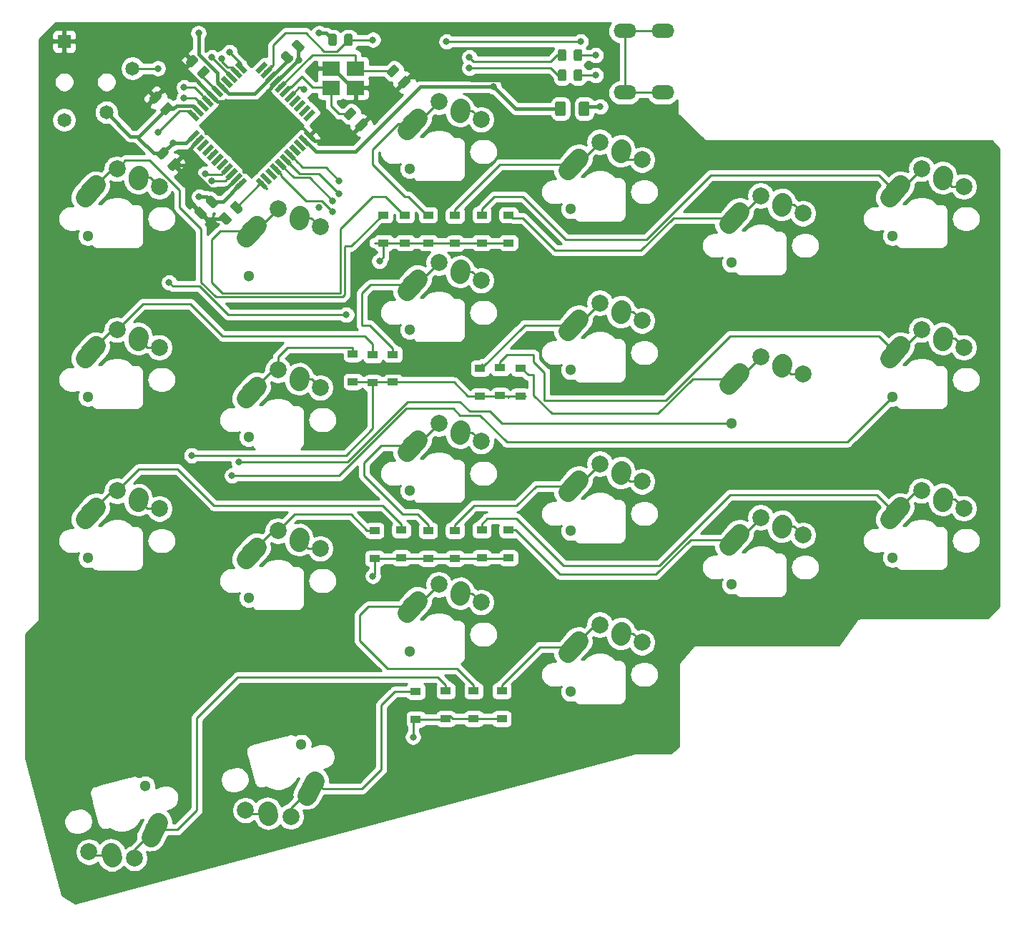
<source format=gbl>
G04 #@! TF.GenerationSoftware,KiCad,Pcbnew,(5.1.4)-1*
G04 #@! TF.CreationDate,2021-10-22T09:47:44-04:00*
G04 #@! TF.ProjectId,a44key-pcb,6134346b-6579-42d7-9063-622e6b696361,rev?*
G04 #@! TF.SameCoordinates,Original*
G04 #@! TF.FileFunction,Copper,L2,Bot*
G04 #@! TF.FilePolarity,Positive*
%FSLAX46Y46*%
G04 Gerber Fmt 4.6, Leading zero omitted, Abs format (unit mm)*
G04 Created by KiCad (PCBNEW (5.1.4)-1) date 2021-10-22 09:47:44*
%MOMM*%
%LPD*%
G04 APERTURE LIST*
%ADD10O,2.700000X1.700000*%
%ADD11C,1.650000*%
%ADD12R,1.650000X1.650000*%
%ADD13C,1.300000*%
%ADD14C,2.250000*%
%ADD15C,2.250000*%
%ADD16C,2.000000*%
%ADD17C,0.100000*%
%ADD18C,0.975000*%
%ADD19R,1.200000X0.900000*%
%ADD20R,2.100000X1.800000*%
%ADD21C,0.550000*%
%ADD22C,1.250000*%
%ADD23C,0.800000*%
%ADD24C,0.381000*%
%ADD25C,0.254000*%
G04 APERTURE END LIST*
D10*
X159543750Y-55243750D03*
X159543750Y-47943750D03*
X155043750Y-47943750D03*
X155043750Y-55243750D03*
D11*
X88681250Y-58475000D03*
X96781250Y-52375000D03*
X93681250Y-57575000D03*
D12*
X88681250Y-49175000D03*
D13*
X129603500Y-64262000D03*
D14*
X129882500Y-58955000D03*
D15*
X129227505Y-59685004D02*
X130537495Y-58224996D01*
D14*
X135557500Y-57380000D03*
D15*
X135537729Y-57670016D02*
X135577271Y-57089984D01*
D16*
X138032500Y-58430001D03*
X133032500Y-56330000D03*
D13*
X98251447Y-137326790D03*
D14*
X99355507Y-142525169D03*
D15*
X99799245Y-141650514D02*
X98911769Y-143399824D01*
D14*
X94281518Y-145515300D03*
D15*
X94225554Y-145230049D02*
X94337482Y-145800551D01*
D16*
X91619091Y-145141654D03*
X96992240Y-145876004D03*
D13*
X186753500Y-110299500D03*
D14*
X187032500Y-104992500D03*
D15*
X186377505Y-105722504D02*
X187687495Y-104262496D01*
D14*
X192707500Y-103417500D03*
D15*
X192687729Y-103707516D02*
X192727271Y-103127484D01*
D16*
X195182500Y-104467501D03*
X190182500Y-102367500D03*
D13*
X186753500Y-91249500D03*
D14*
X187032500Y-85942500D03*
D15*
X186377505Y-86672504D02*
X187687495Y-85212496D01*
D14*
X192707500Y-84367500D03*
D15*
X192687729Y-84657516D02*
X192727271Y-84077484D01*
D16*
X195182500Y-85417501D03*
X190182500Y-83317500D03*
D13*
X186753500Y-72199500D03*
D14*
X187032500Y-66892500D03*
D15*
X186377505Y-67622504D02*
X187687495Y-66162496D01*
D14*
X192707500Y-65317500D03*
D15*
X192687729Y-65607516D02*
X192727271Y-65027484D01*
D16*
X195182500Y-66367501D03*
X190182500Y-64267500D03*
D13*
X167703500Y-113474500D03*
D14*
X167982500Y-108167500D03*
D15*
X167327505Y-108897504D02*
X168637495Y-107437496D01*
D14*
X173657500Y-106592500D03*
D15*
X173637729Y-106882516D02*
X173677271Y-106302484D01*
D16*
X176132500Y-107642501D03*
X171132500Y-105542500D03*
D13*
X167703500Y-94424500D03*
D14*
X167982500Y-89117500D03*
D15*
X167327505Y-89847504D02*
X168637495Y-88387496D01*
D14*
X173657500Y-87542500D03*
D15*
X173637729Y-87832516D02*
X173677271Y-87252484D01*
D16*
X176132500Y-88592501D03*
X171132500Y-86492500D03*
D13*
X167703500Y-75374500D03*
D14*
X167982500Y-70067500D03*
D15*
X167327505Y-70797504D02*
X168637495Y-69337496D01*
D14*
X173657500Y-68492500D03*
D15*
X173637729Y-68782516D02*
X173677271Y-68202484D01*
D16*
X176132500Y-69542501D03*
X171132500Y-67442500D03*
D13*
X148653500Y-126174500D03*
D14*
X148932500Y-120867500D03*
D15*
X148277505Y-121597504D02*
X149587495Y-120137496D01*
D14*
X154607500Y-119292500D03*
D15*
X154587729Y-119582516D02*
X154627271Y-119002484D01*
D16*
X157082500Y-120342501D03*
X152082500Y-118242500D03*
D13*
X148653500Y-107124500D03*
D14*
X148932500Y-101817500D03*
D15*
X148277505Y-102547504D02*
X149587495Y-101087496D01*
D14*
X154607500Y-100242500D03*
D15*
X154587729Y-100532516D02*
X154627271Y-99952484D01*
D16*
X157082500Y-101292501D03*
X152082500Y-99192500D03*
D13*
X148653500Y-88074500D03*
D14*
X148932500Y-82767500D03*
D15*
X148277505Y-83497504D02*
X149587495Y-82037496D01*
D14*
X154607500Y-81192500D03*
D15*
X154587729Y-81482516D02*
X154627271Y-80902484D01*
D16*
X157082500Y-82242501D03*
X152082500Y-80142500D03*
D13*
X148653500Y-69024500D03*
D14*
X148932500Y-63717500D03*
D15*
X148277505Y-64447504D02*
X149587495Y-62987496D01*
D14*
X154607500Y-62142500D03*
D15*
X154587729Y-62432516D02*
X154627271Y-61852484D01*
D16*
X157082500Y-63192501D03*
X152082500Y-61092500D03*
D13*
X129603500Y-121412000D03*
D14*
X129882500Y-116105000D03*
D15*
X129227505Y-116835004D02*
X130537495Y-115374996D01*
D14*
X135557500Y-114530000D03*
D15*
X135537729Y-114820016D02*
X135577271Y-114239984D01*
D16*
X138032500Y-115580001D03*
X133032500Y-113480000D03*
D13*
X129603500Y-102362000D03*
D14*
X129882500Y-97055000D03*
D15*
X129227505Y-97785004D02*
X130537495Y-96324996D01*
D14*
X135557500Y-95480000D03*
D15*
X135537729Y-95770016D02*
X135577271Y-95189984D01*
D16*
X138032500Y-96530001D03*
X133032500Y-94430000D03*
D13*
X129603500Y-83312000D03*
D14*
X129882500Y-78005000D03*
D15*
X129227505Y-78735004D02*
X130537495Y-77274996D01*
D14*
X135557500Y-76430000D03*
D15*
X135537729Y-76720016D02*
X135577271Y-76139984D01*
D16*
X138032500Y-77480001D03*
X133032500Y-75380000D03*
D13*
X116768739Y-132404748D03*
D14*
X117872799Y-137603127D03*
D15*
X118316537Y-136728472D02*
X117429061Y-138477782D01*
D14*
X112798810Y-140593258D03*
D15*
X112742846Y-140308007D02*
X112854774Y-140878509D01*
D16*
X110136383Y-140219612D03*
X115509532Y-140953962D03*
D13*
X110553500Y-115062000D03*
D14*
X110832500Y-109755000D03*
D15*
X110177505Y-110485004D02*
X111487495Y-109024996D01*
D14*
X116507500Y-108180000D03*
D15*
X116487729Y-108470016D02*
X116527271Y-107889984D01*
D16*
X118982500Y-109230001D03*
X113982500Y-107130000D03*
D13*
X110553500Y-96012000D03*
D14*
X110832500Y-90705000D03*
D15*
X110177505Y-91435004D02*
X111487495Y-89974996D01*
D14*
X116507500Y-89130000D03*
D15*
X116487729Y-89420016D02*
X116527271Y-88839984D01*
D16*
X118982500Y-90180001D03*
X113982500Y-88080000D03*
D13*
X110553500Y-76962000D03*
D14*
X110832500Y-71655000D03*
D15*
X110177505Y-72385004D02*
X111487495Y-70924996D01*
D14*
X116507500Y-70080000D03*
D15*
X116487729Y-70370016D02*
X116527271Y-69789984D01*
D16*
X118982500Y-71130001D03*
X113982500Y-69030000D03*
D13*
X91506521Y-110333723D03*
D14*
X91785521Y-105026723D03*
D15*
X91130526Y-105756727D02*
X92440516Y-104296719D01*
D14*
X97460521Y-103451723D03*
D15*
X97440750Y-103741739D02*
X97480292Y-103161707D01*
D16*
X99935521Y-104501724D03*
X94935521Y-102401723D03*
D13*
X91503500Y-91249500D03*
D14*
X91782500Y-85942500D03*
D15*
X91127505Y-86672504D02*
X92437495Y-85212496D01*
D14*
X97457500Y-84367500D03*
D15*
X97437729Y-84657516D02*
X97477271Y-84077484D01*
D16*
X99932500Y-85417501D03*
X94932500Y-83317500D03*
D13*
X91503500Y-72199500D03*
D14*
X91782500Y-66892500D03*
D15*
X91127505Y-67622504D02*
X92437495Y-66162496D01*
D14*
X97457500Y-65317500D03*
D15*
X97437729Y-65607516D02*
X97477271Y-65027484D01*
D16*
X99932500Y-66367501D03*
X94932500Y-64267500D03*
D17*
G36*
X124027065Y-58345362D02*
G01*
X124050726Y-58348872D01*
X124073930Y-58354684D01*
X124096452Y-58362742D01*
X124118076Y-58372970D01*
X124138593Y-58385267D01*
X124157806Y-58399517D01*
X124175530Y-58415581D01*
X124520245Y-58760296D01*
X124536309Y-58778020D01*
X124550559Y-58797233D01*
X124562856Y-58817750D01*
X124573084Y-58839374D01*
X124581142Y-58861896D01*
X124586954Y-58885100D01*
X124590464Y-58908761D01*
X124591638Y-58932653D01*
X124590464Y-58956545D01*
X124586954Y-58980206D01*
X124581142Y-59003410D01*
X124573084Y-59025932D01*
X124562856Y-59047556D01*
X124550559Y-59068073D01*
X124536309Y-59087286D01*
X124520245Y-59105010D01*
X123875010Y-59750245D01*
X123857286Y-59766309D01*
X123838073Y-59780559D01*
X123817556Y-59792856D01*
X123795932Y-59803084D01*
X123773410Y-59811142D01*
X123750206Y-59816954D01*
X123726545Y-59820464D01*
X123702653Y-59821638D01*
X123678761Y-59820464D01*
X123655100Y-59816954D01*
X123631896Y-59811142D01*
X123609374Y-59803084D01*
X123587750Y-59792856D01*
X123567233Y-59780559D01*
X123548020Y-59766309D01*
X123530296Y-59750245D01*
X123185581Y-59405530D01*
X123169517Y-59387806D01*
X123155267Y-59368593D01*
X123142970Y-59348076D01*
X123132742Y-59326452D01*
X123124684Y-59303930D01*
X123118872Y-59280726D01*
X123115362Y-59257065D01*
X123114188Y-59233173D01*
X123115362Y-59209281D01*
X123118872Y-59185620D01*
X123124684Y-59162416D01*
X123132742Y-59139894D01*
X123142970Y-59118270D01*
X123155267Y-59097753D01*
X123169517Y-59078540D01*
X123185581Y-59060816D01*
X123830816Y-58415581D01*
X123848540Y-58399517D01*
X123867753Y-58385267D01*
X123888270Y-58372970D01*
X123909894Y-58362742D01*
X123932416Y-58354684D01*
X123955620Y-58348872D01*
X123979281Y-58345362D01*
X124003173Y-58344188D01*
X124027065Y-58345362D01*
X124027065Y-58345362D01*
G37*
D18*
X123852913Y-59082913D03*
D17*
G36*
X122701239Y-57019536D02*
G01*
X122724900Y-57023046D01*
X122748104Y-57028858D01*
X122770626Y-57036916D01*
X122792250Y-57047144D01*
X122812767Y-57059441D01*
X122831980Y-57073691D01*
X122849704Y-57089755D01*
X123194419Y-57434470D01*
X123210483Y-57452194D01*
X123224733Y-57471407D01*
X123237030Y-57491924D01*
X123247258Y-57513548D01*
X123255316Y-57536070D01*
X123261128Y-57559274D01*
X123264638Y-57582935D01*
X123265812Y-57606827D01*
X123264638Y-57630719D01*
X123261128Y-57654380D01*
X123255316Y-57677584D01*
X123247258Y-57700106D01*
X123237030Y-57721730D01*
X123224733Y-57742247D01*
X123210483Y-57761460D01*
X123194419Y-57779184D01*
X122549184Y-58424419D01*
X122531460Y-58440483D01*
X122512247Y-58454733D01*
X122491730Y-58467030D01*
X122470106Y-58477258D01*
X122447584Y-58485316D01*
X122424380Y-58491128D01*
X122400719Y-58494638D01*
X122376827Y-58495812D01*
X122352935Y-58494638D01*
X122329274Y-58491128D01*
X122306070Y-58485316D01*
X122283548Y-58477258D01*
X122261924Y-58467030D01*
X122241407Y-58454733D01*
X122222194Y-58440483D01*
X122204470Y-58424419D01*
X121859755Y-58079704D01*
X121843691Y-58061980D01*
X121829441Y-58042767D01*
X121817144Y-58022250D01*
X121806916Y-58000626D01*
X121798858Y-57978104D01*
X121793046Y-57954900D01*
X121789536Y-57931239D01*
X121788362Y-57907347D01*
X121789536Y-57883455D01*
X121793046Y-57859794D01*
X121798858Y-57836590D01*
X121806916Y-57814068D01*
X121817144Y-57792444D01*
X121829441Y-57771927D01*
X121843691Y-57752714D01*
X121859755Y-57734990D01*
X122504990Y-57089755D01*
X122522714Y-57073691D01*
X122541927Y-57059441D01*
X122562444Y-57047144D01*
X122584068Y-57036916D01*
X122606590Y-57028858D01*
X122629794Y-57023046D01*
X122653455Y-57019536D01*
X122677347Y-57018362D01*
X122701239Y-57019536D01*
X122701239Y-57019536D01*
G37*
D18*
X122527087Y-57757087D03*
D17*
G36*
X108958958Y-68096449D02*
G01*
X108982619Y-68099959D01*
X109005823Y-68105771D01*
X109028345Y-68113829D01*
X109049969Y-68124057D01*
X109070486Y-68136354D01*
X109089699Y-68150604D01*
X109107423Y-68166668D01*
X109752658Y-68811903D01*
X109768722Y-68829627D01*
X109782972Y-68848840D01*
X109795269Y-68869357D01*
X109805497Y-68890981D01*
X109813555Y-68913503D01*
X109819367Y-68936707D01*
X109822877Y-68960368D01*
X109824051Y-68984260D01*
X109822877Y-69008152D01*
X109819367Y-69031813D01*
X109813555Y-69055017D01*
X109805497Y-69077539D01*
X109795269Y-69099163D01*
X109782972Y-69119680D01*
X109768722Y-69138893D01*
X109752658Y-69156617D01*
X109407943Y-69501332D01*
X109390219Y-69517396D01*
X109371006Y-69531646D01*
X109350489Y-69543943D01*
X109328865Y-69554171D01*
X109306343Y-69562229D01*
X109283139Y-69568041D01*
X109259478Y-69571551D01*
X109235586Y-69572725D01*
X109211694Y-69571551D01*
X109188033Y-69568041D01*
X109164829Y-69562229D01*
X109142307Y-69554171D01*
X109120683Y-69543943D01*
X109100166Y-69531646D01*
X109080953Y-69517396D01*
X109063229Y-69501332D01*
X108417994Y-68856097D01*
X108401930Y-68838373D01*
X108387680Y-68819160D01*
X108375383Y-68798643D01*
X108365155Y-68777019D01*
X108357097Y-68754497D01*
X108351285Y-68731293D01*
X108347775Y-68707632D01*
X108346601Y-68683740D01*
X108347775Y-68659848D01*
X108351285Y-68636187D01*
X108357097Y-68612983D01*
X108365155Y-68590461D01*
X108375383Y-68568837D01*
X108387680Y-68548320D01*
X108401930Y-68529107D01*
X108417994Y-68511383D01*
X108762709Y-68166668D01*
X108780433Y-68150604D01*
X108799646Y-68136354D01*
X108820163Y-68124057D01*
X108841787Y-68113829D01*
X108864309Y-68105771D01*
X108887513Y-68099959D01*
X108911174Y-68096449D01*
X108935066Y-68095275D01*
X108958958Y-68096449D01*
X108958958Y-68096449D01*
G37*
D18*
X109085326Y-68834000D03*
D17*
G36*
X107633132Y-69422275D02*
G01*
X107656793Y-69425785D01*
X107679997Y-69431597D01*
X107702519Y-69439655D01*
X107724143Y-69449883D01*
X107744660Y-69462180D01*
X107763873Y-69476430D01*
X107781597Y-69492494D01*
X108426832Y-70137729D01*
X108442896Y-70155453D01*
X108457146Y-70174666D01*
X108469443Y-70195183D01*
X108479671Y-70216807D01*
X108487729Y-70239329D01*
X108493541Y-70262533D01*
X108497051Y-70286194D01*
X108498225Y-70310086D01*
X108497051Y-70333978D01*
X108493541Y-70357639D01*
X108487729Y-70380843D01*
X108479671Y-70403365D01*
X108469443Y-70424989D01*
X108457146Y-70445506D01*
X108442896Y-70464719D01*
X108426832Y-70482443D01*
X108082117Y-70827158D01*
X108064393Y-70843222D01*
X108045180Y-70857472D01*
X108024663Y-70869769D01*
X108003039Y-70879997D01*
X107980517Y-70888055D01*
X107957313Y-70893867D01*
X107933652Y-70897377D01*
X107909760Y-70898551D01*
X107885868Y-70897377D01*
X107862207Y-70893867D01*
X107839003Y-70888055D01*
X107816481Y-70879997D01*
X107794857Y-70869769D01*
X107774340Y-70857472D01*
X107755127Y-70843222D01*
X107737403Y-70827158D01*
X107092168Y-70181923D01*
X107076104Y-70164199D01*
X107061854Y-70144986D01*
X107049557Y-70124469D01*
X107039329Y-70102845D01*
X107031271Y-70080323D01*
X107025459Y-70057119D01*
X107021949Y-70033458D01*
X107020775Y-70009566D01*
X107021949Y-69985674D01*
X107025459Y-69962013D01*
X107031271Y-69938809D01*
X107039329Y-69916287D01*
X107049557Y-69894663D01*
X107061854Y-69874146D01*
X107076104Y-69854933D01*
X107092168Y-69837209D01*
X107436883Y-69492494D01*
X107454607Y-69476430D01*
X107473820Y-69462180D01*
X107494337Y-69449883D01*
X107515961Y-69439655D01*
X107538483Y-69431597D01*
X107561687Y-69425785D01*
X107585348Y-69422275D01*
X107609240Y-69421101D01*
X107633132Y-69422275D01*
X107633132Y-69422275D01*
G37*
D18*
X107759500Y-70159826D03*
D19*
X133858000Y-126081250D03*
X133858000Y-129381250D03*
X125412500Y-107093750D03*
X125412500Y-110393750D03*
X128587500Y-107031250D03*
X128587500Y-110331250D03*
X130302000Y-126143750D03*
X130302000Y-129443750D03*
X137160000Y-126081250D03*
X137160000Y-129381250D03*
X141287500Y-107031250D03*
X141287500Y-110331250D03*
X138112500Y-107031250D03*
X138112500Y-110331250D03*
X140493750Y-126081250D03*
X140493750Y-129381250D03*
D17*
G36*
X104719806Y-68759362D02*
G01*
X104743467Y-68762872D01*
X104766671Y-68768684D01*
X104789193Y-68776742D01*
X104810817Y-68786970D01*
X104831334Y-68799267D01*
X104850547Y-68813517D01*
X104868271Y-68829581D01*
X105513506Y-69474816D01*
X105529570Y-69492540D01*
X105543820Y-69511753D01*
X105556117Y-69532270D01*
X105566345Y-69553894D01*
X105574403Y-69576416D01*
X105580215Y-69599620D01*
X105583725Y-69623281D01*
X105584899Y-69647173D01*
X105583725Y-69671065D01*
X105580215Y-69694726D01*
X105574403Y-69717930D01*
X105566345Y-69740452D01*
X105556117Y-69762076D01*
X105543820Y-69782593D01*
X105529570Y-69801806D01*
X105513506Y-69819530D01*
X105168791Y-70164245D01*
X105151067Y-70180309D01*
X105131854Y-70194559D01*
X105111337Y-70206856D01*
X105089713Y-70217084D01*
X105067191Y-70225142D01*
X105043987Y-70230954D01*
X105020326Y-70234464D01*
X104996434Y-70235638D01*
X104972542Y-70234464D01*
X104948881Y-70230954D01*
X104925677Y-70225142D01*
X104903155Y-70217084D01*
X104881531Y-70206856D01*
X104861014Y-70194559D01*
X104841801Y-70180309D01*
X104824077Y-70164245D01*
X104178842Y-69519010D01*
X104162778Y-69501286D01*
X104148528Y-69482073D01*
X104136231Y-69461556D01*
X104126003Y-69439932D01*
X104117945Y-69417410D01*
X104112133Y-69394206D01*
X104108623Y-69370545D01*
X104107449Y-69346653D01*
X104108623Y-69322761D01*
X104112133Y-69299100D01*
X104117945Y-69275896D01*
X104126003Y-69253374D01*
X104136231Y-69231750D01*
X104148528Y-69211233D01*
X104162778Y-69192020D01*
X104178842Y-69174296D01*
X104523557Y-68829581D01*
X104541281Y-68813517D01*
X104560494Y-68799267D01*
X104581011Y-68786970D01*
X104602635Y-68776742D01*
X104625157Y-68768684D01*
X104648361Y-68762872D01*
X104672022Y-68759362D01*
X104695914Y-68758188D01*
X104719806Y-68759362D01*
X104719806Y-68759362D01*
G37*
D18*
X104846174Y-69496913D03*
D17*
G36*
X106045632Y-67433536D02*
G01*
X106069293Y-67437046D01*
X106092497Y-67442858D01*
X106115019Y-67450916D01*
X106136643Y-67461144D01*
X106157160Y-67473441D01*
X106176373Y-67487691D01*
X106194097Y-67503755D01*
X106839332Y-68148990D01*
X106855396Y-68166714D01*
X106869646Y-68185927D01*
X106881943Y-68206444D01*
X106892171Y-68228068D01*
X106900229Y-68250590D01*
X106906041Y-68273794D01*
X106909551Y-68297455D01*
X106910725Y-68321347D01*
X106909551Y-68345239D01*
X106906041Y-68368900D01*
X106900229Y-68392104D01*
X106892171Y-68414626D01*
X106881943Y-68436250D01*
X106869646Y-68456767D01*
X106855396Y-68475980D01*
X106839332Y-68493704D01*
X106494617Y-68838419D01*
X106476893Y-68854483D01*
X106457680Y-68868733D01*
X106437163Y-68881030D01*
X106415539Y-68891258D01*
X106393017Y-68899316D01*
X106369813Y-68905128D01*
X106346152Y-68908638D01*
X106322260Y-68909812D01*
X106298368Y-68908638D01*
X106274707Y-68905128D01*
X106251503Y-68899316D01*
X106228981Y-68891258D01*
X106207357Y-68881030D01*
X106186840Y-68868733D01*
X106167627Y-68854483D01*
X106149903Y-68838419D01*
X105504668Y-68193184D01*
X105488604Y-68175460D01*
X105474354Y-68156247D01*
X105462057Y-68135730D01*
X105451829Y-68114106D01*
X105443771Y-68091584D01*
X105437959Y-68068380D01*
X105434449Y-68044719D01*
X105433275Y-68020827D01*
X105434449Y-67996935D01*
X105437959Y-67973274D01*
X105443771Y-67950070D01*
X105451829Y-67927548D01*
X105462057Y-67905924D01*
X105474354Y-67885407D01*
X105488604Y-67866194D01*
X105504668Y-67848470D01*
X105849383Y-67503755D01*
X105867107Y-67487691D01*
X105886320Y-67473441D01*
X105906837Y-67461144D01*
X105928461Y-67450916D01*
X105950983Y-67442858D01*
X105974187Y-67437046D01*
X105997848Y-67433536D01*
X106021740Y-67432362D01*
X106045632Y-67433536D01*
X106045632Y-67433536D01*
G37*
D18*
X106172000Y-68171087D03*
D17*
G36*
X116261458Y-48990623D02*
G01*
X116285119Y-48994133D01*
X116308323Y-48999945D01*
X116330845Y-49008003D01*
X116352469Y-49018231D01*
X116372986Y-49030528D01*
X116392199Y-49044778D01*
X116409923Y-49060842D01*
X117055158Y-49706077D01*
X117071222Y-49723801D01*
X117085472Y-49743014D01*
X117097769Y-49763531D01*
X117107997Y-49785155D01*
X117116055Y-49807677D01*
X117121867Y-49830881D01*
X117125377Y-49854542D01*
X117126551Y-49878434D01*
X117125377Y-49902326D01*
X117121867Y-49925987D01*
X117116055Y-49949191D01*
X117107997Y-49971713D01*
X117097769Y-49993337D01*
X117085472Y-50013854D01*
X117071222Y-50033067D01*
X117055158Y-50050791D01*
X116710443Y-50395506D01*
X116692719Y-50411570D01*
X116673506Y-50425820D01*
X116652989Y-50438117D01*
X116631365Y-50448345D01*
X116608843Y-50456403D01*
X116585639Y-50462215D01*
X116561978Y-50465725D01*
X116538086Y-50466899D01*
X116514194Y-50465725D01*
X116490533Y-50462215D01*
X116467329Y-50456403D01*
X116444807Y-50448345D01*
X116423183Y-50438117D01*
X116402666Y-50425820D01*
X116383453Y-50411570D01*
X116365729Y-50395506D01*
X115720494Y-49750271D01*
X115704430Y-49732547D01*
X115690180Y-49713334D01*
X115677883Y-49692817D01*
X115667655Y-49671193D01*
X115659597Y-49648671D01*
X115653785Y-49625467D01*
X115650275Y-49601806D01*
X115649101Y-49577914D01*
X115650275Y-49554022D01*
X115653785Y-49530361D01*
X115659597Y-49507157D01*
X115667655Y-49484635D01*
X115677883Y-49463011D01*
X115690180Y-49442494D01*
X115704430Y-49423281D01*
X115720494Y-49405557D01*
X116065209Y-49060842D01*
X116082933Y-49044778D01*
X116102146Y-49030528D01*
X116122663Y-49018231D01*
X116144287Y-49008003D01*
X116166809Y-48999945D01*
X116190013Y-48994133D01*
X116213674Y-48990623D01*
X116237566Y-48989449D01*
X116261458Y-48990623D01*
X116261458Y-48990623D01*
G37*
D18*
X116387826Y-49728174D03*
D17*
G36*
X114935632Y-50316449D02*
G01*
X114959293Y-50319959D01*
X114982497Y-50325771D01*
X115005019Y-50333829D01*
X115026643Y-50344057D01*
X115047160Y-50356354D01*
X115066373Y-50370604D01*
X115084097Y-50386668D01*
X115729332Y-51031903D01*
X115745396Y-51049627D01*
X115759646Y-51068840D01*
X115771943Y-51089357D01*
X115782171Y-51110981D01*
X115790229Y-51133503D01*
X115796041Y-51156707D01*
X115799551Y-51180368D01*
X115800725Y-51204260D01*
X115799551Y-51228152D01*
X115796041Y-51251813D01*
X115790229Y-51275017D01*
X115782171Y-51297539D01*
X115771943Y-51319163D01*
X115759646Y-51339680D01*
X115745396Y-51358893D01*
X115729332Y-51376617D01*
X115384617Y-51721332D01*
X115366893Y-51737396D01*
X115347680Y-51751646D01*
X115327163Y-51763943D01*
X115305539Y-51774171D01*
X115283017Y-51782229D01*
X115259813Y-51788041D01*
X115236152Y-51791551D01*
X115212260Y-51792725D01*
X115188368Y-51791551D01*
X115164707Y-51788041D01*
X115141503Y-51782229D01*
X115118981Y-51774171D01*
X115097357Y-51763943D01*
X115076840Y-51751646D01*
X115057627Y-51737396D01*
X115039903Y-51721332D01*
X114394668Y-51076097D01*
X114378604Y-51058373D01*
X114364354Y-51039160D01*
X114352057Y-51018643D01*
X114341829Y-50997019D01*
X114333771Y-50974497D01*
X114327959Y-50951293D01*
X114324449Y-50927632D01*
X114323275Y-50903740D01*
X114324449Y-50879848D01*
X114327959Y-50856187D01*
X114333771Y-50832983D01*
X114341829Y-50810461D01*
X114352057Y-50788837D01*
X114364354Y-50768320D01*
X114378604Y-50749107D01*
X114394668Y-50731383D01*
X114739383Y-50386668D01*
X114757107Y-50370604D01*
X114776320Y-50356354D01*
X114796837Y-50344057D01*
X114818461Y-50333829D01*
X114840983Y-50325771D01*
X114864187Y-50319959D01*
X114887848Y-50316449D01*
X114911740Y-50315275D01*
X114935632Y-50316449D01*
X114935632Y-50316449D01*
G37*
D18*
X115062000Y-51054000D03*
D17*
G36*
X101829978Y-63016449D02*
G01*
X101853639Y-63019959D01*
X101876843Y-63025771D01*
X101899365Y-63033829D01*
X101920989Y-63044057D01*
X101941506Y-63056354D01*
X101960719Y-63070604D01*
X101978443Y-63086668D01*
X102323158Y-63431383D01*
X102339222Y-63449107D01*
X102353472Y-63468320D01*
X102365769Y-63488837D01*
X102375997Y-63510461D01*
X102384055Y-63532983D01*
X102389867Y-63556187D01*
X102393377Y-63579848D01*
X102394551Y-63603740D01*
X102393377Y-63627632D01*
X102389867Y-63651293D01*
X102384055Y-63674497D01*
X102375997Y-63697019D01*
X102365769Y-63718643D01*
X102353472Y-63739160D01*
X102339222Y-63758373D01*
X102323158Y-63776097D01*
X101677923Y-64421332D01*
X101660199Y-64437396D01*
X101640986Y-64451646D01*
X101620469Y-64463943D01*
X101598845Y-64474171D01*
X101576323Y-64482229D01*
X101553119Y-64488041D01*
X101529458Y-64491551D01*
X101505566Y-64492725D01*
X101481674Y-64491551D01*
X101458013Y-64488041D01*
X101434809Y-64482229D01*
X101412287Y-64474171D01*
X101390663Y-64463943D01*
X101370146Y-64451646D01*
X101350933Y-64437396D01*
X101333209Y-64421332D01*
X100988494Y-64076617D01*
X100972430Y-64058893D01*
X100958180Y-64039680D01*
X100945883Y-64019163D01*
X100935655Y-63997539D01*
X100927597Y-63975017D01*
X100921785Y-63951813D01*
X100918275Y-63928152D01*
X100917101Y-63904260D01*
X100918275Y-63880368D01*
X100921785Y-63856707D01*
X100927597Y-63833503D01*
X100935655Y-63810981D01*
X100945883Y-63789357D01*
X100958180Y-63768840D01*
X100972430Y-63749627D01*
X100988494Y-63731903D01*
X101633729Y-63086668D01*
X101651453Y-63070604D01*
X101670666Y-63056354D01*
X101691183Y-63044057D01*
X101712807Y-63033829D01*
X101735329Y-63025771D01*
X101758533Y-63019959D01*
X101782194Y-63016449D01*
X101806086Y-63015275D01*
X101829978Y-63016449D01*
X101829978Y-63016449D01*
G37*
D18*
X101655826Y-63754000D03*
D17*
G36*
X100504152Y-61690623D02*
G01*
X100527813Y-61694133D01*
X100551017Y-61699945D01*
X100573539Y-61708003D01*
X100595163Y-61718231D01*
X100615680Y-61730528D01*
X100634893Y-61744778D01*
X100652617Y-61760842D01*
X100997332Y-62105557D01*
X101013396Y-62123281D01*
X101027646Y-62142494D01*
X101039943Y-62163011D01*
X101050171Y-62184635D01*
X101058229Y-62207157D01*
X101064041Y-62230361D01*
X101067551Y-62254022D01*
X101068725Y-62277914D01*
X101067551Y-62301806D01*
X101064041Y-62325467D01*
X101058229Y-62348671D01*
X101050171Y-62371193D01*
X101039943Y-62392817D01*
X101027646Y-62413334D01*
X101013396Y-62432547D01*
X100997332Y-62450271D01*
X100352097Y-63095506D01*
X100334373Y-63111570D01*
X100315160Y-63125820D01*
X100294643Y-63138117D01*
X100273019Y-63148345D01*
X100250497Y-63156403D01*
X100227293Y-63162215D01*
X100203632Y-63165725D01*
X100179740Y-63166899D01*
X100155848Y-63165725D01*
X100132187Y-63162215D01*
X100108983Y-63156403D01*
X100086461Y-63148345D01*
X100064837Y-63138117D01*
X100044320Y-63125820D01*
X100025107Y-63111570D01*
X100007383Y-63095506D01*
X99662668Y-62750791D01*
X99646604Y-62733067D01*
X99632354Y-62713854D01*
X99620057Y-62693337D01*
X99609829Y-62671713D01*
X99601771Y-62649191D01*
X99595959Y-62625987D01*
X99592449Y-62602326D01*
X99591275Y-62578434D01*
X99592449Y-62554542D01*
X99595959Y-62530881D01*
X99601771Y-62507677D01*
X99609829Y-62485155D01*
X99620057Y-62463531D01*
X99632354Y-62443014D01*
X99646604Y-62423801D01*
X99662668Y-62406077D01*
X100307903Y-61760842D01*
X100325627Y-61744778D01*
X100344840Y-61730528D01*
X100365357Y-61718231D01*
X100386981Y-61708003D01*
X100409503Y-61699945D01*
X100432707Y-61694133D01*
X100456368Y-61690623D01*
X100480260Y-61689449D01*
X100504152Y-61690623D01*
X100504152Y-61690623D01*
G37*
D18*
X100330000Y-62428174D03*
D17*
G36*
X99654576Y-55086623D02*
G01*
X99678237Y-55090133D01*
X99701441Y-55095945D01*
X99723963Y-55104003D01*
X99745587Y-55114231D01*
X99766104Y-55126528D01*
X99785317Y-55140778D01*
X99803041Y-55156842D01*
X100147756Y-55501557D01*
X100163820Y-55519281D01*
X100178070Y-55538494D01*
X100190367Y-55559011D01*
X100200595Y-55580635D01*
X100208653Y-55603157D01*
X100214465Y-55626361D01*
X100217975Y-55650022D01*
X100219149Y-55673914D01*
X100217975Y-55697806D01*
X100214465Y-55721467D01*
X100208653Y-55744671D01*
X100200595Y-55767193D01*
X100190367Y-55788817D01*
X100178070Y-55809334D01*
X100163820Y-55828547D01*
X100147756Y-55846271D01*
X99502521Y-56491506D01*
X99484797Y-56507570D01*
X99465584Y-56521820D01*
X99445067Y-56534117D01*
X99423443Y-56544345D01*
X99400921Y-56552403D01*
X99377717Y-56558215D01*
X99354056Y-56561725D01*
X99330164Y-56562899D01*
X99306272Y-56561725D01*
X99282611Y-56558215D01*
X99259407Y-56552403D01*
X99236885Y-56544345D01*
X99215261Y-56534117D01*
X99194744Y-56521820D01*
X99175531Y-56507570D01*
X99157807Y-56491506D01*
X98813092Y-56146791D01*
X98797028Y-56129067D01*
X98782778Y-56109854D01*
X98770481Y-56089337D01*
X98760253Y-56067713D01*
X98752195Y-56045191D01*
X98746383Y-56021987D01*
X98742873Y-55998326D01*
X98741699Y-55974434D01*
X98742873Y-55950542D01*
X98746383Y-55926881D01*
X98752195Y-55903677D01*
X98760253Y-55881155D01*
X98770481Y-55859531D01*
X98782778Y-55839014D01*
X98797028Y-55819801D01*
X98813092Y-55802077D01*
X99458327Y-55156842D01*
X99476051Y-55140778D01*
X99495264Y-55126528D01*
X99515781Y-55114231D01*
X99537405Y-55104003D01*
X99559927Y-55095945D01*
X99583131Y-55090133D01*
X99606792Y-55086623D01*
X99630684Y-55085449D01*
X99654576Y-55086623D01*
X99654576Y-55086623D01*
G37*
D18*
X99480424Y-55824174D03*
D17*
G36*
X100980402Y-56412449D02*
G01*
X101004063Y-56415959D01*
X101027267Y-56421771D01*
X101049789Y-56429829D01*
X101071413Y-56440057D01*
X101091930Y-56452354D01*
X101111143Y-56466604D01*
X101128867Y-56482668D01*
X101473582Y-56827383D01*
X101489646Y-56845107D01*
X101503896Y-56864320D01*
X101516193Y-56884837D01*
X101526421Y-56906461D01*
X101534479Y-56928983D01*
X101540291Y-56952187D01*
X101543801Y-56975848D01*
X101544975Y-56999740D01*
X101543801Y-57023632D01*
X101540291Y-57047293D01*
X101534479Y-57070497D01*
X101526421Y-57093019D01*
X101516193Y-57114643D01*
X101503896Y-57135160D01*
X101489646Y-57154373D01*
X101473582Y-57172097D01*
X100828347Y-57817332D01*
X100810623Y-57833396D01*
X100791410Y-57847646D01*
X100770893Y-57859943D01*
X100749269Y-57870171D01*
X100726747Y-57878229D01*
X100703543Y-57884041D01*
X100679882Y-57887551D01*
X100655990Y-57888725D01*
X100632098Y-57887551D01*
X100608437Y-57884041D01*
X100585233Y-57878229D01*
X100562711Y-57870171D01*
X100541087Y-57859943D01*
X100520570Y-57847646D01*
X100501357Y-57833396D01*
X100483633Y-57817332D01*
X100138918Y-57472617D01*
X100122854Y-57454893D01*
X100108604Y-57435680D01*
X100096307Y-57415163D01*
X100086079Y-57393539D01*
X100078021Y-57371017D01*
X100072209Y-57347813D01*
X100068699Y-57324152D01*
X100067525Y-57300260D01*
X100068699Y-57276368D01*
X100072209Y-57252707D01*
X100078021Y-57229503D01*
X100086079Y-57206981D01*
X100096307Y-57185357D01*
X100108604Y-57164840D01*
X100122854Y-57145627D01*
X100138918Y-57127903D01*
X100784153Y-56482668D01*
X100801877Y-56466604D01*
X100821090Y-56452354D01*
X100841607Y-56440057D01*
X100863231Y-56429829D01*
X100885753Y-56421771D01*
X100908957Y-56415959D01*
X100932618Y-56412449D01*
X100956510Y-56411275D01*
X100980402Y-56412449D01*
X100980402Y-56412449D01*
G37*
D18*
X100806250Y-57150000D03*
D17*
G36*
X149780142Y-52482424D02*
G01*
X149803803Y-52485934D01*
X149827007Y-52491746D01*
X149849529Y-52499804D01*
X149871153Y-52510032D01*
X149891670Y-52522329D01*
X149910883Y-52536579D01*
X149928607Y-52552643D01*
X149944671Y-52570367D01*
X149958921Y-52589580D01*
X149971218Y-52610097D01*
X149981446Y-52631721D01*
X149989504Y-52654243D01*
X149995316Y-52677447D01*
X149998826Y-52701108D01*
X150000000Y-52725000D01*
X150000000Y-53637500D01*
X149998826Y-53661392D01*
X149995316Y-53685053D01*
X149989504Y-53708257D01*
X149981446Y-53730779D01*
X149971218Y-53752403D01*
X149958921Y-53772920D01*
X149944671Y-53792133D01*
X149928607Y-53809857D01*
X149910883Y-53825921D01*
X149891670Y-53840171D01*
X149871153Y-53852468D01*
X149849529Y-53862696D01*
X149827007Y-53870754D01*
X149803803Y-53876566D01*
X149780142Y-53880076D01*
X149756250Y-53881250D01*
X149268750Y-53881250D01*
X149244858Y-53880076D01*
X149221197Y-53876566D01*
X149197993Y-53870754D01*
X149175471Y-53862696D01*
X149153847Y-53852468D01*
X149133330Y-53840171D01*
X149114117Y-53825921D01*
X149096393Y-53809857D01*
X149080329Y-53792133D01*
X149066079Y-53772920D01*
X149053782Y-53752403D01*
X149043554Y-53730779D01*
X149035496Y-53708257D01*
X149029684Y-53685053D01*
X149026174Y-53661392D01*
X149025000Y-53637500D01*
X149025000Y-52725000D01*
X149026174Y-52701108D01*
X149029684Y-52677447D01*
X149035496Y-52654243D01*
X149043554Y-52631721D01*
X149053782Y-52610097D01*
X149066079Y-52589580D01*
X149080329Y-52570367D01*
X149096393Y-52552643D01*
X149114117Y-52536579D01*
X149133330Y-52522329D01*
X149153847Y-52510032D01*
X149175471Y-52499804D01*
X149197993Y-52491746D01*
X149221197Y-52485934D01*
X149244858Y-52482424D01*
X149268750Y-52481250D01*
X149756250Y-52481250D01*
X149780142Y-52482424D01*
X149780142Y-52482424D01*
G37*
D18*
X149512500Y-53181250D03*
D17*
G36*
X147905142Y-52482424D02*
G01*
X147928803Y-52485934D01*
X147952007Y-52491746D01*
X147974529Y-52499804D01*
X147996153Y-52510032D01*
X148016670Y-52522329D01*
X148035883Y-52536579D01*
X148053607Y-52552643D01*
X148069671Y-52570367D01*
X148083921Y-52589580D01*
X148096218Y-52610097D01*
X148106446Y-52631721D01*
X148114504Y-52654243D01*
X148120316Y-52677447D01*
X148123826Y-52701108D01*
X148125000Y-52725000D01*
X148125000Y-53637500D01*
X148123826Y-53661392D01*
X148120316Y-53685053D01*
X148114504Y-53708257D01*
X148106446Y-53730779D01*
X148096218Y-53752403D01*
X148083921Y-53772920D01*
X148069671Y-53792133D01*
X148053607Y-53809857D01*
X148035883Y-53825921D01*
X148016670Y-53840171D01*
X147996153Y-53852468D01*
X147974529Y-53862696D01*
X147952007Y-53870754D01*
X147928803Y-53876566D01*
X147905142Y-53880076D01*
X147881250Y-53881250D01*
X147393750Y-53881250D01*
X147369858Y-53880076D01*
X147346197Y-53876566D01*
X147322993Y-53870754D01*
X147300471Y-53862696D01*
X147278847Y-53852468D01*
X147258330Y-53840171D01*
X147239117Y-53825921D01*
X147221393Y-53809857D01*
X147205329Y-53792133D01*
X147191079Y-53772920D01*
X147178782Y-53752403D01*
X147168554Y-53730779D01*
X147160496Y-53708257D01*
X147154684Y-53685053D01*
X147151174Y-53661392D01*
X147150000Y-53637500D01*
X147150000Y-52725000D01*
X147151174Y-52701108D01*
X147154684Y-52677447D01*
X147160496Y-52654243D01*
X147168554Y-52631721D01*
X147178782Y-52610097D01*
X147191079Y-52589580D01*
X147205329Y-52570367D01*
X147221393Y-52552643D01*
X147239117Y-52536579D01*
X147258330Y-52522329D01*
X147278847Y-52510032D01*
X147300471Y-52499804D01*
X147322993Y-52491746D01*
X147346197Y-52485934D01*
X147369858Y-52482424D01*
X147393750Y-52481250D01*
X147881250Y-52481250D01*
X147905142Y-52482424D01*
X147905142Y-52482424D01*
G37*
D18*
X147637500Y-53181250D03*
D20*
X120268478Y-54682132D03*
X123168478Y-54682132D03*
X123168478Y-52382132D03*
X120268478Y-52382132D03*
D21*
X103990202Y-60338962D03*
D17*
G36*
X104326078Y-59614178D02*
G01*
X104714986Y-60003086D01*
X103654326Y-61063746D01*
X103265418Y-60674838D01*
X104326078Y-59614178D01*
X104326078Y-59614178D01*
G37*
D21*
X104555888Y-60904647D03*
D17*
G36*
X104891764Y-60179863D02*
G01*
X105280672Y-60568771D01*
X104220012Y-61629431D01*
X103831104Y-61240523D01*
X104891764Y-60179863D01*
X104891764Y-60179863D01*
G37*
D21*
X105121573Y-61470332D03*
D17*
G36*
X105457449Y-60745548D02*
G01*
X105846357Y-61134456D01*
X104785697Y-62195116D01*
X104396789Y-61806208D01*
X105457449Y-60745548D01*
X105457449Y-60745548D01*
G37*
D21*
X105687258Y-62036018D03*
D17*
G36*
X106023134Y-61311234D02*
G01*
X106412042Y-61700142D01*
X105351382Y-62760802D01*
X104962474Y-62371894D01*
X106023134Y-61311234D01*
X106023134Y-61311234D01*
G37*
D21*
X106252944Y-62601703D03*
D17*
G36*
X106588820Y-61876919D02*
G01*
X106977728Y-62265827D01*
X105917068Y-63326487D01*
X105528160Y-62937579D01*
X106588820Y-61876919D01*
X106588820Y-61876919D01*
G37*
D21*
X106818629Y-63167389D03*
D17*
G36*
X107154505Y-62442605D02*
G01*
X107543413Y-62831513D01*
X106482753Y-63892173D01*
X106093845Y-63503265D01*
X107154505Y-62442605D01*
X107154505Y-62442605D01*
G37*
D21*
X107384315Y-63733074D03*
D17*
G36*
X107720191Y-63008290D02*
G01*
X108109099Y-63397198D01*
X107048439Y-64457858D01*
X106659531Y-64068950D01*
X107720191Y-63008290D01*
X107720191Y-63008290D01*
G37*
D21*
X107950000Y-64298760D03*
D17*
G36*
X108285876Y-63573976D02*
G01*
X108674784Y-63962884D01*
X107614124Y-65023544D01*
X107225216Y-64634636D01*
X108285876Y-63573976D01*
X108285876Y-63573976D01*
G37*
D21*
X108515686Y-64864445D03*
D17*
G36*
X108851562Y-64139661D02*
G01*
X109240470Y-64528569D01*
X108179810Y-65589229D01*
X107790902Y-65200321D01*
X108851562Y-64139661D01*
X108851562Y-64139661D01*
G37*
D21*
X109081371Y-65430130D03*
D17*
G36*
X109417247Y-64705346D02*
G01*
X109806155Y-65094254D01*
X108745495Y-66154914D01*
X108356587Y-65766006D01*
X109417247Y-64705346D01*
X109417247Y-64705346D01*
G37*
D21*
X109647056Y-65995816D03*
D17*
G36*
X109982932Y-65271032D02*
G01*
X110371840Y-65659940D01*
X109311180Y-66720600D01*
X108922272Y-66331692D01*
X109982932Y-65271032D01*
X109982932Y-65271032D01*
G37*
D21*
X112051220Y-65995816D03*
D17*
G36*
X111326436Y-65659940D02*
G01*
X111715344Y-65271032D01*
X112776004Y-66331692D01*
X112387096Y-66720600D01*
X111326436Y-65659940D01*
X111326436Y-65659940D01*
G37*
D21*
X112616905Y-65430130D03*
D17*
G36*
X111892121Y-65094254D02*
G01*
X112281029Y-64705346D01*
X113341689Y-65766006D01*
X112952781Y-66154914D01*
X111892121Y-65094254D01*
X111892121Y-65094254D01*
G37*
D21*
X113182590Y-64864445D03*
D17*
G36*
X112457806Y-64528569D02*
G01*
X112846714Y-64139661D01*
X113907374Y-65200321D01*
X113518466Y-65589229D01*
X112457806Y-64528569D01*
X112457806Y-64528569D01*
G37*
D21*
X113748276Y-64298760D03*
D17*
G36*
X113023492Y-63962884D02*
G01*
X113412400Y-63573976D01*
X114473060Y-64634636D01*
X114084152Y-65023544D01*
X113023492Y-63962884D01*
X113023492Y-63962884D01*
G37*
D21*
X114313961Y-63733074D03*
D17*
G36*
X113589177Y-63397198D02*
G01*
X113978085Y-63008290D01*
X115038745Y-64068950D01*
X114649837Y-64457858D01*
X113589177Y-63397198D01*
X113589177Y-63397198D01*
G37*
D21*
X114879647Y-63167389D03*
D17*
G36*
X114154863Y-62831513D02*
G01*
X114543771Y-62442605D01*
X115604431Y-63503265D01*
X115215523Y-63892173D01*
X114154863Y-62831513D01*
X114154863Y-62831513D01*
G37*
D21*
X115445332Y-62601703D03*
D17*
G36*
X114720548Y-62265827D02*
G01*
X115109456Y-61876919D01*
X116170116Y-62937579D01*
X115781208Y-63326487D01*
X114720548Y-62265827D01*
X114720548Y-62265827D01*
G37*
D21*
X116011018Y-62036018D03*
D17*
G36*
X115286234Y-61700142D02*
G01*
X115675142Y-61311234D01*
X116735802Y-62371894D01*
X116346894Y-62760802D01*
X115286234Y-61700142D01*
X115286234Y-61700142D01*
G37*
D21*
X116576703Y-61470332D03*
D17*
G36*
X115851919Y-61134456D02*
G01*
X116240827Y-60745548D01*
X117301487Y-61806208D01*
X116912579Y-62195116D01*
X115851919Y-61134456D01*
X115851919Y-61134456D01*
G37*
D21*
X117142388Y-60904647D03*
D17*
G36*
X116417604Y-60568771D02*
G01*
X116806512Y-60179863D01*
X117867172Y-61240523D01*
X117478264Y-61629431D01*
X116417604Y-60568771D01*
X116417604Y-60568771D01*
G37*
D21*
X117708074Y-60338962D03*
D17*
G36*
X116983290Y-60003086D02*
G01*
X117372198Y-59614178D01*
X118432858Y-60674838D01*
X118043950Y-61063746D01*
X116983290Y-60003086D01*
X116983290Y-60003086D01*
G37*
D21*
X117708074Y-57934798D03*
D17*
G36*
X118043950Y-57210014D02*
G01*
X118432858Y-57598922D01*
X117372198Y-58659582D01*
X116983290Y-58270674D01*
X118043950Y-57210014D01*
X118043950Y-57210014D01*
G37*
D21*
X117142388Y-57369113D03*
D17*
G36*
X117478264Y-56644329D02*
G01*
X117867172Y-57033237D01*
X116806512Y-58093897D01*
X116417604Y-57704989D01*
X117478264Y-56644329D01*
X117478264Y-56644329D01*
G37*
D21*
X116576703Y-56803428D03*
D17*
G36*
X116912579Y-56078644D02*
G01*
X117301487Y-56467552D01*
X116240827Y-57528212D01*
X115851919Y-57139304D01*
X116912579Y-56078644D01*
X116912579Y-56078644D01*
G37*
D21*
X116011018Y-56237742D03*
D17*
G36*
X116346894Y-55512958D02*
G01*
X116735802Y-55901866D01*
X115675142Y-56962526D01*
X115286234Y-56573618D01*
X116346894Y-55512958D01*
X116346894Y-55512958D01*
G37*
D21*
X115445332Y-55672057D03*
D17*
G36*
X115781208Y-54947273D02*
G01*
X116170116Y-55336181D01*
X115109456Y-56396841D01*
X114720548Y-56007933D01*
X115781208Y-54947273D01*
X115781208Y-54947273D01*
G37*
D21*
X114879647Y-55106371D03*
D17*
G36*
X115215523Y-54381587D02*
G01*
X115604431Y-54770495D01*
X114543771Y-55831155D01*
X114154863Y-55442247D01*
X115215523Y-54381587D01*
X115215523Y-54381587D01*
G37*
D21*
X114313961Y-54540686D03*
D17*
G36*
X114649837Y-53815902D02*
G01*
X115038745Y-54204810D01*
X113978085Y-55265470D01*
X113589177Y-54876562D01*
X114649837Y-53815902D01*
X114649837Y-53815902D01*
G37*
D21*
X113748276Y-53975000D03*
D17*
G36*
X114084152Y-53250216D02*
G01*
X114473060Y-53639124D01*
X113412400Y-54699784D01*
X113023492Y-54310876D01*
X114084152Y-53250216D01*
X114084152Y-53250216D01*
G37*
D21*
X113182590Y-53409315D03*
D17*
G36*
X113518466Y-52684531D02*
G01*
X113907374Y-53073439D01*
X112846714Y-54134099D01*
X112457806Y-53745191D01*
X113518466Y-52684531D01*
X113518466Y-52684531D01*
G37*
D21*
X112616905Y-52843630D03*
D17*
G36*
X112952781Y-52118846D02*
G01*
X113341689Y-52507754D01*
X112281029Y-53568414D01*
X111892121Y-53179506D01*
X112952781Y-52118846D01*
X112952781Y-52118846D01*
G37*
D21*
X112051220Y-52277944D03*
D17*
G36*
X112387096Y-51553160D02*
G01*
X112776004Y-51942068D01*
X111715344Y-53002728D01*
X111326436Y-52613820D01*
X112387096Y-51553160D01*
X112387096Y-51553160D01*
G37*
D21*
X109647056Y-52277944D03*
D17*
G36*
X108922272Y-51942068D02*
G01*
X109311180Y-51553160D01*
X110371840Y-52613820D01*
X109982932Y-53002728D01*
X108922272Y-51942068D01*
X108922272Y-51942068D01*
G37*
D21*
X109081371Y-52843630D03*
D17*
G36*
X108356587Y-52507754D02*
G01*
X108745495Y-52118846D01*
X109806155Y-53179506D01*
X109417247Y-53568414D01*
X108356587Y-52507754D01*
X108356587Y-52507754D01*
G37*
D21*
X108515686Y-53409315D03*
D17*
G36*
X107790902Y-53073439D02*
G01*
X108179810Y-52684531D01*
X109240470Y-53745191D01*
X108851562Y-54134099D01*
X107790902Y-53073439D01*
X107790902Y-53073439D01*
G37*
D21*
X107950000Y-53975000D03*
D17*
G36*
X107225216Y-53639124D02*
G01*
X107614124Y-53250216D01*
X108674784Y-54310876D01*
X108285876Y-54699784D01*
X107225216Y-53639124D01*
X107225216Y-53639124D01*
G37*
D21*
X107384315Y-54540686D03*
D17*
G36*
X106659531Y-54204810D02*
G01*
X107048439Y-53815902D01*
X108109099Y-54876562D01*
X107720191Y-55265470D01*
X106659531Y-54204810D01*
X106659531Y-54204810D01*
G37*
D21*
X106818629Y-55106371D03*
D17*
G36*
X106093845Y-54770495D02*
G01*
X106482753Y-54381587D01*
X107543413Y-55442247D01*
X107154505Y-55831155D01*
X106093845Y-54770495D01*
X106093845Y-54770495D01*
G37*
D21*
X106252944Y-55672057D03*
D17*
G36*
X105528160Y-55336181D02*
G01*
X105917068Y-54947273D01*
X106977728Y-56007933D01*
X106588820Y-56396841D01*
X105528160Y-55336181D01*
X105528160Y-55336181D01*
G37*
D21*
X105687258Y-56237742D03*
D17*
G36*
X104962474Y-55901866D02*
G01*
X105351382Y-55512958D01*
X106412042Y-56573618D01*
X106023134Y-56962526D01*
X104962474Y-55901866D01*
X104962474Y-55901866D01*
G37*
D21*
X105121573Y-56803428D03*
D17*
G36*
X104396789Y-56467552D02*
G01*
X104785697Y-56078644D01*
X105846357Y-57139304D01*
X105457449Y-57528212D01*
X104396789Y-56467552D01*
X104396789Y-56467552D01*
G37*
D21*
X104555888Y-57369113D03*
D17*
G36*
X103831104Y-57033237D02*
G01*
X104220012Y-56644329D01*
X105280672Y-57704989D01*
X104891764Y-58093897D01*
X103831104Y-57033237D01*
X103831104Y-57033237D01*
G37*
D21*
X103990202Y-57934798D03*
D17*
G36*
X103265418Y-57598922D02*
G01*
X103654326Y-57210014D01*
X104714986Y-58270674D01*
X104326078Y-58659582D01*
X103265418Y-57598922D01*
X103265418Y-57598922D01*
G37*
G36*
X149780142Y-50101174D02*
G01*
X149803803Y-50104684D01*
X149827007Y-50110496D01*
X149849529Y-50118554D01*
X149871153Y-50128782D01*
X149891670Y-50141079D01*
X149910883Y-50155329D01*
X149928607Y-50171393D01*
X149944671Y-50189117D01*
X149958921Y-50208330D01*
X149971218Y-50228847D01*
X149981446Y-50250471D01*
X149989504Y-50272993D01*
X149995316Y-50296197D01*
X149998826Y-50319858D01*
X150000000Y-50343750D01*
X150000000Y-51256250D01*
X149998826Y-51280142D01*
X149995316Y-51303803D01*
X149989504Y-51327007D01*
X149981446Y-51349529D01*
X149971218Y-51371153D01*
X149958921Y-51391670D01*
X149944671Y-51410883D01*
X149928607Y-51428607D01*
X149910883Y-51444671D01*
X149891670Y-51458921D01*
X149871153Y-51471218D01*
X149849529Y-51481446D01*
X149827007Y-51489504D01*
X149803803Y-51495316D01*
X149780142Y-51498826D01*
X149756250Y-51500000D01*
X149268750Y-51500000D01*
X149244858Y-51498826D01*
X149221197Y-51495316D01*
X149197993Y-51489504D01*
X149175471Y-51481446D01*
X149153847Y-51471218D01*
X149133330Y-51458921D01*
X149114117Y-51444671D01*
X149096393Y-51428607D01*
X149080329Y-51410883D01*
X149066079Y-51391670D01*
X149053782Y-51371153D01*
X149043554Y-51349529D01*
X149035496Y-51327007D01*
X149029684Y-51303803D01*
X149026174Y-51280142D01*
X149025000Y-51256250D01*
X149025000Y-50343750D01*
X149026174Y-50319858D01*
X149029684Y-50296197D01*
X149035496Y-50272993D01*
X149043554Y-50250471D01*
X149053782Y-50228847D01*
X149066079Y-50208330D01*
X149080329Y-50189117D01*
X149096393Y-50171393D01*
X149114117Y-50155329D01*
X149133330Y-50141079D01*
X149153847Y-50128782D01*
X149175471Y-50118554D01*
X149197993Y-50110496D01*
X149221197Y-50104684D01*
X149244858Y-50101174D01*
X149268750Y-50100000D01*
X149756250Y-50100000D01*
X149780142Y-50101174D01*
X149780142Y-50101174D01*
G37*
D18*
X149512500Y-50800000D03*
D17*
G36*
X147905142Y-50101174D02*
G01*
X147928803Y-50104684D01*
X147952007Y-50110496D01*
X147974529Y-50118554D01*
X147996153Y-50128782D01*
X148016670Y-50141079D01*
X148035883Y-50155329D01*
X148053607Y-50171393D01*
X148069671Y-50189117D01*
X148083921Y-50208330D01*
X148096218Y-50228847D01*
X148106446Y-50250471D01*
X148114504Y-50272993D01*
X148120316Y-50296197D01*
X148123826Y-50319858D01*
X148125000Y-50343750D01*
X148125000Y-51256250D01*
X148123826Y-51280142D01*
X148120316Y-51303803D01*
X148114504Y-51327007D01*
X148106446Y-51349529D01*
X148096218Y-51371153D01*
X148083921Y-51391670D01*
X148069671Y-51410883D01*
X148053607Y-51428607D01*
X148035883Y-51444671D01*
X148016670Y-51458921D01*
X147996153Y-51471218D01*
X147974529Y-51481446D01*
X147952007Y-51489504D01*
X147928803Y-51495316D01*
X147905142Y-51498826D01*
X147881250Y-51500000D01*
X147393750Y-51500000D01*
X147369858Y-51498826D01*
X147346197Y-51495316D01*
X147322993Y-51489504D01*
X147300471Y-51481446D01*
X147278847Y-51471218D01*
X147258330Y-51458921D01*
X147239117Y-51444671D01*
X147221393Y-51428607D01*
X147205329Y-51410883D01*
X147191079Y-51391670D01*
X147178782Y-51371153D01*
X147168554Y-51349529D01*
X147160496Y-51327007D01*
X147154684Y-51303803D01*
X147151174Y-51280142D01*
X147150000Y-51256250D01*
X147150000Y-50343750D01*
X147151174Y-50319858D01*
X147154684Y-50296197D01*
X147160496Y-50272993D01*
X147168554Y-50250471D01*
X147178782Y-50228847D01*
X147191079Y-50208330D01*
X147205329Y-50189117D01*
X147221393Y-50171393D01*
X147239117Y-50155329D01*
X147258330Y-50141079D01*
X147278847Y-50128782D01*
X147300471Y-50118554D01*
X147322993Y-50110496D01*
X147346197Y-50104684D01*
X147369858Y-50101174D01*
X147393750Y-50100000D01*
X147881250Y-50100000D01*
X147905142Y-50101174D01*
X147905142Y-50101174D01*
G37*
D18*
X147637500Y-50800000D03*
D17*
G36*
X122602142Y-48291424D02*
G01*
X122625803Y-48294934D01*
X122649007Y-48300746D01*
X122671529Y-48308804D01*
X122693153Y-48319032D01*
X122713670Y-48331329D01*
X122732883Y-48345579D01*
X122750607Y-48361643D01*
X122766671Y-48379367D01*
X122780921Y-48398580D01*
X122793218Y-48419097D01*
X122803446Y-48440721D01*
X122811504Y-48463243D01*
X122817316Y-48486447D01*
X122820826Y-48510108D01*
X122822000Y-48534000D01*
X122822000Y-49446500D01*
X122820826Y-49470392D01*
X122817316Y-49494053D01*
X122811504Y-49517257D01*
X122803446Y-49539779D01*
X122793218Y-49561403D01*
X122780921Y-49581920D01*
X122766671Y-49601133D01*
X122750607Y-49618857D01*
X122732883Y-49634921D01*
X122713670Y-49649171D01*
X122693153Y-49661468D01*
X122671529Y-49671696D01*
X122649007Y-49679754D01*
X122625803Y-49685566D01*
X122602142Y-49689076D01*
X122578250Y-49690250D01*
X122090750Y-49690250D01*
X122066858Y-49689076D01*
X122043197Y-49685566D01*
X122019993Y-49679754D01*
X121997471Y-49671696D01*
X121975847Y-49661468D01*
X121955330Y-49649171D01*
X121936117Y-49634921D01*
X121918393Y-49618857D01*
X121902329Y-49601133D01*
X121888079Y-49581920D01*
X121875782Y-49561403D01*
X121865554Y-49539779D01*
X121857496Y-49517257D01*
X121851684Y-49494053D01*
X121848174Y-49470392D01*
X121847000Y-49446500D01*
X121847000Y-48534000D01*
X121848174Y-48510108D01*
X121851684Y-48486447D01*
X121857496Y-48463243D01*
X121865554Y-48440721D01*
X121875782Y-48419097D01*
X121888079Y-48398580D01*
X121902329Y-48379367D01*
X121918393Y-48361643D01*
X121936117Y-48345579D01*
X121955330Y-48331329D01*
X121975847Y-48319032D01*
X121997471Y-48308804D01*
X122019993Y-48300746D01*
X122043197Y-48294934D01*
X122066858Y-48291424D01*
X122090750Y-48290250D01*
X122578250Y-48290250D01*
X122602142Y-48291424D01*
X122602142Y-48291424D01*
G37*
D18*
X122334500Y-48990250D03*
D17*
G36*
X120727142Y-48291424D02*
G01*
X120750803Y-48294934D01*
X120774007Y-48300746D01*
X120796529Y-48308804D01*
X120818153Y-48319032D01*
X120838670Y-48331329D01*
X120857883Y-48345579D01*
X120875607Y-48361643D01*
X120891671Y-48379367D01*
X120905921Y-48398580D01*
X120918218Y-48419097D01*
X120928446Y-48440721D01*
X120936504Y-48463243D01*
X120942316Y-48486447D01*
X120945826Y-48510108D01*
X120947000Y-48534000D01*
X120947000Y-49446500D01*
X120945826Y-49470392D01*
X120942316Y-49494053D01*
X120936504Y-49517257D01*
X120928446Y-49539779D01*
X120918218Y-49561403D01*
X120905921Y-49581920D01*
X120891671Y-49601133D01*
X120875607Y-49618857D01*
X120857883Y-49634921D01*
X120838670Y-49649171D01*
X120818153Y-49661468D01*
X120796529Y-49671696D01*
X120774007Y-49679754D01*
X120750803Y-49685566D01*
X120727142Y-49689076D01*
X120703250Y-49690250D01*
X120215750Y-49690250D01*
X120191858Y-49689076D01*
X120168197Y-49685566D01*
X120144993Y-49679754D01*
X120122471Y-49671696D01*
X120100847Y-49661468D01*
X120080330Y-49649171D01*
X120061117Y-49634921D01*
X120043393Y-49618857D01*
X120027329Y-49601133D01*
X120013079Y-49581920D01*
X120000782Y-49561403D01*
X119990554Y-49539779D01*
X119982496Y-49517257D01*
X119976684Y-49494053D01*
X119973174Y-49470392D01*
X119972000Y-49446500D01*
X119972000Y-48534000D01*
X119973174Y-48510108D01*
X119976684Y-48486447D01*
X119982496Y-48463243D01*
X119990554Y-48440721D01*
X120000782Y-48419097D01*
X120013079Y-48398580D01*
X120027329Y-48379367D01*
X120043393Y-48361643D01*
X120061117Y-48345579D01*
X120080330Y-48331329D01*
X120100847Y-48319032D01*
X120122471Y-48308804D01*
X120144993Y-48300746D01*
X120168197Y-48294934D01*
X120191858Y-48291424D01*
X120215750Y-48290250D01*
X120703250Y-48290250D01*
X120727142Y-48291424D01*
X120727142Y-48291424D01*
G37*
D18*
X120459500Y-48990250D03*
D17*
G36*
X150643504Y-56276204D02*
G01*
X150667773Y-56279804D01*
X150691571Y-56285765D01*
X150714671Y-56294030D01*
X150736849Y-56304520D01*
X150757893Y-56317133D01*
X150777598Y-56331747D01*
X150795777Y-56348223D01*
X150812253Y-56366402D01*
X150826867Y-56386107D01*
X150839480Y-56407151D01*
X150849970Y-56429329D01*
X150858235Y-56452429D01*
X150864196Y-56476227D01*
X150867796Y-56500496D01*
X150869000Y-56525000D01*
X150869000Y-57775000D01*
X150867796Y-57799504D01*
X150864196Y-57823773D01*
X150858235Y-57847571D01*
X150849970Y-57870671D01*
X150839480Y-57892849D01*
X150826867Y-57913893D01*
X150812253Y-57933598D01*
X150795777Y-57951777D01*
X150777598Y-57968253D01*
X150757893Y-57982867D01*
X150736849Y-57995480D01*
X150714671Y-58005970D01*
X150691571Y-58014235D01*
X150667773Y-58020196D01*
X150643504Y-58023796D01*
X150619000Y-58025000D01*
X149869000Y-58025000D01*
X149844496Y-58023796D01*
X149820227Y-58020196D01*
X149796429Y-58014235D01*
X149773329Y-58005970D01*
X149751151Y-57995480D01*
X149730107Y-57982867D01*
X149710402Y-57968253D01*
X149692223Y-57951777D01*
X149675747Y-57933598D01*
X149661133Y-57913893D01*
X149648520Y-57892849D01*
X149638030Y-57870671D01*
X149629765Y-57847571D01*
X149623804Y-57823773D01*
X149620204Y-57799504D01*
X149619000Y-57775000D01*
X149619000Y-56525000D01*
X149620204Y-56500496D01*
X149623804Y-56476227D01*
X149629765Y-56452429D01*
X149638030Y-56429329D01*
X149648520Y-56407151D01*
X149661133Y-56386107D01*
X149675747Y-56366402D01*
X149692223Y-56348223D01*
X149710402Y-56331747D01*
X149730107Y-56317133D01*
X149751151Y-56304520D01*
X149773329Y-56294030D01*
X149796429Y-56285765D01*
X149820227Y-56279804D01*
X149844496Y-56276204D01*
X149869000Y-56275000D01*
X150619000Y-56275000D01*
X150643504Y-56276204D01*
X150643504Y-56276204D01*
G37*
D22*
X150244000Y-57150000D03*
D17*
G36*
X147843504Y-56276204D02*
G01*
X147867773Y-56279804D01*
X147891571Y-56285765D01*
X147914671Y-56294030D01*
X147936849Y-56304520D01*
X147957893Y-56317133D01*
X147977598Y-56331747D01*
X147995777Y-56348223D01*
X148012253Y-56366402D01*
X148026867Y-56386107D01*
X148039480Y-56407151D01*
X148049970Y-56429329D01*
X148058235Y-56452429D01*
X148064196Y-56476227D01*
X148067796Y-56500496D01*
X148069000Y-56525000D01*
X148069000Y-57775000D01*
X148067796Y-57799504D01*
X148064196Y-57823773D01*
X148058235Y-57847571D01*
X148049970Y-57870671D01*
X148039480Y-57892849D01*
X148026867Y-57913893D01*
X148012253Y-57933598D01*
X147995777Y-57951777D01*
X147977598Y-57968253D01*
X147957893Y-57982867D01*
X147936849Y-57995480D01*
X147914671Y-58005970D01*
X147891571Y-58014235D01*
X147867773Y-58020196D01*
X147843504Y-58023796D01*
X147819000Y-58025000D01*
X147069000Y-58025000D01*
X147044496Y-58023796D01*
X147020227Y-58020196D01*
X146996429Y-58014235D01*
X146973329Y-58005970D01*
X146951151Y-57995480D01*
X146930107Y-57982867D01*
X146910402Y-57968253D01*
X146892223Y-57951777D01*
X146875747Y-57933598D01*
X146861133Y-57913893D01*
X146848520Y-57892849D01*
X146838030Y-57870671D01*
X146829765Y-57847571D01*
X146823804Y-57823773D01*
X146820204Y-57799504D01*
X146819000Y-57775000D01*
X146819000Y-56525000D01*
X146820204Y-56500496D01*
X146823804Y-56476227D01*
X146829765Y-56452429D01*
X146838030Y-56429329D01*
X146848520Y-56407151D01*
X146861133Y-56386107D01*
X146875747Y-56366402D01*
X146892223Y-56348223D01*
X146910402Y-56331747D01*
X146930107Y-56317133D01*
X146951151Y-56304520D01*
X146973329Y-56294030D01*
X146996429Y-56285765D01*
X147020227Y-56279804D01*
X147044496Y-56276204D01*
X147069000Y-56275000D01*
X147819000Y-56275000D01*
X147843504Y-56276204D01*
X147843504Y-56276204D01*
G37*
D22*
X147444000Y-57150000D03*
D17*
G36*
X104004326Y-50768623D02*
G01*
X104027987Y-50772133D01*
X104051191Y-50777945D01*
X104073713Y-50786003D01*
X104095337Y-50796231D01*
X104115854Y-50808528D01*
X104135067Y-50822778D01*
X104152791Y-50838842D01*
X104497506Y-51183557D01*
X104513570Y-51201281D01*
X104527820Y-51220494D01*
X104540117Y-51241011D01*
X104550345Y-51262635D01*
X104558403Y-51285157D01*
X104564215Y-51308361D01*
X104567725Y-51332022D01*
X104568899Y-51355914D01*
X104567725Y-51379806D01*
X104564215Y-51403467D01*
X104558403Y-51426671D01*
X104550345Y-51449193D01*
X104540117Y-51470817D01*
X104527820Y-51491334D01*
X104513570Y-51510547D01*
X104497506Y-51528271D01*
X103852271Y-52173506D01*
X103834547Y-52189570D01*
X103815334Y-52203820D01*
X103794817Y-52216117D01*
X103773193Y-52226345D01*
X103750671Y-52234403D01*
X103727467Y-52240215D01*
X103703806Y-52243725D01*
X103679914Y-52244899D01*
X103656022Y-52243725D01*
X103632361Y-52240215D01*
X103609157Y-52234403D01*
X103586635Y-52226345D01*
X103565011Y-52216117D01*
X103544494Y-52203820D01*
X103525281Y-52189570D01*
X103507557Y-52173506D01*
X103162842Y-51828791D01*
X103146778Y-51811067D01*
X103132528Y-51791854D01*
X103120231Y-51771337D01*
X103110003Y-51749713D01*
X103101945Y-51727191D01*
X103096133Y-51703987D01*
X103092623Y-51680326D01*
X103091449Y-51656434D01*
X103092623Y-51632542D01*
X103096133Y-51608881D01*
X103101945Y-51585677D01*
X103110003Y-51563155D01*
X103120231Y-51541531D01*
X103132528Y-51521014D01*
X103146778Y-51501801D01*
X103162842Y-51484077D01*
X103808077Y-50838842D01*
X103825801Y-50822778D01*
X103845014Y-50808528D01*
X103865531Y-50796231D01*
X103887155Y-50786003D01*
X103909677Y-50777945D01*
X103932881Y-50772133D01*
X103956542Y-50768623D01*
X103980434Y-50767449D01*
X104004326Y-50768623D01*
X104004326Y-50768623D01*
G37*
D18*
X103830174Y-51506174D03*
D17*
G36*
X105330152Y-52094449D02*
G01*
X105353813Y-52097959D01*
X105377017Y-52103771D01*
X105399539Y-52111829D01*
X105421163Y-52122057D01*
X105441680Y-52134354D01*
X105460893Y-52148604D01*
X105478617Y-52164668D01*
X105823332Y-52509383D01*
X105839396Y-52527107D01*
X105853646Y-52546320D01*
X105865943Y-52566837D01*
X105876171Y-52588461D01*
X105884229Y-52610983D01*
X105890041Y-52634187D01*
X105893551Y-52657848D01*
X105894725Y-52681740D01*
X105893551Y-52705632D01*
X105890041Y-52729293D01*
X105884229Y-52752497D01*
X105876171Y-52775019D01*
X105865943Y-52796643D01*
X105853646Y-52817160D01*
X105839396Y-52836373D01*
X105823332Y-52854097D01*
X105178097Y-53499332D01*
X105160373Y-53515396D01*
X105141160Y-53529646D01*
X105120643Y-53541943D01*
X105099019Y-53552171D01*
X105076497Y-53560229D01*
X105053293Y-53566041D01*
X105029632Y-53569551D01*
X105005740Y-53570725D01*
X104981848Y-53569551D01*
X104958187Y-53566041D01*
X104934983Y-53560229D01*
X104912461Y-53552171D01*
X104890837Y-53541943D01*
X104870320Y-53529646D01*
X104851107Y-53515396D01*
X104833383Y-53499332D01*
X104488668Y-53154617D01*
X104472604Y-53136893D01*
X104458354Y-53117680D01*
X104446057Y-53097163D01*
X104435829Y-53075539D01*
X104427771Y-53053017D01*
X104421959Y-53029813D01*
X104418449Y-53006152D01*
X104417275Y-52982260D01*
X104418449Y-52958368D01*
X104421959Y-52934707D01*
X104427771Y-52911503D01*
X104435829Y-52888981D01*
X104446057Y-52867357D01*
X104458354Y-52846840D01*
X104472604Y-52827627D01*
X104488668Y-52809903D01*
X105133903Y-52164668D01*
X105151627Y-52148604D01*
X105170840Y-52134354D01*
X105191357Y-52122057D01*
X105212981Y-52111829D01*
X105235503Y-52103771D01*
X105258707Y-52097959D01*
X105282368Y-52094449D01*
X105306260Y-52093275D01*
X105330152Y-52094449D01*
X105330152Y-52094449D01*
G37*
D18*
X105156000Y-52832000D03*
D17*
G36*
X129107065Y-53265362D02*
G01*
X129130726Y-53268872D01*
X129153930Y-53274684D01*
X129176452Y-53282742D01*
X129198076Y-53292970D01*
X129218593Y-53305267D01*
X129237806Y-53319517D01*
X129255530Y-53335581D01*
X129600245Y-53680296D01*
X129616309Y-53698020D01*
X129630559Y-53717233D01*
X129642856Y-53737750D01*
X129653084Y-53759374D01*
X129661142Y-53781896D01*
X129666954Y-53805100D01*
X129670464Y-53828761D01*
X129671638Y-53852653D01*
X129670464Y-53876545D01*
X129666954Y-53900206D01*
X129661142Y-53923410D01*
X129653084Y-53945932D01*
X129642856Y-53967556D01*
X129630559Y-53988073D01*
X129616309Y-54007286D01*
X129600245Y-54025010D01*
X128955010Y-54670245D01*
X128937286Y-54686309D01*
X128918073Y-54700559D01*
X128897556Y-54712856D01*
X128875932Y-54723084D01*
X128853410Y-54731142D01*
X128830206Y-54736954D01*
X128806545Y-54740464D01*
X128782653Y-54741638D01*
X128758761Y-54740464D01*
X128735100Y-54736954D01*
X128711896Y-54731142D01*
X128689374Y-54723084D01*
X128667750Y-54712856D01*
X128647233Y-54700559D01*
X128628020Y-54686309D01*
X128610296Y-54670245D01*
X128265581Y-54325530D01*
X128249517Y-54307806D01*
X128235267Y-54288593D01*
X128222970Y-54268076D01*
X128212742Y-54246452D01*
X128204684Y-54223930D01*
X128198872Y-54200726D01*
X128195362Y-54177065D01*
X128194188Y-54153173D01*
X128195362Y-54129281D01*
X128198872Y-54105620D01*
X128204684Y-54082416D01*
X128212742Y-54059894D01*
X128222970Y-54038270D01*
X128235267Y-54017753D01*
X128249517Y-53998540D01*
X128265581Y-53980816D01*
X128910816Y-53335581D01*
X128928540Y-53319517D01*
X128947753Y-53305267D01*
X128968270Y-53292970D01*
X128989894Y-53282742D01*
X129012416Y-53274684D01*
X129035620Y-53268872D01*
X129059281Y-53265362D01*
X129083173Y-53264188D01*
X129107065Y-53265362D01*
X129107065Y-53265362D01*
G37*
D18*
X128932913Y-54002913D03*
D17*
G36*
X127781239Y-51939536D02*
G01*
X127804900Y-51943046D01*
X127828104Y-51948858D01*
X127850626Y-51956916D01*
X127872250Y-51967144D01*
X127892767Y-51979441D01*
X127911980Y-51993691D01*
X127929704Y-52009755D01*
X128274419Y-52354470D01*
X128290483Y-52372194D01*
X128304733Y-52391407D01*
X128317030Y-52411924D01*
X128327258Y-52433548D01*
X128335316Y-52456070D01*
X128341128Y-52479274D01*
X128344638Y-52502935D01*
X128345812Y-52526827D01*
X128344638Y-52550719D01*
X128341128Y-52574380D01*
X128335316Y-52597584D01*
X128327258Y-52620106D01*
X128317030Y-52641730D01*
X128304733Y-52662247D01*
X128290483Y-52681460D01*
X128274419Y-52699184D01*
X127629184Y-53344419D01*
X127611460Y-53360483D01*
X127592247Y-53374733D01*
X127571730Y-53387030D01*
X127550106Y-53397258D01*
X127527584Y-53405316D01*
X127504380Y-53411128D01*
X127480719Y-53414638D01*
X127456827Y-53415812D01*
X127432935Y-53414638D01*
X127409274Y-53411128D01*
X127386070Y-53405316D01*
X127363548Y-53397258D01*
X127341924Y-53387030D01*
X127321407Y-53374733D01*
X127302194Y-53360483D01*
X127284470Y-53344419D01*
X126939755Y-52999704D01*
X126923691Y-52981980D01*
X126909441Y-52962767D01*
X126897144Y-52942250D01*
X126886916Y-52920626D01*
X126878858Y-52898104D01*
X126873046Y-52874900D01*
X126869536Y-52851239D01*
X126868362Y-52827347D01*
X126869536Y-52803455D01*
X126873046Y-52779794D01*
X126878858Y-52756590D01*
X126886916Y-52734068D01*
X126897144Y-52712444D01*
X126909441Y-52691927D01*
X126923691Y-52672714D01*
X126939755Y-52654990D01*
X127584990Y-52009755D01*
X127602714Y-51993691D01*
X127621927Y-51979441D01*
X127642444Y-51967144D01*
X127664068Y-51956916D01*
X127686590Y-51948858D01*
X127709794Y-51943046D01*
X127733455Y-51939536D01*
X127757347Y-51938362D01*
X127781239Y-51939536D01*
X127781239Y-51939536D01*
G37*
D18*
X127607087Y-52677087D03*
D19*
X140303250Y-87821500D03*
X140303250Y-91121500D03*
X138112500Y-69725000D03*
X138112500Y-73025000D03*
X142684500Y-87884000D03*
X142684500Y-91184000D03*
X141287500Y-69725000D03*
X141287500Y-73025000D03*
X134937500Y-107093750D03*
X134937500Y-110393750D03*
X137922000Y-87884000D03*
X137922000Y-91184000D03*
X134937500Y-69787500D03*
X134937500Y-73087500D03*
X131762500Y-107093750D03*
X131762500Y-110393750D03*
X127603250Y-86234000D03*
X127603250Y-89534000D03*
X131762500Y-69725000D03*
X131762500Y-73025000D03*
X122840750Y-86171500D03*
X122840750Y-89471500D03*
X129032000Y-69725000D03*
X129032000Y-73025000D03*
X125222000Y-86296500D03*
X125222000Y-89596500D03*
X126492000Y-69725000D03*
X126492000Y-73025000D03*
D23*
X151606250Y-48418750D03*
X99975000Y-49175000D03*
X121920000Y-60960000D03*
X117914132Y-53027868D03*
X103378000Y-64008000D03*
X100766299Y-54538299D03*
X141890750Y-53752750D03*
X116472881Y-51353631D03*
X126015750Y-75184000D03*
X121253250Y-65659000D03*
X103790750Y-98202750D03*
X99822000Y-59944000D03*
X125222000Y-112490250D03*
X125222000Y-112490250D03*
X121253250Y-67246500D03*
X129984500Y-131540250D03*
X120459500Y-68040250D03*
X152146000Y-56896000D03*
X120459500Y-69345538D03*
X101092000Y-77724000D03*
X122085998Y-81534000D03*
X118872000Y-68834000D03*
X107330187Y-51195682D03*
X108270653Y-50476296D03*
X106172000Y-51054000D03*
X106172000Y-65659000D03*
X109347000Y-98996500D03*
X105378250Y-64865250D03*
X108553250Y-100584000D03*
X151606250Y-53181250D03*
X102870000Y-55880000D03*
X136652000Y-52324000D03*
X151606250Y-50800000D03*
X102870000Y-54610000D03*
X136652000Y-51054000D03*
X149828250Y-49209250D03*
X133953250Y-49209250D03*
X125222000Y-48990250D03*
X117094000Y-54864000D03*
X99771000Y-52375000D03*
X104651250Y-67564000D03*
X101544174Y-61214000D03*
X118872000Y-48196500D03*
X139509500Y-54546500D03*
X104584500Y-48196500D03*
D24*
X122815576Y-54682132D02*
X123168478Y-54682132D01*
X120515576Y-52382132D02*
X122815576Y-54682132D01*
X120268478Y-52382132D02*
X120515576Y-52382132D01*
X123168478Y-54682132D02*
X123318478Y-54682132D01*
X113748276Y-53975000D02*
X114349316Y-53373960D01*
X104555888Y-60904647D02*
X103174709Y-62285826D01*
X107864414Y-66647087D02*
X109081371Y-65430130D01*
D25*
X124094174Y-58357828D02*
X124094174Y-58945826D01*
D24*
X126392913Y-56475567D02*
X126392913Y-56542913D01*
X124599478Y-54682132D02*
X126392913Y-56475567D01*
X123168478Y-54682132D02*
X124599478Y-54682132D01*
X123852913Y-59082913D02*
X126392913Y-56542913D01*
X126392913Y-56542913D02*
X128932913Y-54002913D01*
X103012348Y-52324000D02*
X103830174Y-51506174D01*
X102904887Y-52324000D02*
X103012348Y-52324000D01*
X103798424Y-51506174D02*
X103830174Y-51506174D01*
X102904887Y-52324000D02*
X102904887Y-52104887D01*
X99975000Y-49175000D02*
X88681250Y-49175000D01*
X102904887Y-52104887D02*
X99975000Y-49175000D01*
X120268478Y-52382132D02*
X117914132Y-52382132D01*
X123852913Y-59082913D02*
X121975826Y-60960000D01*
X118329112Y-60960000D02*
X117708074Y-60338962D01*
X121975826Y-60960000D02*
X118329112Y-60960000D01*
X117914132Y-53027868D02*
X117914132Y-53281868D01*
X117914132Y-52382132D02*
X117914132Y-53027868D01*
X106252944Y-55672057D02*
X102904887Y-52324000D01*
X105509087Y-70159826D02*
X104846174Y-69496913D01*
X107759500Y-70159826D02*
X105509087Y-70159826D01*
X107864414Y-66647087D02*
X106017087Y-66647087D01*
X104846174Y-69496913D02*
X103389511Y-68040250D01*
X103389511Y-64019511D02*
X103219250Y-63849250D01*
X103389511Y-68040250D02*
X103389511Y-64019511D01*
X103174709Y-62285826D02*
X103124000Y-62285826D01*
X102457250Y-63849250D02*
X102008913Y-63400913D01*
X103219250Y-63849250D02*
X102457250Y-63849250D01*
X103124000Y-62285826D02*
X102008913Y-63400913D01*
X102008913Y-63400913D02*
X101655826Y-63754000D01*
X100766299Y-54538299D02*
X103798424Y-51506174D01*
X99480424Y-55824174D02*
X100766299Y-54538299D01*
X103389511Y-64019511D02*
X103378000Y-64008000D01*
X106017087Y-66647087D02*
X103378000Y-64008000D01*
X103378000Y-64008000D02*
X103219250Y-63849250D01*
X116387826Y-49728174D02*
X116387826Y-51268576D01*
X116387826Y-51268576D02*
X116472881Y-51353631D01*
X129498597Y-53437229D02*
X128932913Y-54002913D01*
X136595287Y-53437229D02*
X129498597Y-53437229D01*
X136910808Y-53752750D02*
X136595287Y-53437229D01*
X141890750Y-53752750D02*
X136910808Y-53752750D01*
X111640376Y-56273097D02*
X113198667Y-54714806D01*
X106252944Y-55672057D02*
X106853984Y-56273097D01*
X106853984Y-56273097D02*
X111640376Y-56273097D01*
X113147236Y-54576040D02*
X113748276Y-53975000D01*
X113147236Y-54663375D02*
X113147236Y-54576040D01*
X113198667Y-54714806D02*
X113147236Y-54663375D01*
X116369645Y-51353631D02*
X116472881Y-51353631D01*
X113748276Y-53975000D02*
X116369645Y-51353631D01*
D25*
X120118478Y-54682132D02*
X120046346Y-54610000D01*
X120268478Y-54682132D02*
X120118478Y-54682132D01*
X120046346Y-54610000D02*
X118110000Y-54610000D01*
X118110000Y-54610000D02*
X116840000Y-53340000D01*
X120268478Y-54682132D02*
X120418478Y-54682132D01*
X122527087Y-57757087D02*
X121257087Y-57757087D01*
X120268478Y-56768478D02*
X120268478Y-54682132D01*
X121257087Y-57757087D02*
X120268478Y-56768478D01*
X115480687Y-54505331D02*
X114879647Y-55106371D01*
X115655831Y-54505331D02*
X115480687Y-54505331D01*
X115665250Y-54514750D02*
X115655831Y-54505331D01*
X115665250Y-54514750D02*
X115570000Y-54610000D01*
X116840000Y-53340000D02*
X115665250Y-54514750D01*
X114313961Y-54540686D02*
X118054647Y-50800000D01*
X118054647Y-50800000D02*
X123190000Y-50800000D01*
X123168478Y-50821522D02*
X123168478Y-52382132D01*
X123190000Y-50800000D02*
X123168478Y-50821522D01*
X123318478Y-52382132D02*
X123630610Y-52070000D01*
X123168478Y-52382132D02*
X123318478Y-52382132D01*
X123463433Y-52677087D02*
X123168478Y-52382132D01*
X127607087Y-52677087D02*
X123463433Y-52677087D01*
X104893508Y-53181250D02*
X104775000Y-53181250D01*
X106818629Y-55106371D02*
X104893508Y-53181250D01*
X94407500Y-64267500D02*
X94932500Y-64267500D01*
X91782500Y-66892500D02*
X94407500Y-64267500D01*
X95932499Y-63267501D02*
X94932500Y-64267500D01*
X102362000Y-68834000D02*
X102362000Y-66833039D01*
X104902000Y-71374000D02*
X102362000Y-68834000D01*
X106626010Y-79448010D02*
X104902000Y-77724000D01*
X121600056Y-79448010D02*
X106626010Y-79448010D01*
X126342000Y-69725000D02*
X122682000Y-73385000D01*
X126492000Y-69725000D02*
X126342000Y-69725000D01*
X122682000Y-73385000D02*
X121941000Y-73385000D01*
X98796462Y-63267501D02*
X95932499Y-63267501D01*
X121941000Y-73385000D02*
X121866010Y-73459990D01*
X102362000Y-66833039D02*
X98796462Y-63267501D01*
X121866010Y-73459990D02*
X121866010Y-79182057D01*
X104902000Y-77724000D02*
X104902000Y-71374000D01*
X121866010Y-79182057D02*
X121600056Y-79448010D01*
X126266500Y-73025000D02*
X128587500Y-73025000D01*
X125412500Y-73025000D02*
X126266500Y-73025000D01*
X128587500Y-73025000D02*
X141287500Y-73025000D01*
X115445332Y-62601703D02*
X116332000Y-63488371D01*
X126492000Y-73025000D02*
X126492000Y-74707750D01*
X126492000Y-74707750D02*
X126015750Y-75184000D01*
X121253250Y-65659000D02*
X119665750Y-64071500D01*
X116915129Y-64071500D02*
X115445332Y-62601703D01*
X119665750Y-64071500D02*
X116915129Y-64071500D01*
X94407500Y-83317500D02*
X94932500Y-83317500D01*
X91782500Y-85942500D02*
X94407500Y-83317500D01*
X107442000Y-84074000D02*
X103632000Y-80264000D01*
X97986000Y-80264000D02*
X94932500Y-83317500D01*
X103632000Y-80264000D02*
X97986000Y-80264000D01*
X125222000Y-85026500D02*
X124269500Y-84074000D01*
X125222000Y-86296500D02*
X125222000Y-85026500D01*
X124269500Y-84074000D02*
X107442000Y-84074000D01*
X141225000Y-91281250D02*
X141287500Y-91343750D01*
X122840750Y-89471500D02*
X127603250Y-89471500D01*
X127665750Y-89534000D02*
X128397000Y-89534000D01*
X127603250Y-89471500D02*
X127665750Y-89534000D01*
X128397000Y-89534000D02*
X134809500Y-89534000D01*
X136459500Y-91184000D02*
X137922000Y-91184000D01*
X134809500Y-89534000D02*
X136459500Y-91184000D01*
X137922000Y-91184000D02*
X143353250Y-91184000D01*
X125222000Y-89596500D02*
X125222000Y-95027750D01*
X125222000Y-95027750D02*
X122047000Y-98202750D01*
X122047000Y-98202750D02*
X109064788Y-98202750D01*
X109064788Y-98202750D02*
X103790750Y-98202750D01*
X103990202Y-57934798D02*
X103990202Y-57762202D01*
X103990202Y-57762202D02*
X103632000Y-57404000D01*
X103632000Y-57404000D02*
X102362000Y-57404000D01*
X102362000Y-57404000D02*
X99822000Y-59944000D01*
X94410521Y-102401723D02*
X94935521Y-102401723D01*
X91785521Y-105026723D02*
X94410521Y-102401723D01*
X128587500Y-106327250D02*
X126400250Y-104140000D01*
X128587500Y-107031250D02*
X128587500Y-106327250D01*
X126400250Y-104140000D02*
X106426000Y-104140000D01*
X106426000Y-104140000D02*
X102108000Y-99822000D01*
X97515244Y-99822000D02*
X94935521Y-102401723D01*
X102108000Y-99822000D02*
X97515244Y-99822000D01*
X141225000Y-110393750D02*
X141287500Y-110331250D01*
X125412500Y-110393750D02*
X141225000Y-110393750D01*
X125412500Y-110393750D02*
X125412500Y-112299750D01*
X125412500Y-112299750D02*
X125222000Y-112490250D01*
X114719817Y-63277750D02*
X114710009Y-63277750D01*
X114710009Y-63277750D02*
X115270007Y-63277750D01*
X116577508Y-64865250D02*
X114879647Y-63167389D01*
X121253250Y-67246500D02*
X118872000Y-64865250D01*
X118872000Y-64865250D02*
X116577508Y-64865250D01*
X96992240Y-144888436D02*
X96992240Y-145876004D01*
X99355507Y-142525169D02*
X96992240Y-144888436D01*
X133858000Y-125377250D02*
X132940750Y-124460000D01*
X133858000Y-126081250D02*
X133858000Y-125377250D01*
X132940750Y-124460000D02*
X109220000Y-124460000D01*
X109220000Y-124460000D02*
X104394000Y-129286000D01*
X102076831Y-142525169D02*
X99355507Y-142525169D01*
X104394000Y-129286000D02*
X104394000Y-140208000D01*
X104394000Y-140208000D02*
X102076831Y-142525169D01*
X130302000Y-129443750D02*
X133954250Y-129443750D01*
X133954250Y-129443750D02*
X134366000Y-129032000D01*
X134715250Y-129381250D02*
X140493750Y-129381250D01*
X134366000Y-129032000D02*
X134715250Y-129381250D01*
X114313961Y-63733074D02*
X114915001Y-64334114D01*
X130152000Y-129443750D02*
X129984500Y-129611250D01*
X130302000Y-129443750D02*
X130152000Y-129443750D01*
X129984500Y-129611250D02*
X129984500Y-131540250D01*
X120459500Y-68040250D02*
X117738510Y-65319260D01*
X115900147Y-65319260D02*
X114313961Y-63733074D01*
X117738510Y-65319260D02*
X115900147Y-65319260D01*
X111357500Y-71655000D02*
X110832500Y-71655000D01*
X113982500Y-69030000D02*
X111357500Y-71655000D01*
X128882000Y-69725000D02*
X127991000Y-68834000D01*
X129032000Y-69725000D02*
X128882000Y-69725000D01*
X107161000Y-71655000D02*
X110832500Y-71655000D01*
X121412000Y-71374000D02*
X121412000Y-78994000D01*
X125222000Y-67564000D02*
X121412000Y-71374000D01*
X126721000Y-67564000D02*
X125222000Y-67564000D01*
X128882000Y-69725000D02*
X126721000Y-67564000D01*
X121412000Y-78994000D02*
X107442000Y-78994000D01*
X107442000Y-78994000D02*
X106172000Y-77724000D01*
X106172000Y-77724000D02*
X106172000Y-72644000D01*
X107161000Y-71655000D02*
X106172000Y-72644000D01*
X113457500Y-88080000D02*
X113982500Y-88080000D01*
X110832500Y-90705000D02*
X113457500Y-88080000D01*
X113982500Y-86537000D02*
X113982500Y-88080000D01*
X115118750Y-85400750D02*
X113982500Y-86537000D01*
X122774000Y-85400750D02*
X115118750Y-85400750D01*
X122840750Y-85467500D02*
X122774000Y-85400750D01*
X122840750Y-86171500D02*
X122840750Y-85467500D01*
X113457500Y-107130000D02*
X113982500Y-107130000D01*
X110832500Y-109755000D02*
X113457500Y-107130000D01*
X124558500Y-107093750D02*
X122620750Y-105156000D01*
X125412500Y-107093750D02*
X124558500Y-107093750D01*
X115956500Y-105156000D02*
X113982500Y-107130000D01*
X122620750Y-105156000D02*
X115956500Y-105156000D01*
X115509532Y-139966394D02*
X115509532Y-140953962D01*
X117872799Y-137603127D02*
X115509532Y-139966394D01*
X130302000Y-126143750D02*
X127856250Y-126143750D01*
X127856250Y-126143750D02*
X126238000Y-127762000D01*
X119234295Y-137603127D02*
X119299168Y-137668000D01*
X117872799Y-137603127D02*
X119234295Y-137603127D01*
X119299168Y-137668000D02*
X123952000Y-137668000D01*
X123952000Y-137668000D02*
X126238000Y-135382000D01*
X126238000Y-134874000D02*
X126238000Y-135382000D01*
X126238000Y-134874000D02*
X126238000Y-135128000D01*
X126238000Y-127762000D02*
X126238000Y-134874000D01*
X130407500Y-58955000D02*
X129882500Y-58955000D01*
X133032500Y-56330000D02*
X130407500Y-58955000D01*
X128274157Y-58955000D02*
X125222000Y-62007157D01*
X129882500Y-58955000D02*
X128274157Y-58955000D01*
X125222000Y-62007157D02*
X125222000Y-63754000D01*
X131612500Y-69725000D02*
X131762500Y-69725000D01*
X129032000Y-67564000D02*
X129451500Y-67564000D01*
X125222000Y-63754000D02*
X129032000Y-67564000D01*
X129451500Y-67564000D02*
X131612500Y-69725000D01*
X130407500Y-78005000D02*
X129882500Y-78005000D01*
X133032500Y-75380000D02*
X130407500Y-78005000D01*
X123952000Y-82804000D02*
X123952000Y-78994000D01*
X124941000Y-78005000D02*
X129882500Y-78005000D01*
X123952000Y-78994000D02*
X124941000Y-78005000D01*
X124877250Y-82804000D02*
X123952000Y-82804000D01*
X127603250Y-85530000D02*
X124877250Y-82804000D01*
X127603250Y-86234000D02*
X127603250Y-85530000D01*
X130407500Y-97055000D02*
X129882500Y-97055000D01*
X133032500Y-94430000D02*
X130407500Y-97055000D01*
X126211000Y-97055000D02*
X129882500Y-97055000D01*
X131762500Y-106389750D02*
X130528750Y-105156000D01*
X130528750Y-105156000D02*
X128778000Y-105156000D01*
X128778000Y-105156000D02*
X124206000Y-100584000D01*
X131762500Y-107093750D02*
X131762500Y-106389750D01*
X124206000Y-100584000D02*
X124206000Y-99060000D01*
X124206000Y-99060000D02*
X126211000Y-97055000D01*
X130407500Y-116105000D02*
X129882500Y-116105000D01*
X133032500Y-113480000D02*
X130407500Y-116105000D01*
X124687000Y-116105000D02*
X129882500Y-116105000D01*
X137160000Y-125377250D02*
X135226750Y-123444000D01*
X137160000Y-126081250D02*
X137160000Y-125377250D01*
X135226750Y-123444000D02*
X127000000Y-123444000D01*
X127000000Y-123444000D02*
X123698000Y-120142000D01*
X123698000Y-120142000D02*
X123698000Y-117094000D01*
X123698000Y-117094000D02*
X124687000Y-116105000D01*
X149457500Y-63717500D02*
X148932500Y-63717500D01*
X152082500Y-61092500D02*
X149457500Y-63717500D01*
X140303500Y-63717500D02*
X148932500Y-63717500D01*
X134937500Y-69787500D02*
X134937500Y-69083500D01*
X134937500Y-69083500D02*
X140303500Y-63717500D01*
X149457500Y-82767500D02*
X148932500Y-82767500D01*
X152082500Y-80142500D02*
X149457500Y-82767500D01*
X138112500Y-88106250D02*
X138112500Y-87402250D01*
X143188500Y-82767500D02*
X144626000Y-82767500D01*
X138072000Y-87884000D02*
X143188500Y-82767500D01*
X137922000Y-87884000D02*
X138072000Y-87884000D01*
X144308500Y-82767500D02*
X144626000Y-82767500D01*
X144626000Y-82767500D02*
X148932500Y-82767500D01*
X149457500Y-101817500D02*
X148932500Y-101817500D01*
X152082500Y-99192500D02*
X149457500Y-101817500D01*
X134937500Y-106389750D02*
X137187250Y-104140000D01*
X134937500Y-107093750D02*
X134937500Y-106389750D01*
X137187250Y-104140000D02*
X142240000Y-104140000D01*
X144562500Y-101817500D02*
X148932500Y-101817500D01*
X142240000Y-104140000D02*
X144562500Y-101817500D01*
X151557500Y-118242500D02*
X152082500Y-118242500D01*
X148932500Y-120867500D02*
X151557500Y-118242500D01*
X147324157Y-120867500D02*
X148932500Y-120867500D01*
X145003500Y-120867500D02*
X147324157Y-120867500D01*
X140493750Y-125377250D02*
X145003500Y-120867500D01*
X140493750Y-126081250D02*
X140493750Y-125377250D01*
X168507500Y-70067500D02*
X167982500Y-70067500D01*
X171132500Y-67442500D02*
X168507500Y-70067500D01*
X141437500Y-69725000D02*
X141816500Y-70104000D01*
X141287500Y-69725000D02*
X141437500Y-69725000D01*
X146812000Y-73914000D02*
X156972000Y-73914000D01*
X160818500Y-70067500D02*
X167982500Y-70067500D01*
X156972000Y-73914000D02*
X160818500Y-70067500D01*
X141816500Y-70104000D02*
X143002000Y-70104000D01*
X143002000Y-70104000D02*
X146812000Y-73914000D01*
X168507500Y-89117500D02*
X167982500Y-89117500D01*
X171132500Y-86492500D02*
X168507500Y-89117500D01*
X142834500Y-87884000D02*
X142684500Y-87884000D01*
X143628250Y-88677750D02*
X142834500Y-87884000D01*
X167982500Y-89117500D02*
X163104500Y-89117500D01*
X163104500Y-89117500D02*
X159004000Y-93218000D01*
X159004000Y-93218000D02*
X146431000Y-93218000D01*
X146431000Y-93218000D02*
X144272000Y-91059000D01*
X144272000Y-91059000D02*
X144272000Y-88677750D01*
X144272000Y-88677750D02*
X143628250Y-88677750D01*
X168507500Y-108167500D02*
X167982500Y-108167500D01*
X171132500Y-105542500D02*
X168507500Y-108167500D01*
X142141500Y-107031250D02*
X147378250Y-112268000D01*
X141287500Y-107031250D02*
X142141500Y-107031250D01*
X147378250Y-112268000D02*
X158750000Y-112268000D01*
X162850500Y-108167500D02*
X167982500Y-108167500D01*
X158750000Y-112268000D02*
X162850500Y-108167500D01*
X187557500Y-66892500D02*
X187032500Y-66892500D01*
X190182500Y-64267500D02*
X187557500Y-66892500D01*
X185164000Y-65024000D02*
X187032500Y-66892500D01*
X138112500Y-69725000D02*
X138112500Y-69021000D01*
X165219934Y-65024000D02*
X185164000Y-65024000D01*
X143002000Y-67564000D02*
X148082000Y-72644000D01*
X148082000Y-72644000D02*
X157599934Y-72644000D01*
X157599934Y-72644000D02*
X165219934Y-65024000D01*
X139569500Y-67564000D02*
X143002000Y-67564000D01*
X138112500Y-69021000D02*
X139569500Y-67564000D01*
X187557500Y-85942500D02*
X187032500Y-85942500D01*
X190182500Y-83317500D02*
X187557500Y-85942500D01*
X140303250Y-87090250D02*
X140303250Y-87821500D01*
X141097000Y-86296500D02*
X140303250Y-87090250D01*
X144272000Y-87090250D02*
X144272000Y-86296500D01*
X144272000Y-86296500D02*
X141097000Y-86296500D01*
X187032500Y-85942500D02*
X185164000Y-84074000D01*
X167505934Y-84074000D02*
X159885934Y-91694000D01*
X159885934Y-91694000D02*
X145549066Y-91694000D01*
X145549066Y-91694000D02*
X145549066Y-88367316D01*
X185164000Y-84074000D02*
X167505934Y-84074000D01*
X145549066Y-88367316D02*
X144272000Y-87090250D01*
X189657500Y-102367500D02*
X190182500Y-102367500D01*
X187032500Y-104992500D02*
X189657500Y-102367500D01*
X138112500Y-106327250D02*
X138775750Y-105664000D01*
X138112500Y-107031250D02*
X138112500Y-106327250D01*
X138775750Y-105664000D02*
X142240000Y-105664000D01*
X142240000Y-105664000D02*
X147828000Y-111252000D01*
X159123934Y-111252000D02*
X167505934Y-102870000D01*
X147828000Y-111252000D02*
X159123934Y-111252000D01*
X184910000Y-102870000D02*
X187032500Y-104992500D01*
X167505934Y-102870000D02*
X184910000Y-102870000D01*
D24*
X150498000Y-56896000D02*
X150244000Y-57150000D01*
X152146000Y-56896000D02*
X150498000Y-56896000D01*
D25*
X98882499Y-65317500D02*
X99932500Y-66367501D01*
X97457500Y-65317500D02*
X98882499Y-65317500D01*
X98507501Y-85417501D02*
X99932500Y-85417501D01*
X97457500Y-84367500D02*
X98507501Y-85417501D01*
X98510522Y-104501724D02*
X99935521Y-104501724D01*
X97460521Y-103451723D02*
X98510522Y-104501724D01*
X91992737Y-145515300D02*
X91619091Y-145141654D01*
X94281518Y-145515300D02*
X91992737Y-145515300D01*
X114349316Y-65105066D02*
X114886066Y-65641816D01*
X113748276Y-64298760D02*
X114349316Y-64899800D01*
X114349316Y-64899800D02*
X114349316Y-65105066D01*
X119220961Y-68106999D02*
X120459500Y-69345538D01*
X114886066Y-65641816D02*
X117351249Y-68106999D01*
X117351249Y-68106999D02*
X119220961Y-68106999D01*
X104713944Y-78178010D02*
X108069934Y-81534000D01*
X101092000Y-77724000D02*
X101546010Y-78178010D01*
X101546010Y-78178010D02*
X104713944Y-78178010D01*
X108069934Y-81534000D02*
X121412000Y-81534000D01*
X121412000Y-81534000D02*
X122085998Y-81534000D01*
X117932499Y-70080000D02*
X118982500Y-71130001D01*
X116507500Y-70080000D02*
X117932499Y-70080000D01*
X117982501Y-89180002D02*
X118982500Y-90180001D01*
X117932499Y-89130000D02*
X117982501Y-89180002D01*
X116507500Y-89130000D02*
X117932499Y-89130000D01*
X117557501Y-109230001D02*
X118982500Y-109230001D01*
X116507500Y-108180000D02*
X117557501Y-109230001D01*
X110510029Y-140593258D02*
X110136383Y-140219612D01*
X112798810Y-140593258D02*
X110510029Y-140593258D01*
X109081371Y-52843630D02*
X108480331Y-52242590D01*
X108480331Y-52242590D02*
X107991027Y-52242590D01*
X107991027Y-52242590D02*
X107330187Y-51581750D01*
X107330187Y-51581750D02*
X107330187Y-51195682D01*
X136982499Y-95480000D02*
X138032500Y-96530001D01*
X135557500Y-95480000D02*
X136982499Y-95480000D01*
X136982499Y-114530000D02*
X138032500Y-115580001D01*
X135557500Y-114530000D02*
X136982499Y-114530000D01*
X136982499Y-57380000D02*
X138032500Y-58430001D01*
X135557500Y-57380000D02*
X136982499Y-57380000D01*
X136982499Y-76430000D02*
X138032500Y-77480001D01*
X135557500Y-76430000D02*
X136982499Y-76430000D01*
X109647056Y-52277944D02*
X109647056Y-51852699D01*
X109647056Y-51852699D02*
X108270653Y-50476296D01*
X156032499Y-119292500D02*
X157082500Y-120342501D01*
X154607500Y-119292500D02*
X156032499Y-119292500D01*
X155657501Y-101292501D02*
X154607500Y-100242500D01*
X157082500Y-101292501D02*
X155657501Y-101292501D01*
X156032499Y-81192500D02*
X154607500Y-81192500D01*
X157082500Y-82242501D02*
X156032499Y-81192500D01*
X157082500Y-63192501D02*
X154632501Y-63192501D01*
X106172000Y-51065629D02*
X106172000Y-51054000D01*
X108515686Y-53409315D02*
X106172000Y-51065629D01*
X175082499Y-106592500D02*
X173657500Y-106592500D01*
X176132500Y-107642501D02*
X175082499Y-106592500D01*
X174707501Y-88592501D02*
X176132500Y-88592501D01*
X173657500Y-87542500D02*
X174707501Y-88592501D01*
X175082499Y-68492500D02*
X173657500Y-68492500D01*
X176132500Y-69542501D02*
X175082499Y-68492500D01*
X108515686Y-64864445D02*
X107721131Y-65659000D01*
X107721131Y-65659000D02*
X106172000Y-65659000D01*
X140493750Y-94424500D02*
X167703500Y-94424500D01*
X122198684Y-98996500D02*
X129342434Y-91852750D01*
X129342434Y-91852750D02*
X135540750Y-91852750D01*
X135540750Y-91852750D02*
X136674240Y-92986240D01*
X109347000Y-98996500D02*
X122198684Y-98996500D01*
X136674240Y-92986240D02*
X139055490Y-92986240D01*
X139055490Y-92986240D02*
X140493750Y-94424500D01*
X194132499Y-103417500D02*
X195182500Y-104467501D01*
X192707500Y-103417500D02*
X194132499Y-103417500D01*
X194132499Y-84367500D02*
X192707500Y-84367500D01*
X195182500Y-85417501D02*
X194132499Y-84367500D01*
X193757501Y-66367501D02*
X192707500Y-65317500D01*
X195182500Y-66367501D02*
X193757501Y-66367501D01*
X107348960Y-64899800D02*
X105412800Y-64899800D01*
X107950000Y-64298760D02*
X107348960Y-64899800D01*
X105412800Y-64899800D02*
X105378250Y-64865250D01*
X181387750Y-96615250D02*
X186753500Y-91249500D01*
X141097000Y-96615250D02*
X181387750Y-96615250D01*
X121253250Y-100584000D02*
X129190750Y-92646500D01*
X108553250Y-100584000D02*
X121253250Y-100584000D01*
X129190750Y-92646500D02*
X134747000Y-92646500D01*
X134747000Y-92646500D02*
X135540750Y-93440250D01*
X135540750Y-93440250D02*
X137922000Y-93440250D01*
X137922000Y-93440250D02*
X141097000Y-96615250D01*
X151606250Y-53181250D02*
X149512500Y-53181250D01*
X105121573Y-56803428D02*
X104198145Y-55880000D01*
X104198145Y-55880000D02*
X102870000Y-55880000D01*
X147478750Y-53340000D02*
X147637500Y-53181250D01*
X147637500Y-53181250D02*
X147161250Y-53181250D01*
X147161250Y-53181250D02*
X146304000Y-52324000D01*
X146304000Y-52324000D02*
X143002000Y-52324000D01*
X143002000Y-52324000D02*
X137922000Y-52324000D01*
X137922000Y-52324000D02*
X136652000Y-52324000D01*
X151606250Y-50800000D02*
X149512500Y-50800000D01*
X105086218Y-55636702D02*
X105086218Y-55556218D01*
X105687258Y-56237742D02*
X105086218Y-55636702D01*
X105086218Y-55556218D02*
X104140000Y-54610000D01*
X104140000Y-54610000D02*
X102870000Y-54610000D01*
X147050000Y-50800000D02*
X146304000Y-51546000D01*
X147637500Y-50800000D02*
X147050000Y-50800000D01*
X137144000Y-51546000D02*
X136652000Y-51054000D01*
X142510000Y-51546000D02*
X137144000Y-51546000D01*
X142510000Y-51546000D02*
X142256000Y-51546000D01*
X146304000Y-51546000D02*
X142510000Y-51546000D01*
X113217945Y-52242590D02*
X112616905Y-52843630D01*
X113217945Y-52192453D02*
X113217945Y-52242590D01*
X113103014Y-52077522D02*
X113217945Y-52192453D01*
X120978760Y-50345990D02*
X122334500Y-48990250D01*
X113446587Y-52013948D02*
X113446587Y-49653163D01*
X112616905Y-52843630D02*
X113446587Y-52013948D01*
X113446587Y-49653163D02*
X114903250Y-48196500D01*
X114903250Y-48196500D02*
X117284500Y-48196500D01*
X117284500Y-48196500D02*
X119433990Y-50345990D01*
X119433990Y-50345990D02*
X120978760Y-50345990D01*
X149828250Y-49209250D02*
X133953250Y-49209250D01*
X125222000Y-48990250D02*
X122334500Y-48990250D01*
X112652260Y-66596856D02*
X112051220Y-65995816D01*
X111923510Y-65995816D02*
X112051220Y-65995816D01*
X109085326Y-68834000D02*
X111923510Y-65995816D01*
X156647750Y-47943750D02*
X159543750Y-47943750D01*
X155043750Y-47943750D02*
X156647750Y-47943750D01*
X155043750Y-47943750D02*
X155043750Y-55243750D01*
X156647750Y-55243750D02*
X159543750Y-55243750D01*
X155043750Y-55243750D02*
X156647750Y-55243750D01*
X116507389Y-54610000D02*
X116840000Y-54610000D01*
X115445332Y-55672057D02*
X116507389Y-54610000D01*
X116840000Y-54610000D02*
X117094000Y-54864000D01*
X96781250Y-52375000D02*
X99771000Y-52375000D01*
D24*
X113182590Y-53409315D02*
X113182590Y-53299062D01*
X113182590Y-53409315D02*
X115570000Y-51021905D01*
X108907251Y-66545424D02*
X109316338Y-66136337D01*
X107384315Y-54540686D02*
X106783275Y-53939646D01*
X100806250Y-57150000D02*
X97536000Y-60420250D01*
X96526500Y-60420250D02*
X93681250Y-57575000D01*
X97536000Y-60420250D02*
X96526500Y-60420250D01*
X101591716Y-57150000D02*
X100806250Y-57150000D01*
X101973643Y-56768073D02*
X101591716Y-57150000D01*
X103954848Y-56768073D02*
X101973643Y-56768073D01*
X104555888Y-57369113D02*
X103954848Y-56768073D01*
X143510000Y-57150000D02*
X147444000Y-57150000D01*
X107471785Y-68171087D02*
X106172000Y-68171087D01*
X109647056Y-65995816D02*
X107471785Y-68171087D01*
X106172000Y-68171087D02*
X105564913Y-67564000D01*
X105564913Y-67564000D02*
X104902000Y-67564000D01*
X104902000Y-67564000D02*
X104651250Y-67564000D01*
X99258174Y-62428174D02*
X100330000Y-62428174D01*
X97536000Y-60420250D02*
X97536000Y-60706000D01*
X97536000Y-60706000D02*
X99258174Y-62428174D01*
X103990202Y-60338962D02*
X103115164Y-61214000D01*
X101544174Y-61214000D02*
X100330000Y-62428174D01*
X102362000Y-61214000D02*
X101544174Y-61214000D01*
X103115164Y-61214000D02*
X102362000Y-61214000D01*
X119665750Y-48196500D02*
X120459500Y-48990250D01*
X118872000Y-48196500D02*
X119665750Y-48196500D01*
X123190000Y-62230000D02*
X130873500Y-54546500D01*
X117142388Y-60904647D02*
X118467741Y-62230000D01*
X118467741Y-62230000D02*
X123190000Y-62230000D01*
X143510000Y-57150000D02*
X142113000Y-57150000D01*
X142113000Y-57150000D02*
X141890750Y-56927750D01*
X130873500Y-54546500D02*
X139509500Y-54546500D01*
X139906375Y-54943375D02*
X141890750Y-56927750D01*
X139509500Y-54546500D02*
X139906375Y-54943375D01*
X112581550Y-54010355D02*
X113182590Y-53409315D01*
X111251655Y-55340250D02*
X112581550Y-54010355D01*
X108183879Y-55340250D02*
X111251655Y-55340250D01*
X107384315Y-54540686D02*
X108183879Y-55340250D01*
X106783275Y-52917059D02*
X104584500Y-50718284D01*
X106783275Y-53939646D02*
X106783275Y-52917059D01*
X104584500Y-50718284D02*
X104584500Y-48196500D01*
D25*
G36*
X153303044Y-47114736D02*
G01*
X153165151Y-47372716D01*
X153080237Y-47652639D01*
X153051565Y-47943750D01*
X153080237Y-48234861D01*
X153165151Y-48514784D01*
X153303044Y-48772764D01*
X153488616Y-48998884D01*
X153714736Y-49184456D01*
X153972716Y-49322349D01*
X154252639Y-49407263D01*
X154281750Y-49410130D01*
X154281751Y-53777370D01*
X154252639Y-53780237D01*
X153972716Y-53865151D01*
X153714736Y-54003044D01*
X153488616Y-54188616D01*
X153303044Y-54414736D01*
X153165151Y-54672716D01*
X153080237Y-54952639D01*
X153051565Y-55243750D01*
X153080237Y-55534861D01*
X153165151Y-55814784D01*
X153303044Y-56072764D01*
X153488616Y-56298884D01*
X153714736Y-56484456D01*
X153972716Y-56622349D01*
X154252639Y-56707263D01*
X154470800Y-56728750D01*
X155616700Y-56728750D01*
X155834861Y-56707263D01*
X156114784Y-56622349D01*
X156372764Y-56484456D01*
X156598884Y-56298884D01*
X156784456Y-56072764D01*
X156820276Y-56005750D01*
X157767224Y-56005750D01*
X157803044Y-56072764D01*
X157988616Y-56298884D01*
X158214736Y-56484456D01*
X158472716Y-56622349D01*
X158752639Y-56707263D01*
X158970800Y-56728750D01*
X160116700Y-56728750D01*
X160334861Y-56707263D01*
X160614784Y-56622349D01*
X160872764Y-56484456D01*
X161098884Y-56298884D01*
X161265000Y-56096471D01*
X161265000Y-57505943D01*
X161261972Y-57545733D01*
X161268892Y-57602936D01*
X161274550Y-57660382D01*
X161276698Y-57667464D01*
X161277586Y-57674801D01*
X161295541Y-57729580D01*
X161312290Y-57784792D01*
X161315777Y-57791316D01*
X161318080Y-57798342D01*
X161346385Y-57848580D01*
X161373575Y-57899449D01*
X161378267Y-57905166D01*
X161381897Y-57911609D01*
X161419458Y-57955358D01*
X161456052Y-57999948D01*
X161486916Y-58025278D01*
X164361052Y-60774453D01*
X164377052Y-60793948D01*
X164407908Y-60819271D01*
X164413220Y-60824352D01*
X164432973Y-60839842D01*
X164477550Y-60876425D01*
X164484072Y-60879911D01*
X164489891Y-60884474D01*
X164541339Y-60910521D01*
X164592207Y-60937710D01*
X164599285Y-60939857D01*
X164605882Y-60943197D01*
X164661408Y-60958702D01*
X164716617Y-60975450D01*
X164723981Y-60976175D01*
X164731099Y-60978163D01*
X164788560Y-60982536D01*
X164813581Y-60985000D01*
X164820943Y-60985000D01*
X164860734Y-60988028D01*
X164885764Y-60985000D01*
X198481620Y-60985000D01*
X199365000Y-61868381D01*
X199365001Y-116058618D01*
X197973620Y-117450000D01*
X183050997Y-117450000D01*
X183030190Y-117447213D01*
X182986156Y-117450000D01*
X182974581Y-117450000D01*
X182953769Y-117452050D01*
X182900441Y-117455425D01*
X182889204Y-117458409D01*
X182877617Y-117459550D01*
X182826431Y-117475077D01*
X182774786Y-117488791D01*
X182764343Y-117493912D01*
X182753207Y-117497290D01*
X182706039Y-117522502D01*
X182658057Y-117546030D01*
X182648816Y-117553088D01*
X182638550Y-117558575D01*
X182597217Y-117592497D01*
X182554736Y-117624941D01*
X182547044Y-117633673D01*
X182538052Y-117641052D01*
X182504148Y-117682364D01*
X182490329Y-117698050D01*
X182483566Y-117707443D01*
X182455575Y-117741550D01*
X182445680Y-117760063D01*
X180382927Y-120625000D01*
X163582976Y-120625000D01*
X163525135Y-120623762D01*
X163486100Y-120630661D01*
X163446617Y-120634550D01*
X163422212Y-120641953D01*
X163397110Y-120646390D01*
X163360158Y-120660778D01*
X163322207Y-120672290D01*
X163299721Y-120684309D01*
X163275961Y-120693560D01*
X163242525Y-120714881D01*
X163207550Y-120733575D01*
X163187840Y-120749751D01*
X163166342Y-120763459D01*
X163137705Y-120790895D01*
X163107052Y-120816052D01*
X163070316Y-120860814D01*
X161588557Y-122589535D01*
X161583053Y-122594052D01*
X161546312Y-122638821D01*
X161529793Y-122658093D01*
X161525734Y-122663896D01*
X161500576Y-122694550D01*
X161488558Y-122717035D01*
X161473941Y-122737928D01*
X161457982Y-122774237D01*
X161439291Y-122809207D01*
X161431890Y-122833603D01*
X161421630Y-122856948D01*
X161413062Y-122895672D01*
X161401551Y-122933617D01*
X161399052Y-122958987D01*
X161393543Y-122983886D01*
X161392694Y-123023543D01*
X161392001Y-123030581D01*
X161392001Y-123055930D01*
X161390761Y-123113864D01*
X161392001Y-123120879D01*
X161392000Y-132675060D01*
X160528735Y-133452000D01*
X156220691Y-133452000D01*
X156166470Y-133450237D01*
X156123729Y-133457304D01*
X156080617Y-133461550D01*
X156028693Y-133477301D01*
X90004991Y-151184808D01*
X88449875Y-150310056D01*
X87025981Y-144980621D01*
X89984091Y-144980621D01*
X89984091Y-145302687D01*
X90046923Y-145618566D01*
X90170173Y-145916117D01*
X90349104Y-146183906D01*
X90576839Y-146411641D01*
X90844628Y-146590572D01*
X91142179Y-146713822D01*
X91458058Y-146776654D01*
X91780124Y-146776654D01*
X92096003Y-146713822D01*
X92393554Y-146590572D01*
X92661343Y-146411641D01*
X92678279Y-146394705D01*
X92701822Y-146473052D01*
X92864448Y-146779231D01*
X93083684Y-147047801D01*
X93351102Y-147268440D01*
X93656426Y-147432667D01*
X93987923Y-147534175D01*
X94332851Y-147569059D01*
X94677959Y-147535981D01*
X95009983Y-147436211D01*
X95316162Y-147273585D01*
X95584732Y-147054349D01*
X95710961Y-146901357D01*
X95722253Y-146918256D01*
X95949988Y-147145991D01*
X96217777Y-147324922D01*
X96515328Y-147448172D01*
X96831207Y-147511004D01*
X97153273Y-147511004D01*
X97469152Y-147448172D01*
X97766703Y-147324922D01*
X98034492Y-147145991D01*
X98262227Y-146918256D01*
X98441158Y-146650467D01*
X98564408Y-146352916D01*
X98627240Y-146037037D01*
X98627240Y-145714971D01*
X98564408Y-145399092D01*
X98442220Y-145104105D01*
X98776090Y-145163126D01*
X99122700Y-145155714D01*
X99461204Y-145080825D01*
X99778594Y-144941335D01*
X100062673Y-144742606D01*
X100302522Y-144492275D01*
X100442218Y-144273207D01*
X100942464Y-143287169D01*
X102039408Y-143287169D01*
X102076831Y-143290855D01*
X102114254Y-143287169D01*
X102114257Y-143287169D01*
X102226209Y-143276143D01*
X102369846Y-143232571D01*
X102502223Y-143161814D01*
X102618253Y-143066591D01*
X102642115Y-143037515D01*
X104906352Y-140773279D01*
X104935422Y-140749422D01*
X104978834Y-140696524D01*
X105030645Y-140633393D01*
X105101401Y-140501016D01*
X105101402Y-140501015D01*
X105144974Y-140357378D01*
X105156000Y-140245426D01*
X105156000Y-140245423D01*
X105159686Y-140208000D01*
X105156000Y-140170577D01*
X105156000Y-136774505D01*
X107167925Y-136774505D01*
X107216377Y-137067976D01*
X107321153Y-137346356D01*
X107478223Y-137598946D01*
X107681553Y-137816040D01*
X107923330Y-137989294D01*
X108194261Y-138112051D01*
X108483934Y-138179594D01*
X108781218Y-138189326D01*
X109001148Y-138153015D01*
X109554967Y-138004620D01*
X109763588Y-137926100D01*
X110016178Y-137769030D01*
X110233271Y-137565700D01*
X110406525Y-137323923D01*
X110529283Y-137052992D01*
X110596825Y-136763319D01*
X110606557Y-136466035D01*
X110558105Y-136172564D01*
X110453330Y-135894184D01*
X110296260Y-135641594D01*
X110092929Y-135424500D01*
X109851153Y-135251246D01*
X109580222Y-135128488D01*
X109290548Y-135060946D01*
X108993264Y-135051214D01*
X108773334Y-135087525D01*
X108219515Y-135235920D01*
X108010895Y-135314440D01*
X107758305Y-135471510D01*
X107541211Y-135674840D01*
X107367957Y-135916617D01*
X107245200Y-136187548D01*
X107177657Y-136477221D01*
X107167925Y-136774505D01*
X105156000Y-136774505D01*
X105156000Y-129601630D01*
X109535630Y-125222000D01*
X129275874Y-125222000D01*
X129250815Y-125242565D01*
X129171463Y-125339256D01*
X129148749Y-125381750D01*
X127893672Y-125381750D01*
X127856249Y-125378064D01*
X127818826Y-125381750D01*
X127818824Y-125381750D01*
X127706872Y-125392776D01*
X127563235Y-125436348D01*
X127430858Y-125507105D01*
X127314828Y-125602328D01*
X127290971Y-125631398D01*
X125725654Y-127196716D01*
X125696578Y-127220578D01*
X125640983Y-127288322D01*
X125601355Y-127336608D01*
X125599158Y-127340719D01*
X125530598Y-127468986D01*
X125487026Y-127612623D01*
X125476481Y-127719695D01*
X125472314Y-127762000D01*
X125476000Y-127799423D01*
X125476001Y-134836565D01*
X125476000Y-134836575D01*
X125476000Y-135066369D01*
X123636370Y-136906000D01*
X120072441Y-136906000D01*
X120079839Y-136864152D01*
X120072427Y-136517542D01*
X119997538Y-136179037D01*
X119858048Y-135861648D01*
X119659319Y-135577569D01*
X119430621Y-135358447D01*
X119745485Y-135274080D01*
X119954106Y-135195560D01*
X120206696Y-135038490D01*
X120423789Y-134835160D01*
X120597043Y-134593383D01*
X120719801Y-134322452D01*
X120787343Y-134032779D01*
X120797075Y-133735495D01*
X120748623Y-133442024D01*
X120643848Y-133163644D01*
X120486778Y-132911054D01*
X120283447Y-132693960D01*
X120041671Y-132520706D01*
X119770740Y-132397948D01*
X119481066Y-132330406D01*
X119183782Y-132320674D01*
X118963852Y-132356985D01*
X118410033Y-132505380D01*
X118201413Y-132583900D01*
X118020958Y-132696114D01*
X118053739Y-132531309D01*
X118053739Y-132278187D01*
X118004358Y-132029927D01*
X117907492Y-131796072D01*
X117766864Y-131585608D01*
X117587879Y-131406623D01*
X117377415Y-131265995D01*
X117143560Y-131169129D01*
X116895300Y-131119748D01*
X116642178Y-131119748D01*
X116393918Y-131169129D01*
X116160063Y-131265995D01*
X116053205Y-131337395D01*
X115963153Y-131272865D01*
X115963154Y-131272865D01*
X115963152Y-131272864D01*
X115804362Y-131200916D01*
X115634585Y-131161331D01*
X115460349Y-131155626D01*
X115331452Y-131176908D01*
X115331445Y-131176910D01*
X115288350Y-131184025D01*
X115247471Y-131199411D01*
X114945071Y-131280439D01*
X114901980Y-131287553D01*
X114861105Y-131302937D01*
X111261489Y-132267452D01*
X111226849Y-132273171D01*
X111193990Y-132285538D01*
X110888188Y-132367477D01*
X110845091Y-132374593D01*
X110804210Y-132389979D01*
X110804204Y-132389981D01*
X110681935Y-132435999D01*
X110533894Y-132528058D01*
X110406656Y-132647228D01*
X110305114Y-132788932D01*
X110233166Y-132947722D01*
X110193581Y-133117498D01*
X110189090Y-133254646D01*
X110187876Y-133291735D01*
X110209157Y-133420632D01*
X110209158Y-133420637D01*
X110216274Y-133463735D01*
X110231661Y-133504617D01*
X110435743Y-134266262D01*
X110446876Y-134333694D01*
X110470950Y-134397657D01*
X111140909Y-136897980D01*
X111148023Y-136941068D01*
X111163406Y-136981940D01*
X111163410Y-136981955D01*
X111209428Y-137104224D01*
X111301487Y-137252265D01*
X111420657Y-137379503D01*
X111562361Y-137481045D01*
X111721151Y-137552993D01*
X111890927Y-137592578D01*
X112065164Y-137598283D01*
X112065165Y-137598283D01*
X112194062Y-137577002D01*
X112194067Y-137577001D01*
X112237165Y-137569885D01*
X112278047Y-137554498D01*
X112567368Y-137476975D01*
X112574310Y-137475829D01*
X112737249Y-137584701D01*
X113215678Y-137782873D01*
X113723576Y-137883900D01*
X114241424Y-137883900D01*
X114749322Y-137782873D01*
X115227751Y-137584701D01*
X115658326Y-137297000D01*
X116024500Y-136930826D01*
X116312201Y-136500251D01*
X116324094Y-136471539D01*
X116334939Y-136467457D01*
X116497517Y-136423895D01*
X115820384Y-137758596D01*
X115726110Y-138000707D01*
X115665759Y-138342103D01*
X115673171Y-138688713D01*
X115679767Y-138718528D01*
X115005105Y-139393191D01*
X114735069Y-139505044D01*
X114467280Y-139683975D01*
X114410218Y-139741037D01*
X114378506Y-139635506D01*
X114215880Y-139329327D01*
X113996644Y-139060757D01*
X113729226Y-138840118D01*
X113423902Y-138675891D01*
X113092405Y-138574383D01*
X112747476Y-138539499D01*
X112402369Y-138572577D01*
X112070345Y-138672347D01*
X111764166Y-138834973D01*
X111495596Y-139054209D01*
X111399585Y-139170575D01*
X111178635Y-138949625D01*
X110910846Y-138770694D01*
X110613295Y-138647444D01*
X110297416Y-138584612D01*
X109975350Y-138584612D01*
X109659471Y-138647444D01*
X109361920Y-138770694D01*
X109094131Y-138949625D01*
X108866396Y-139177360D01*
X108687465Y-139445149D01*
X108564215Y-139742700D01*
X108501383Y-140058579D01*
X108501383Y-140380645D01*
X108564215Y-140696524D01*
X108687465Y-140994075D01*
X108866396Y-141261864D01*
X109094131Y-141489599D01*
X109361920Y-141668530D01*
X109659471Y-141791780D01*
X109975350Y-141854612D01*
X110297416Y-141854612D01*
X110613295Y-141791780D01*
X110910846Y-141668530D01*
X111178635Y-141489599D01*
X111195571Y-141472663D01*
X111219114Y-141551010D01*
X111381740Y-141857189D01*
X111600976Y-142125759D01*
X111868394Y-142346398D01*
X112173718Y-142510625D01*
X112505215Y-142612133D01*
X112850143Y-142647017D01*
X113195251Y-142613939D01*
X113527275Y-142514169D01*
X113833454Y-142351543D01*
X114102024Y-142132307D01*
X114228253Y-141979315D01*
X114239545Y-141996214D01*
X114467280Y-142223949D01*
X114735069Y-142402880D01*
X115032620Y-142526130D01*
X115348499Y-142588962D01*
X115670565Y-142588962D01*
X115986444Y-142526130D01*
X116283995Y-142402880D01*
X116551784Y-142223949D01*
X116779519Y-141996214D01*
X116958450Y-141728425D01*
X117081700Y-141430874D01*
X117144532Y-141114995D01*
X117144532Y-140792929D01*
X117081700Y-140477050D01*
X116959512Y-140182063D01*
X117293382Y-140241084D01*
X117639992Y-140233672D01*
X117978496Y-140158783D01*
X118295886Y-140019293D01*
X118579965Y-139820564D01*
X118819814Y-139570233D01*
X118959510Y-139351165D01*
X119426844Y-138430000D01*
X123914577Y-138430000D01*
X123952000Y-138433686D01*
X123989423Y-138430000D01*
X123989426Y-138430000D01*
X124101378Y-138418974D01*
X124245015Y-138375402D01*
X124377392Y-138304645D01*
X124493422Y-138209422D01*
X124517284Y-138180346D01*
X126750352Y-135947279D01*
X126779422Y-135923422D01*
X126874645Y-135807392D01*
X126945402Y-135675015D01*
X126988974Y-135531378D01*
X127000000Y-135419426D01*
X127000000Y-135419424D01*
X127003686Y-135382001D01*
X127000000Y-135344578D01*
X127000000Y-131438311D01*
X128949500Y-131438311D01*
X128949500Y-131642189D01*
X128989274Y-131842148D01*
X129067295Y-132030506D01*
X129180563Y-132200024D01*
X129324726Y-132344187D01*
X129494244Y-132457455D01*
X129682602Y-132535476D01*
X129882561Y-132575250D01*
X130086439Y-132575250D01*
X130286398Y-132535476D01*
X130474756Y-132457455D01*
X130644274Y-132344187D01*
X130788437Y-132200024D01*
X130901705Y-132030506D01*
X130979726Y-131842148D01*
X131019500Y-131642189D01*
X131019500Y-131438311D01*
X130979726Y-131238352D01*
X130901705Y-131049994D01*
X130788437Y-130880476D01*
X130746500Y-130838539D01*
X130746500Y-130531822D01*
X130902000Y-130531822D01*
X131026482Y-130519562D01*
X131146180Y-130483252D01*
X131256494Y-130424287D01*
X131353185Y-130344935D01*
X131432537Y-130248244D01*
X131455251Y-130205750D01*
X132743881Y-130205750D01*
X132806815Y-130282435D01*
X132903506Y-130361787D01*
X133013820Y-130420752D01*
X133133518Y-130457062D01*
X133258000Y-130469322D01*
X134458000Y-130469322D01*
X134582482Y-130457062D01*
X134702180Y-130420752D01*
X134812494Y-130361787D01*
X134909185Y-130282435D01*
X134988537Y-130185744D01*
X135011251Y-130143250D01*
X136006749Y-130143250D01*
X136029463Y-130185744D01*
X136108815Y-130282435D01*
X136205506Y-130361787D01*
X136315820Y-130420752D01*
X136435518Y-130457062D01*
X136560000Y-130469322D01*
X137760000Y-130469322D01*
X137884482Y-130457062D01*
X138004180Y-130420752D01*
X138114494Y-130361787D01*
X138211185Y-130282435D01*
X138290537Y-130185744D01*
X138313251Y-130143250D01*
X139340499Y-130143250D01*
X139363213Y-130185744D01*
X139442565Y-130282435D01*
X139539256Y-130361787D01*
X139649570Y-130420752D01*
X139769268Y-130457062D01*
X139893750Y-130469322D01*
X141093750Y-130469322D01*
X141218232Y-130457062D01*
X141337930Y-130420752D01*
X141448244Y-130361787D01*
X141544935Y-130282435D01*
X141624287Y-130185744D01*
X141683252Y-130075430D01*
X141719562Y-129955732D01*
X141731822Y-129831250D01*
X141731822Y-128931250D01*
X141719562Y-128806768D01*
X141683252Y-128687070D01*
X141624287Y-128576756D01*
X141544935Y-128480065D01*
X141448244Y-128400713D01*
X141337930Y-128341748D01*
X141218232Y-128305438D01*
X141093750Y-128293178D01*
X139893750Y-128293178D01*
X139769268Y-128305438D01*
X139649570Y-128341748D01*
X139539256Y-128400713D01*
X139442565Y-128480065D01*
X139363213Y-128576756D01*
X139340499Y-128619250D01*
X138313251Y-128619250D01*
X138290537Y-128576756D01*
X138211185Y-128480065D01*
X138114494Y-128400713D01*
X138004180Y-128341748D01*
X137884482Y-128305438D01*
X137760000Y-128293178D01*
X136560000Y-128293178D01*
X136435518Y-128305438D01*
X136315820Y-128341748D01*
X136205506Y-128400713D01*
X136108815Y-128480065D01*
X136029463Y-128576756D01*
X136006749Y-128619250D01*
X135030880Y-128619250D01*
X134988710Y-128577080D01*
X134988537Y-128576756D01*
X134909185Y-128480065D01*
X134812494Y-128400713D01*
X134702180Y-128341748D01*
X134676557Y-128333975D01*
X134659015Y-128324599D01*
X134515378Y-128281027D01*
X134366000Y-128266314D01*
X134365999Y-128266314D01*
X134216621Y-128281027D01*
X134176564Y-128293178D01*
X133258000Y-128293178D01*
X133133518Y-128305438D01*
X133013820Y-128341748D01*
X132903506Y-128400713D01*
X132806815Y-128480065D01*
X132727463Y-128576756D01*
X132671342Y-128681750D01*
X131455251Y-128681750D01*
X131432537Y-128639256D01*
X131353185Y-128542565D01*
X131256494Y-128463213D01*
X131146180Y-128404248D01*
X131026482Y-128367938D01*
X130902000Y-128355678D01*
X129702000Y-128355678D01*
X129577518Y-128367938D01*
X129457820Y-128404248D01*
X129347506Y-128463213D01*
X129250815Y-128542565D01*
X129171463Y-128639256D01*
X129112498Y-128749570D01*
X129076188Y-128869268D01*
X129063928Y-128993750D01*
X129063928Y-129893750D01*
X129076188Y-130018232D01*
X129112498Y-130137930D01*
X129171463Y-130248244D01*
X129222500Y-130310433D01*
X129222501Y-130838538D01*
X129180563Y-130880476D01*
X129067295Y-131049994D01*
X128989274Y-131238352D01*
X128949500Y-131438311D01*
X127000000Y-131438311D01*
X127000000Y-128077630D01*
X128171881Y-126905750D01*
X129148749Y-126905750D01*
X129171463Y-126948244D01*
X129250815Y-127044935D01*
X129347506Y-127124287D01*
X129457820Y-127183252D01*
X129577518Y-127219562D01*
X129702000Y-127231822D01*
X130902000Y-127231822D01*
X131026482Y-127219562D01*
X131146180Y-127183252D01*
X131256494Y-127124287D01*
X131353185Y-127044935D01*
X131432537Y-126948244D01*
X131491502Y-126837930D01*
X131527812Y-126718232D01*
X131540072Y-126593750D01*
X131540072Y-125693750D01*
X131527812Y-125569268D01*
X131491502Y-125449570D01*
X131432537Y-125339256D01*
X131353185Y-125242565D01*
X131328126Y-125222000D01*
X132625120Y-125222000D01*
X132710887Y-125307767D01*
X132668498Y-125387070D01*
X132632188Y-125506768D01*
X132619928Y-125631250D01*
X132619928Y-126531250D01*
X132632188Y-126655732D01*
X132668498Y-126775430D01*
X132727463Y-126885744D01*
X132806815Y-126982435D01*
X132903506Y-127061787D01*
X133013820Y-127120752D01*
X133133518Y-127157062D01*
X133258000Y-127169322D01*
X134458000Y-127169322D01*
X134582482Y-127157062D01*
X134702180Y-127120752D01*
X134812494Y-127061787D01*
X134909185Y-126982435D01*
X134988537Y-126885744D01*
X135047502Y-126775430D01*
X135083812Y-126655732D01*
X135096072Y-126531250D01*
X135096072Y-125631250D01*
X135083812Y-125506768D01*
X135047502Y-125387070D01*
X134988537Y-125276756D01*
X134909185Y-125180065D01*
X134812494Y-125100713D01*
X134702180Y-125041748D01*
X134582482Y-125005438D01*
X134519995Y-124999284D01*
X134494645Y-124951858D01*
X134399422Y-124835828D01*
X134370351Y-124811971D01*
X133764380Y-124206000D01*
X134911120Y-124206000D01*
X136012887Y-125307767D01*
X135970498Y-125387070D01*
X135934188Y-125506768D01*
X135921928Y-125631250D01*
X135921928Y-126531250D01*
X135934188Y-126655732D01*
X135970498Y-126775430D01*
X136029463Y-126885744D01*
X136108815Y-126982435D01*
X136205506Y-127061787D01*
X136315820Y-127120752D01*
X136435518Y-127157062D01*
X136560000Y-127169322D01*
X137760000Y-127169322D01*
X137884482Y-127157062D01*
X138004180Y-127120752D01*
X138114494Y-127061787D01*
X138211185Y-126982435D01*
X138290537Y-126885744D01*
X138349502Y-126775430D01*
X138385812Y-126655732D01*
X138398072Y-126531250D01*
X138398072Y-125631250D01*
X139255678Y-125631250D01*
X139255678Y-126531250D01*
X139267938Y-126655732D01*
X139304248Y-126775430D01*
X139363213Y-126885744D01*
X139442565Y-126982435D01*
X139539256Y-127061787D01*
X139649570Y-127120752D01*
X139769268Y-127157062D01*
X139893750Y-127169322D01*
X141093750Y-127169322D01*
X141218232Y-127157062D01*
X141337930Y-127120752D01*
X141448244Y-127061787D01*
X141544935Y-126982435D01*
X141624287Y-126885744D01*
X141683252Y-126775430D01*
X141719562Y-126655732D01*
X141731822Y-126531250D01*
X141731822Y-125631250D01*
X141719562Y-125506768D01*
X141683252Y-125387070D01*
X141640863Y-125307767D01*
X145319130Y-121629500D01*
X146514385Y-121629500D01*
X146511578Y-121693143D01*
X146564169Y-122035820D01*
X146682601Y-122361654D01*
X146846794Y-122632500D01*
X146520822Y-122632500D01*
X146298988Y-122654349D01*
X146014352Y-122740692D01*
X145752030Y-122880906D01*
X145522103Y-123069603D01*
X145333406Y-123299530D01*
X145193192Y-123561852D01*
X145106849Y-123846488D01*
X145077694Y-124142500D01*
X145106849Y-124438512D01*
X145193192Y-124723148D01*
X145333406Y-124985470D01*
X145522103Y-125215397D01*
X145752030Y-125404094D01*
X146014352Y-125544308D01*
X146298988Y-125630651D01*
X146520822Y-125652500D01*
X147094178Y-125652500D01*
X147316012Y-125630651D01*
X147512595Y-125571018D01*
X147417881Y-125799679D01*
X147368500Y-126047939D01*
X147368500Y-126301061D01*
X147417881Y-126549321D01*
X147514747Y-126783176D01*
X147655375Y-126993640D01*
X147834360Y-127172625D01*
X148044824Y-127313253D01*
X148278679Y-127410119D01*
X148526939Y-127459500D01*
X148780061Y-127459500D01*
X149028321Y-127410119D01*
X149070139Y-127392797D01*
X149138683Y-127476317D01*
X149273441Y-127586911D01*
X149427187Y-127669089D01*
X149594010Y-127719695D01*
X149724023Y-127732500D01*
X149724024Y-127732500D01*
X149767500Y-127736782D01*
X149810977Y-127732500D01*
X150124024Y-127732500D01*
X150167500Y-127736782D01*
X150210977Y-127732500D01*
X153937552Y-127732500D01*
X153972500Y-127735942D01*
X154007448Y-127732500D01*
X154324024Y-127732500D01*
X154367500Y-127736782D01*
X154540990Y-127719695D01*
X154707813Y-127669089D01*
X154861559Y-127586911D01*
X154996317Y-127476317D01*
X155106911Y-127341559D01*
X155189089Y-127187813D01*
X155239695Y-127020990D01*
X155252500Y-126890977D01*
X155256782Y-126847500D01*
X155252500Y-126804023D01*
X155252500Y-126015537D01*
X155259201Y-125947500D01*
X155252500Y-125879463D01*
X155252500Y-124142500D01*
X155627694Y-124142500D01*
X155656849Y-124438512D01*
X155743192Y-124723148D01*
X155883406Y-124985470D01*
X156072103Y-125215397D01*
X156302030Y-125404094D01*
X156564352Y-125544308D01*
X156848988Y-125630651D01*
X157070822Y-125652500D01*
X157644178Y-125652500D01*
X157866012Y-125630651D01*
X158150648Y-125544308D01*
X158412970Y-125404094D01*
X158642897Y-125215397D01*
X158831594Y-124985470D01*
X158971808Y-124723148D01*
X159058151Y-124438512D01*
X159087306Y-124142500D01*
X159058151Y-123846488D01*
X158971808Y-123561852D01*
X158831594Y-123299530D01*
X158642897Y-123069603D01*
X158412970Y-122880906D01*
X158150648Y-122740692D01*
X157866012Y-122654349D01*
X157644178Y-122632500D01*
X157070822Y-122632500D01*
X156848988Y-122654349D01*
X156564352Y-122740692D01*
X156302030Y-122880906D01*
X156072103Y-123069603D01*
X155883406Y-123299530D01*
X155743192Y-123561852D01*
X155656849Y-123846488D01*
X155627694Y-124142500D01*
X155252500Y-124142500D01*
X155252500Y-123290977D01*
X155256782Y-123247500D01*
X155239695Y-123074010D01*
X155189089Y-122907187D01*
X155106911Y-122753441D01*
X154996317Y-122618683D01*
X154861559Y-122508089D01*
X154707813Y-122425911D01*
X154540990Y-122375305D01*
X154410977Y-122362500D01*
X154410976Y-122362500D01*
X154367500Y-122358218D01*
X154324023Y-122362500D01*
X154024505Y-122362500D01*
X154019869Y-122362043D01*
X153758326Y-122100500D01*
X153327751Y-121812799D01*
X152849322Y-121614627D01*
X152341424Y-121513600D01*
X151823576Y-121513600D01*
X151315678Y-121614627D01*
X150837249Y-121812799D01*
X150406674Y-122100500D01*
X150146930Y-122360244D01*
X150124023Y-122362500D01*
X149955714Y-122362500D01*
X150955219Y-121248534D01*
X151108943Y-121039071D01*
X151255598Y-120724929D01*
X151338148Y-120388210D01*
X151353422Y-120041857D01*
X151300831Y-119699180D01*
X151294793Y-119682569D01*
X151308037Y-119691418D01*
X151605588Y-119814668D01*
X151921467Y-119877500D01*
X152243533Y-119877500D01*
X152559412Y-119814668D01*
X152830542Y-119702362D01*
X152833747Y-119808764D01*
X152911587Y-120146601D01*
X153053842Y-120462762D01*
X153255043Y-120745095D01*
X153507458Y-120982750D01*
X153801388Y-121166596D01*
X154125536Y-121289566D01*
X154467445Y-121346935D01*
X154813977Y-121336498D01*
X155151814Y-121258658D01*
X155467975Y-121116403D01*
X155595659Y-121025410D01*
X155633582Y-121116964D01*
X155812513Y-121384753D01*
X156040248Y-121612488D01*
X156308037Y-121791419D01*
X156605588Y-121914669D01*
X156921467Y-121977501D01*
X157243533Y-121977501D01*
X157559412Y-121914669D01*
X157856963Y-121791419D01*
X158124752Y-121612488D01*
X158352487Y-121384753D01*
X158531418Y-121116964D01*
X158654668Y-120819413D01*
X158717500Y-120503534D01*
X158717500Y-120181468D01*
X158654668Y-119865589D01*
X158531418Y-119568038D01*
X158352487Y-119300249D01*
X158124752Y-119072514D01*
X157856963Y-118893583D01*
X157559412Y-118770333D01*
X157243533Y-118707501D01*
X156921467Y-118707501D01*
X156605588Y-118770333D01*
X156593748Y-118775237D01*
X156573921Y-118751078D01*
X156457891Y-118655855D01*
X156338857Y-118592230D01*
X156303413Y-118438399D01*
X156161158Y-118122239D01*
X155959957Y-117839905D01*
X155707542Y-117602250D01*
X155413612Y-117418404D01*
X155089464Y-117295435D01*
X154747555Y-117238065D01*
X154401023Y-117248502D01*
X154063186Y-117326343D01*
X153747025Y-117468598D01*
X153580736Y-117587101D01*
X153531418Y-117468037D01*
X153352487Y-117200248D01*
X153124752Y-116972513D01*
X152856963Y-116793582D01*
X152559412Y-116670332D01*
X152243533Y-116607500D01*
X151921467Y-116607500D01*
X151605588Y-116670332D01*
X151308037Y-116793582D01*
X151040248Y-116972513D01*
X150812513Y-117200248D01*
X150633582Y-117468037D01*
X150510332Y-117765588D01*
X150447500Y-118081467D01*
X150447500Y-118274870D01*
X150228137Y-118494233D01*
X150174927Y-118469393D01*
X149838208Y-118386843D01*
X149491855Y-118371569D01*
X149149178Y-118424160D01*
X148823344Y-118542592D01*
X148526877Y-118722316D01*
X148335242Y-118897763D01*
X147251603Y-120105500D01*
X145040923Y-120105500D01*
X145003500Y-120101814D01*
X144966077Y-120105500D01*
X144966074Y-120105500D01*
X144854122Y-120116526D01*
X144710485Y-120160098D01*
X144680022Y-120176381D01*
X144578107Y-120230855D01*
X144535719Y-120265643D01*
X144462078Y-120326078D01*
X144438216Y-120355154D01*
X139981399Y-124811971D01*
X139952329Y-124835828D01*
X139928472Y-124864898D01*
X139928471Y-124864899D01*
X139857105Y-124951858D01*
X139831756Y-124999284D01*
X139769268Y-125005438D01*
X139649570Y-125041748D01*
X139539256Y-125100713D01*
X139442565Y-125180065D01*
X139363213Y-125276756D01*
X139304248Y-125387070D01*
X139267938Y-125506768D01*
X139255678Y-125631250D01*
X138398072Y-125631250D01*
X138385812Y-125506768D01*
X138349502Y-125387070D01*
X138290537Y-125276756D01*
X138211185Y-125180065D01*
X138114494Y-125100713D01*
X138004180Y-125041748D01*
X137884482Y-125005438D01*
X137821995Y-124999284D01*
X137796645Y-124951858D01*
X137701422Y-124835828D01*
X137672352Y-124811971D01*
X135792034Y-122931654D01*
X135768172Y-122902578D01*
X135727604Y-122869285D01*
X135811559Y-122824411D01*
X135946317Y-122713817D01*
X136056911Y-122579059D01*
X136139089Y-122425313D01*
X136189695Y-122258490D01*
X136202500Y-122128477D01*
X136206782Y-122085000D01*
X136202500Y-122041523D01*
X136202500Y-121253037D01*
X136209201Y-121185000D01*
X136202500Y-121116963D01*
X136202500Y-119380000D01*
X136577694Y-119380000D01*
X136606849Y-119676012D01*
X136693192Y-119960648D01*
X136833406Y-120222970D01*
X137022103Y-120452897D01*
X137252030Y-120641594D01*
X137514352Y-120781808D01*
X137798988Y-120868151D01*
X138020822Y-120890000D01*
X138594178Y-120890000D01*
X138816012Y-120868151D01*
X139100648Y-120781808D01*
X139362970Y-120641594D01*
X139592897Y-120452897D01*
X139781594Y-120222970D01*
X139921808Y-119960648D01*
X140008151Y-119676012D01*
X140037306Y-119380000D01*
X140008151Y-119083988D01*
X139921808Y-118799352D01*
X139781594Y-118537030D01*
X139592897Y-118307103D01*
X139362970Y-118118406D01*
X139100648Y-117978192D01*
X138816012Y-117891849D01*
X138594178Y-117870000D01*
X138020822Y-117870000D01*
X137798988Y-117891849D01*
X137514352Y-117978192D01*
X137252030Y-118118406D01*
X137022103Y-118307103D01*
X136833406Y-118537030D01*
X136693192Y-118799352D01*
X136606849Y-119083988D01*
X136577694Y-119380000D01*
X136202500Y-119380000D01*
X136202500Y-118528477D01*
X136206782Y-118485000D01*
X136189695Y-118311510D01*
X136139089Y-118144687D01*
X136056911Y-117990941D01*
X135946317Y-117856183D01*
X135811559Y-117745589D01*
X135657813Y-117663411D01*
X135490990Y-117612805D01*
X135360977Y-117600000D01*
X135360976Y-117600000D01*
X135317500Y-117595718D01*
X135274023Y-117600000D01*
X134974505Y-117600000D01*
X134969869Y-117599543D01*
X134708326Y-117338000D01*
X134277751Y-117050299D01*
X133799322Y-116852127D01*
X133291424Y-116751100D01*
X132773576Y-116751100D01*
X132265678Y-116852127D01*
X131787249Y-117050299D01*
X131356674Y-117338000D01*
X131096930Y-117597744D01*
X131074023Y-117600000D01*
X130905714Y-117600000D01*
X131905219Y-116486034D01*
X132058943Y-116276571D01*
X132205598Y-115962429D01*
X132288148Y-115625710D01*
X132303083Y-115287047D01*
X132543125Y-115047005D01*
X132555588Y-115052168D01*
X132871467Y-115115000D01*
X133193533Y-115115000D01*
X133509412Y-115052168D01*
X133780542Y-114939862D01*
X133783747Y-115046264D01*
X133861587Y-115384101D01*
X134003842Y-115700262D01*
X134205043Y-115982595D01*
X134457458Y-116220250D01*
X134751388Y-116404096D01*
X135075536Y-116527066D01*
X135417445Y-116584435D01*
X135763977Y-116573998D01*
X136101814Y-116496158D01*
X136417975Y-116353903D01*
X136545659Y-116262910D01*
X136583582Y-116354464D01*
X136762513Y-116622253D01*
X136990248Y-116849988D01*
X137258037Y-117028919D01*
X137555588Y-117152169D01*
X137871467Y-117215001D01*
X138193533Y-117215001D01*
X138509412Y-117152169D01*
X138806963Y-117028919D01*
X139074752Y-116849988D01*
X139302487Y-116622253D01*
X139481418Y-116354464D01*
X139604668Y-116056913D01*
X139667500Y-115741034D01*
X139667500Y-115418968D01*
X139604668Y-115103089D01*
X139481418Y-114805538D01*
X139302487Y-114537749D01*
X139074752Y-114310014D01*
X138806963Y-114131083D01*
X138509412Y-114007833D01*
X138193533Y-113945001D01*
X137871467Y-113945001D01*
X137555588Y-114007833D01*
X137543748Y-114012737D01*
X137523921Y-113988578D01*
X137407891Y-113893355D01*
X137288857Y-113829730D01*
X137253413Y-113675899D01*
X137111158Y-113359739D01*
X136909957Y-113077405D01*
X136657542Y-112839750D01*
X136363612Y-112655904D01*
X136039464Y-112532935D01*
X135697555Y-112475565D01*
X135351023Y-112486002D01*
X135013186Y-112563843D01*
X134697025Y-112706098D01*
X134530736Y-112824601D01*
X134481418Y-112705537D01*
X134302487Y-112437748D01*
X134074752Y-112210013D01*
X133806963Y-112031082D01*
X133509412Y-111907832D01*
X133193533Y-111845000D01*
X132871467Y-111845000D01*
X132555588Y-111907832D01*
X132258037Y-112031082D01*
X131990248Y-112210013D01*
X131762513Y-112437748D01*
X131583582Y-112705537D01*
X131460332Y-113003088D01*
X131397500Y-113318967D01*
X131397500Y-113641033D01*
X131439892Y-113854151D01*
X131439070Y-113853548D01*
X131124927Y-113706893D01*
X130788208Y-113624343D01*
X130441855Y-113609069D01*
X130099178Y-113661660D01*
X129773344Y-113780092D01*
X129476877Y-113959816D01*
X129285242Y-114135263D01*
X128201603Y-115343000D01*
X124724422Y-115343000D01*
X124686999Y-115339314D01*
X124649576Y-115343000D01*
X124649574Y-115343000D01*
X124537622Y-115354026D01*
X124393985Y-115397598D01*
X124261608Y-115468355D01*
X124145578Y-115563578D01*
X124121721Y-115592649D01*
X123185649Y-116528721D01*
X123156579Y-116552578D01*
X123132722Y-116581648D01*
X123132721Y-116581649D01*
X123061355Y-116668608D01*
X122990599Y-116800985D01*
X122947027Y-116944622D01*
X122932314Y-117094000D01*
X122936001Y-117131433D01*
X122936000Y-120104577D01*
X122932314Y-120142000D01*
X122936000Y-120179423D01*
X122936000Y-120179425D01*
X122947026Y-120291377D01*
X122990598Y-120435014D01*
X122990599Y-120435015D01*
X123061355Y-120567392D01*
X123100983Y-120615678D01*
X123156578Y-120683422D01*
X123185654Y-120707284D01*
X126176369Y-123698000D01*
X109257423Y-123698000D01*
X109220000Y-123694314D01*
X109182577Y-123698000D01*
X109182574Y-123698000D01*
X109070622Y-123709026D01*
X108926985Y-123752598D01*
X108865364Y-123785535D01*
X108794607Y-123823355D01*
X108766420Y-123846488D01*
X108678578Y-123918578D01*
X108654716Y-123947654D01*
X103881654Y-128720716D01*
X103852578Y-128744578D01*
X103801541Y-128806768D01*
X103757355Y-128860608D01*
X103735056Y-128902328D01*
X103686598Y-128992986D01*
X103643026Y-129136623D01*
X103638177Y-129185858D01*
X103628314Y-129286000D01*
X103632000Y-129323423D01*
X103632001Y-139892368D01*
X101761201Y-141763169D01*
X101562055Y-141763169D01*
X101555135Y-141439584D01*
X101480246Y-141101079D01*
X101340756Y-140783690D01*
X101142027Y-140499611D01*
X100913329Y-140280489D01*
X101228193Y-140196122D01*
X101436814Y-140117602D01*
X101689404Y-139960532D01*
X101906497Y-139757202D01*
X102079751Y-139515425D01*
X102202509Y-139244494D01*
X102270051Y-138954821D01*
X102279783Y-138657537D01*
X102231331Y-138364066D01*
X102126556Y-138085686D01*
X101969486Y-137833096D01*
X101766155Y-137616002D01*
X101524379Y-137442748D01*
X101253448Y-137319990D01*
X100963774Y-137252448D01*
X100666490Y-137242716D01*
X100446560Y-137279027D01*
X99892741Y-137427422D01*
X99684121Y-137505942D01*
X99503666Y-137618156D01*
X99536447Y-137453351D01*
X99536447Y-137200229D01*
X99487066Y-136951969D01*
X99390200Y-136718114D01*
X99249572Y-136507650D01*
X99070587Y-136328665D01*
X98860123Y-136188037D01*
X98626268Y-136091171D01*
X98378008Y-136041790D01*
X98124886Y-136041790D01*
X97876626Y-136091171D01*
X97642771Y-136188037D01*
X97535913Y-136259437D01*
X97445861Y-136194907D01*
X97445862Y-136194907D01*
X97445860Y-136194906D01*
X97287070Y-136122958D01*
X97117293Y-136083373D01*
X96943057Y-136077668D01*
X96814160Y-136098950D01*
X96814153Y-136098952D01*
X96771058Y-136106067D01*
X96730179Y-136121453D01*
X96427779Y-136202481D01*
X96384688Y-136209595D01*
X96343813Y-136224979D01*
X92744197Y-137189494D01*
X92709557Y-137195213D01*
X92676698Y-137207580D01*
X92370896Y-137289519D01*
X92327799Y-137296635D01*
X92286918Y-137312021D01*
X92286912Y-137312023D01*
X92164643Y-137358041D01*
X92016602Y-137450100D01*
X91889364Y-137569270D01*
X91787822Y-137710974D01*
X91715874Y-137869764D01*
X91676289Y-138039540D01*
X91671703Y-138179594D01*
X91670584Y-138213777D01*
X91691865Y-138342674D01*
X91691866Y-138342679D01*
X91698982Y-138385777D01*
X91714369Y-138426659D01*
X91918451Y-139188304D01*
X91929584Y-139255736D01*
X91953658Y-139319699D01*
X92623617Y-141820022D01*
X92630731Y-141863110D01*
X92646114Y-141903982D01*
X92646118Y-141903997D01*
X92692136Y-142026266D01*
X92784195Y-142174307D01*
X92903365Y-142301545D01*
X93045069Y-142403087D01*
X93203859Y-142475035D01*
X93373635Y-142514620D01*
X93547872Y-142520325D01*
X93547873Y-142520325D01*
X93676770Y-142499044D01*
X93676775Y-142499043D01*
X93719873Y-142491927D01*
X93760755Y-142476540D01*
X94050076Y-142399017D01*
X94057018Y-142397871D01*
X94219957Y-142506743D01*
X94698386Y-142704915D01*
X95206284Y-142805942D01*
X95724132Y-142805942D01*
X96232030Y-142704915D01*
X96710459Y-142506743D01*
X97141034Y-142219042D01*
X97507208Y-141852868D01*
X97794909Y-141422293D01*
X97806802Y-141393581D01*
X97817647Y-141389499D01*
X97980225Y-141345937D01*
X97303092Y-142680638D01*
X97208818Y-142922749D01*
X97148467Y-143264145D01*
X97155879Y-143610755D01*
X97162475Y-143640570D01*
X96487813Y-144315233D01*
X96217777Y-144427086D01*
X95949988Y-144606017D01*
X95892926Y-144663079D01*
X95861214Y-144557548D01*
X95698588Y-144251369D01*
X95479352Y-143982799D01*
X95211934Y-143762160D01*
X94906610Y-143597933D01*
X94575113Y-143496425D01*
X94230184Y-143461541D01*
X93885077Y-143494619D01*
X93553053Y-143594389D01*
X93246874Y-143757015D01*
X92978304Y-143976251D01*
X92882293Y-144092617D01*
X92661343Y-143871667D01*
X92393554Y-143692736D01*
X92096003Y-143569486D01*
X91780124Y-143506654D01*
X91458058Y-143506654D01*
X91142179Y-143569486D01*
X90844628Y-143692736D01*
X90576839Y-143871667D01*
X90349104Y-144099402D01*
X90170173Y-144367191D01*
X90046923Y-144664742D01*
X89984091Y-144980621D01*
X87025981Y-144980621D01*
X86148556Y-141696547D01*
X88650633Y-141696547D01*
X88699085Y-141990018D01*
X88803861Y-142268398D01*
X88960931Y-142520988D01*
X89164261Y-142738082D01*
X89406038Y-142911336D01*
X89676969Y-143034093D01*
X89966642Y-143101636D01*
X90263926Y-143111368D01*
X90483856Y-143075057D01*
X91037675Y-142926662D01*
X91246296Y-142848142D01*
X91498886Y-142691072D01*
X91715979Y-142487742D01*
X91889233Y-142245965D01*
X92011991Y-141975034D01*
X92079533Y-141685361D01*
X92089265Y-141388077D01*
X92040813Y-141094606D01*
X91936038Y-140816226D01*
X91778968Y-140563636D01*
X91575637Y-140346542D01*
X91333861Y-140173288D01*
X91062930Y-140050530D01*
X90773256Y-139982988D01*
X90475972Y-139973256D01*
X90256042Y-140009567D01*
X89702223Y-140157962D01*
X89493603Y-140236482D01*
X89241013Y-140393552D01*
X89023919Y-140596882D01*
X88850665Y-140838659D01*
X88727908Y-141109590D01*
X88660365Y-141399263D01*
X88650633Y-141696547D01*
X86148556Y-141696547D01*
X84099000Y-134025353D01*
X84099000Y-119399380D01*
X85533770Y-117964611D01*
X85558948Y-117943948D01*
X85641425Y-117843450D01*
X85702710Y-117728793D01*
X85740450Y-117604383D01*
X85750000Y-117507419D01*
X85750000Y-117507412D01*
X85753192Y-117475000D01*
X85750000Y-117442588D01*
X85750000Y-89217500D01*
X87927694Y-89217500D01*
X87956849Y-89513512D01*
X88043192Y-89798148D01*
X88183406Y-90060470D01*
X88372103Y-90290397D01*
X88602030Y-90479094D01*
X88864352Y-90619308D01*
X89148988Y-90705651D01*
X89370822Y-90727500D01*
X89944178Y-90727500D01*
X90166012Y-90705651D01*
X90362595Y-90646018D01*
X90267881Y-90874679D01*
X90218500Y-91122939D01*
X90218500Y-91376061D01*
X90267881Y-91624321D01*
X90364747Y-91858176D01*
X90505375Y-92068640D01*
X90684360Y-92247625D01*
X90894824Y-92388253D01*
X91128679Y-92485119D01*
X91376939Y-92534500D01*
X91630061Y-92534500D01*
X91878321Y-92485119D01*
X91920139Y-92467797D01*
X91988683Y-92551317D01*
X92123441Y-92661911D01*
X92277187Y-92744089D01*
X92444010Y-92794695D01*
X92574023Y-92807500D01*
X92574024Y-92807500D01*
X92617500Y-92811782D01*
X92660977Y-92807500D01*
X92974024Y-92807500D01*
X93017500Y-92811782D01*
X93060977Y-92807500D01*
X96787552Y-92807500D01*
X96822500Y-92810942D01*
X96857448Y-92807500D01*
X97174024Y-92807500D01*
X97217500Y-92811782D01*
X97390990Y-92794695D01*
X97557813Y-92744089D01*
X97711559Y-92661911D01*
X97846317Y-92551317D01*
X97956911Y-92416559D01*
X98039089Y-92262813D01*
X98089695Y-92095990D01*
X98102500Y-91965977D01*
X98106782Y-91922500D01*
X98102500Y-91879023D01*
X98102500Y-91090537D01*
X98109201Y-91022500D01*
X98102500Y-90954463D01*
X98102500Y-89217500D01*
X98477694Y-89217500D01*
X98506849Y-89513512D01*
X98593192Y-89798148D01*
X98733406Y-90060470D01*
X98922103Y-90290397D01*
X99152030Y-90479094D01*
X99414352Y-90619308D01*
X99698988Y-90705651D01*
X99920822Y-90727500D01*
X100494178Y-90727500D01*
X100716012Y-90705651D01*
X101000648Y-90619308D01*
X101262970Y-90479094D01*
X101492897Y-90290397D01*
X101681594Y-90060470D01*
X101821808Y-89798148D01*
X101908151Y-89513512D01*
X101937306Y-89217500D01*
X101908151Y-88921488D01*
X101821808Y-88636852D01*
X101681594Y-88374530D01*
X101492897Y-88144603D01*
X101262970Y-87955906D01*
X101000648Y-87815692D01*
X100716012Y-87729349D01*
X100494178Y-87707500D01*
X99920822Y-87707500D01*
X99698988Y-87729349D01*
X99414352Y-87815692D01*
X99152030Y-87955906D01*
X98922103Y-88144603D01*
X98733406Y-88374530D01*
X98593192Y-88636852D01*
X98506849Y-88921488D01*
X98477694Y-89217500D01*
X98102500Y-89217500D01*
X98102500Y-88365977D01*
X98106782Y-88322500D01*
X98094822Y-88201061D01*
X98089695Y-88149010D01*
X98039089Y-87982187D01*
X97956911Y-87828441D01*
X97846317Y-87693683D01*
X97826482Y-87677405D01*
X97711559Y-87583089D01*
X97557813Y-87500911D01*
X97390990Y-87450305D01*
X97260977Y-87437500D01*
X97260976Y-87437500D01*
X97217500Y-87433218D01*
X97174023Y-87437500D01*
X96874505Y-87437500D01*
X96869869Y-87437043D01*
X96608326Y-87175500D01*
X96177751Y-86887799D01*
X95699322Y-86689627D01*
X95191424Y-86588600D01*
X94673576Y-86588600D01*
X94165678Y-86689627D01*
X93687249Y-86887799D01*
X93256674Y-87175500D01*
X92996930Y-87435244D01*
X92974023Y-87437500D01*
X92805714Y-87437500D01*
X93805219Y-86323534D01*
X93958943Y-86114071D01*
X94105598Y-85799929D01*
X94188148Y-85463210D01*
X94203422Y-85116857D01*
X94150831Y-84774180D01*
X94144793Y-84757569D01*
X94158037Y-84766418D01*
X94455588Y-84889668D01*
X94771467Y-84952500D01*
X95093533Y-84952500D01*
X95409412Y-84889668D01*
X95680542Y-84777362D01*
X95683747Y-84883764D01*
X95761587Y-85221601D01*
X95903842Y-85537762D01*
X96105043Y-85820095D01*
X96357458Y-86057750D01*
X96651388Y-86241596D01*
X96975536Y-86364566D01*
X97317445Y-86421935D01*
X97663977Y-86411498D01*
X98001814Y-86333658D01*
X98317975Y-86191403D01*
X98352529Y-86166778D01*
X98358123Y-86168475D01*
X98470075Y-86179501D01*
X98470078Y-86179501D01*
X98478774Y-86180358D01*
X98483582Y-86191964D01*
X98662513Y-86459753D01*
X98890248Y-86687488D01*
X99158037Y-86866419D01*
X99455588Y-86989669D01*
X99771467Y-87052501D01*
X100093533Y-87052501D01*
X100409412Y-86989669D01*
X100706963Y-86866419D01*
X100974752Y-86687488D01*
X101202487Y-86459753D01*
X101381418Y-86191964D01*
X101504668Y-85894413D01*
X101567500Y-85578534D01*
X101567500Y-85256468D01*
X101504668Y-84940589D01*
X101381418Y-84643038D01*
X101202487Y-84375249D01*
X100974752Y-84147514D01*
X100706963Y-83968583D01*
X100409412Y-83845333D01*
X100093533Y-83782501D01*
X99771467Y-83782501D01*
X99455588Y-83845333D01*
X99233842Y-83937184D01*
X99231253Y-83851237D01*
X99153413Y-83513399D01*
X99011158Y-83197239D01*
X98809957Y-82914905D01*
X98557542Y-82677250D01*
X98263612Y-82493404D01*
X97939464Y-82370435D01*
X97597555Y-82313065D01*
X97251023Y-82323502D01*
X96930210Y-82397421D01*
X98301631Y-81026000D01*
X103316370Y-81026000D01*
X106876716Y-84586346D01*
X106900578Y-84615422D01*
X106962850Y-84666527D01*
X107016607Y-84710645D01*
X107066358Y-84737237D01*
X107148985Y-84781402D01*
X107292622Y-84824974D01*
X107404574Y-84836000D01*
X107404577Y-84836000D01*
X107442000Y-84839686D01*
X107479423Y-84836000D01*
X114605753Y-84836000D01*
X114577328Y-84859328D01*
X114553471Y-84888398D01*
X113470154Y-85971716D01*
X113441078Y-85995578D01*
X113402571Y-86042500D01*
X113345855Y-86111608D01*
X113316438Y-86166644D01*
X113275098Y-86243986D01*
X113231526Y-86387623D01*
X113223953Y-86464515D01*
X113216814Y-86537000D01*
X113220500Y-86574424D01*
X113220500Y-86625920D01*
X113208037Y-86631082D01*
X112940248Y-86810013D01*
X112712513Y-87037748D01*
X112533582Y-87305537D01*
X112410332Y-87603088D01*
X112347500Y-87918967D01*
X112347500Y-88112370D01*
X112128137Y-88331733D01*
X112074927Y-88306893D01*
X111738208Y-88224343D01*
X111391855Y-88209069D01*
X111049178Y-88261660D01*
X110723344Y-88380092D01*
X110426877Y-88559816D01*
X110235242Y-88735263D01*
X108809781Y-90323967D01*
X108656057Y-90533429D01*
X108509402Y-90847572D01*
X108426852Y-91184291D01*
X108411578Y-91530643D01*
X108464169Y-91873320D01*
X108582601Y-92199154D01*
X108746794Y-92470000D01*
X108420822Y-92470000D01*
X108198988Y-92491849D01*
X107914352Y-92578192D01*
X107652030Y-92718406D01*
X107422103Y-92907103D01*
X107233406Y-93137030D01*
X107093192Y-93399352D01*
X107006849Y-93683988D01*
X106977694Y-93980000D01*
X107006849Y-94276012D01*
X107093192Y-94560648D01*
X107233406Y-94822970D01*
X107422103Y-95052897D01*
X107652030Y-95241594D01*
X107914352Y-95381808D01*
X108198988Y-95468151D01*
X108420822Y-95490000D01*
X108994178Y-95490000D01*
X109216012Y-95468151D01*
X109412595Y-95408518D01*
X109317881Y-95637179D01*
X109268500Y-95885439D01*
X109268500Y-96138561D01*
X109317881Y-96386821D01*
X109414747Y-96620676D01*
X109555375Y-96831140D01*
X109734360Y-97010125D01*
X109944824Y-97150753D01*
X110178679Y-97247619D01*
X110426939Y-97297000D01*
X110680061Y-97297000D01*
X110928321Y-97247619D01*
X110970139Y-97230297D01*
X111038683Y-97313817D01*
X111173441Y-97424411D01*
X111204009Y-97440750D01*
X104492461Y-97440750D01*
X104450524Y-97398813D01*
X104281006Y-97285545D01*
X104092648Y-97207524D01*
X103892689Y-97167750D01*
X103688811Y-97167750D01*
X103488852Y-97207524D01*
X103300494Y-97285545D01*
X103130976Y-97398813D01*
X102986813Y-97542976D01*
X102873545Y-97712494D01*
X102795524Y-97900852D01*
X102755750Y-98100811D01*
X102755750Y-98304689D01*
X102795524Y-98504648D01*
X102873545Y-98693006D01*
X102986813Y-98862524D01*
X103130976Y-99006687D01*
X103300494Y-99119955D01*
X103488852Y-99197976D01*
X103688811Y-99237750D01*
X103892689Y-99237750D01*
X104092648Y-99197976D01*
X104281006Y-99119955D01*
X104450524Y-99006687D01*
X104492461Y-98964750D01*
X108312000Y-98964750D01*
X108312000Y-99098439D01*
X108351774Y-99298398D01*
X108429795Y-99486756D01*
X108471385Y-99549000D01*
X108451311Y-99549000D01*
X108251352Y-99588774D01*
X108062994Y-99666795D01*
X107893476Y-99780063D01*
X107749313Y-99924226D01*
X107636045Y-100093744D01*
X107558024Y-100282102D01*
X107518250Y-100482061D01*
X107518250Y-100685939D01*
X107558024Y-100885898D01*
X107636045Y-101074256D01*
X107749313Y-101243774D01*
X107893476Y-101387937D01*
X108062994Y-101501205D01*
X108251352Y-101579226D01*
X108451311Y-101619000D01*
X108655189Y-101619000D01*
X108855148Y-101579226D01*
X109043506Y-101501205D01*
X109213024Y-101387937D01*
X109254961Y-101346000D01*
X121215827Y-101346000D01*
X121253250Y-101349686D01*
X121290673Y-101346000D01*
X121290676Y-101346000D01*
X121402628Y-101334974D01*
X121546265Y-101291402D01*
X121678642Y-101220645D01*
X121794672Y-101125422D01*
X121818534Y-101096346D01*
X123444001Y-99470879D01*
X123444000Y-100546576D01*
X123440314Y-100584000D01*
X123444000Y-100621423D01*
X123444000Y-100621425D01*
X123455026Y-100733377D01*
X123498598Y-100877014D01*
X123498599Y-100877015D01*
X123569355Y-101009392D01*
X123604170Y-101051814D01*
X123664578Y-101125422D01*
X123693654Y-101149284D01*
X125922370Y-103378000D01*
X106741631Y-103378000D01*
X102673284Y-99309654D01*
X102649422Y-99280578D01*
X102533392Y-99185355D01*
X102401015Y-99114598D01*
X102257378Y-99071026D01*
X102145426Y-99060000D01*
X102145423Y-99060000D01*
X102108000Y-99056314D01*
X102070577Y-99060000D01*
X97552666Y-99060000D01*
X97515243Y-99056314D01*
X97477820Y-99060000D01*
X97477818Y-99060000D01*
X97365866Y-99071026D01*
X97222229Y-99114598D01*
X97089852Y-99185355D01*
X96973822Y-99280578D01*
X96949965Y-99309648D01*
X95424896Y-100834717D01*
X95412433Y-100829555D01*
X95096554Y-100766723D01*
X94774488Y-100766723D01*
X94458609Y-100829555D01*
X94161058Y-100952805D01*
X93893269Y-101131736D01*
X93665534Y-101359471D01*
X93486603Y-101627260D01*
X93363353Y-101924811D01*
X93300521Y-102240690D01*
X93300521Y-102434093D01*
X93081158Y-102653456D01*
X93027948Y-102628616D01*
X92691229Y-102546066D01*
X92344876Y-102530792D01*
X92002199Y-102583383D01*
X91676365Y-102701815D01*
X91379898Y-102881539D01*
X91188263Y-103056986D01*
X89762802Y-104645690D01*
X89609078Y-104855152D01*
X89462423Y-105169295D01*
X89379873Y-105506014D01*
X89364599Y-105852366D01*
X89417190Y-106195043D01*
X89535622Y-106520877D01*
X89699815Y-106791723D01*
X89373843Y-106791723D01*
X89152009Y-106813572D01*
X88867373Y-106899915D01*
X88605051Y-107040129D01*
X88375124Y-107228826D01*
X88186427Y-107458753D01*
X88046213Y-107721075D01*
X87959870Y-108005711D01*
X87930715Y-108301723D01*
X87959870Y-108597735D01*
X88046213Y-108882371D01*
X88186427Y-109144693D01*
X88375124Y-109374620D01*
X88605051Y-109563317D01*
X88867373Y-109703531D01*
X89152009Y-109789874D01*
X89373843Y-109811723D01*
X89947199Y-109811723D01*
X90169033Y-109789874D01*
X90365616Y-109730241D01*
X90270902Y-109958902D01*
X90221521Y-110207162D01*
X90221521Y-110460284D01*
X90270902Y-110708544D01*
X90367768Y-110942399D01*
X90508396Y-111152863D01*
X90687381Y-111331848D01*
X90897845Y-111472476D01*
X91131700Y-111569342D01*
X91379960Y-111618723D01*
X91633082Y-111618723D01*
X91881342Y-111569342D01*
X91923160Y-111552020D01*
X91991704Y-111635540D01*
X92126462Y-111746134D01*
X92280208Y-111828312D01*
X92447031Y-111878918D01*
X92577044Y-111891723D01*
X92577045Y-111891723D01*
X92620521Y-111896005D01*
X92663998Y-111891723D01*
X92977045Y-111891723D01*
X93020521Y-111896005D01*
X93063998Y-111891723D01*
X96790573Y-111891723D01*
X96825521Y-111895165D01*
X96860469Y-111891723D01*
X97177045Y-111891723D01*
X97220521Y-111896005D01*
X97394011Y-111878918D01*
X97560834Y-111828312D01*
X97714580Y-111746134D01*
X97849338Y-111635540D01*
X97959932Y-111500782D01*
X98042110Y-111347036D01*
X98092716Y-111180213D01*
X98105521Y-111050200D01*
X98109803Y-111006723D01*
X98105521Y-110963246D01*
X98105521Y-110174760D01*
X98112222Y-110106723D01*
X98105521Y-110038686D01*
X98105521Y-108301723D01*
X98480715Y-108301723D01*
X98509870Y-108597735D01*
X98596213Y-108882371D01*
X98736427Y-109144693D01*
X98925124Y-109374620D01*
X99155051Y-109563317D01*
X99417373Y-109703531D01*
X99702009Y-109789874D01*
X99923843Y-109811723D01*
X100497199Y-109811723D01*
X100719033Y-109789874D01*
X101003669Y-109703531D01*
X101265991Y-109563317D01*
X101495918Y-109374620D01*
X101684615Y-109144693D01*
X101824829Y-108882371D01*
X101911172Y-108597735D01*
X101940327Y-108301723D01*
X101911172Y-108005711D01*
X101824829Y-107721075D01*
X101684615Y-107458753D01*
X101495918Y-107228826D01*
X101265991Y-107040129D01*
X101003669Y-106899915D01*
X100719033Y-106813572D01*
X100497199Y-106791723D01*
X99923843Y-106791723D01*
X99702009Y-106813572D01*
X99417373Y-106899915D01*
X99155051Y-107040129D01*
X98925124Y-107228826D01*
X98736427Y-107458753D01*
X98596213Y-107721075D01*
X98509870Y-108005711D01*
X98480715Y-108301723D01*
X98105521Y-108301723D01*
X98105521Y-107450200D01*
X98109803Y-107406723D01*
X98092716Y-107233233D01*
X98042110Y-107066410D01*
X97959932Y-106912664D01*
X97849338Y-106777906D01*
X97714580Y-106667312D01*
X97560834Y-106585134D01*
X97394011Y-106534528D01*
X97263998Y-106521723D01*
X97263997Y-106521723D01*
X97220521Y-106517441D01*
X97177044Y-106521723D01*
X96877526Y-106521723D01*
X96872890Y-106521266D01*
X96611347Y-106259723D01*
X96180772Y-105972022D01*
X95702343Y-105773850D01*
X95194445Y-105672823D01*
X94676597Y-105672823D01*
X94168699Y-105773850D01*
X93690270Y-105972022D01*
X93259695Y-106259723D01*
X92999951Y-106519467D01*
X92977044Y-106521723D01*
X92808735Y-106521723D01*
X93808240Y-105407757D01*
X93961964Y-105198294D01*
X94108619Y-104884152D01*
X94191169Y-104547433D01*
X94206443Y-104201080D01*
X94153852Y-103858403D01*
X94147814Y-103841792D01*
X94161058Y-103850641D01*
X94458609Y-103973891D01*
X94774488Y-104036723D01*
X95096554Y-104036723D01*
X95412433Y-103973891D01*
X95683563Y-103861585D01*
X95686768Y-103967987D01*
X95764608Y-104305824D01*
X95906863Y-104621985D01*
X96108064Y-104904318D01*
X96360479Y-105141973D01*
X96654409Y-105325819D01*
X96978557Y-105448789D01*
X97320466Y-105506158D01*
X97666998Y-105495721D01*
X98004835Y-105417881D01*
X98320996Y-105275626D01*
X98355550Y-105251001D01*
X98361144Y-105252698D01*
X98473096Y-105263724D01*
X98473099Y-105263724D01*
X98481795Y-105264581D01*
X98486603Y-105276187D01*
X98665534Y-105543976D01*
X98893269Y-105771711D01*
X99161058Y-105950642D01*
X99458609Y-106073892D01*
X99774488Y-106136724D01*
X100096554Y-106136724D01*
X100412433Y-106073892D01*
X100709984Y-105950642D01*
X100977773Y-105771711D01*
X101205508Y-105543976D01*
X101384439Y-105276187D01*
X101507689Y-104978636D01*
X101570521Y-104662757D01*
X101570521Y-104340691D01*
X101507689Y-104024812D01*
X101384439Y-103727261D01*
X101205508Y-103459472D01*
X100977773Y-103231737D01*
X100709984Y-103052806D01*
X100412433Y-102929556D01*
X100096554Y-102866724D01*
X99774488Y-102866724D01*
X99458609Y-102929556D01*
X99236863Y-103021407D01*
X99234274Y-102935460D01*
X99156434Y-102597622D01*
X99014179Y-102281462D01*
X98812978Y-101999128D01*
X98560563Y-101761473D01*
X98266633Y-101577627D01*
X97942485Y-101454658D01*
X97600576Y-101397288D01*
X97254044Y-101407725D01*
X96933231Y-101481643D01*
X97830875Y-100584000D01*
X101792370Y-100584000D01*
X105860720Y-104652351D01*
X105884578Y-104681422D01*
X106000608Y-104776645D01*
X106132985Y-104847402D01*
X106276622Y-104890974D01*
X106388574Y-104902000D01*
X106388576Y-104902000D01*
X106425999Y-104905686D01*
X106463422Y-104902000D01*
X115132870Y-104902000D01*
X114471875Y-105562995D01*
X114459412Y-105557832D01*
X114143533Y-105495000D01*
X113821467Y-105495000D01*
X113505588Y-105557832D01*
X113208037Y-105681082D01*
X112940248Y-105860013D01*
X112712513Y-106087748D01*
X112533582Y-106355537D01*
X112410332Y-106653088D01*
X112347500Y-106968967D01*
X112347500Y-107162370D01*
X112128137Y-107381733D01*
X112074927Y-107356893D01*
X111738208Y-107274343D01*
X111391855Y-107259069D01*
X111049178Y-107311660D01*
X110723344Y-107430092D01*
X110426877Y-107609816D01*
X110235242Y-107785263D01*
X108809781Y-109373967D01*
X108656057Y-109583429D01*
X108509402Y-109897572D01*
X108426852Y-110234291D01*
X108411578Y-110580643D01*
X108464169Y-110923320D01*
X108582601Y-111249154D01*
X108746794Y-111520000D01*
X108420822Y-111520000D01*
X108198988Y-111541849D01*
X107914352Y-111628192D01*
X107652030Y-111768406D01*
X107422103Y-111957103D01*
X107233406Y-112187030D01*
X107093192Y-112449352D01*
X107006849Y-112733988D01*
X106977694Y-113030000D01*
X107006849Y-113326012D01*
X107093192Y-113610648D01*
X107233406Y-113872970D01*
X107422103Y-114102897D01*
X107652030Y-114291594D01*
X107914352Y-114431808D01*
X108198988Y-114518151D01*
X108420822Y-114540000D01*
X108994178Y-114540000D01*
X109216012Y-114518151D01*
X109412595Y-114458518D01*
X109317881Y-114687179D01*
X109268500Y-114935439D01*
X109268500Y-115188561D01*
X109317881Y-115436821D01*
X109414747Y-115670676D01*
X109555375Y-115881140D01*
X109734360Y-116060125D01*
X109944824Y-116200753D01*
X110178679Y-116297619D01*
X110426939Y-116347000D01*
X110680061Y-116347000D01*
X110928321Y-116297619D01*
X110970139Y-116280297D01*
X111038683Y-116363817D01*
X111173441Y-116474411D01*
X111327187Y-116556589D01*
X111494010Y-116607195D01*
X111624023Y-116620000D01*
X111624024Y-116620000D01*
X111667500Y-116624282D01*
X111710977Y-116620000D01*
X112024024Y-116620000D01*
X112067500Y-116624282D01*
X112110977Y-116620000D01*
X115837552Y-116620000D01*
X115872500Y-116623442D01*
X115907448Y-116620000D01*
X116224024Y-116620000D01*
X116267500Y-116624282D01*
X116440990Y-116607195D01*
X116607813Y-116556589D01*
X116761559Y-116474411D01*
X116896317Y-116363817D01*
X117006911Y-116229059D01*
X117089089Y-116075313D01*
X117139695Y-115908490D01*
X117152500Y-115778477D01*
X117156782Y-115735000D01*
X117152500Y-115691523D01*
X117152500Y-114903037D01*
X117159201Y-114835000D01*
X117152500Y-114766963D01*
X117152500Y-113030000D01*
X117527694Y-113030000D01*
X117556849Y-113326012D01*
X117643192Y-113610648D01*
X117783406Y-113872970D01*
X117972103Y-114102897D01*
X118202030Y-114291594D01*
X118464352Y-114431808D01*
X118748988Y-114518151D01*
X118970822Y-114540000D01*
X119544178Y-114540000D01*
X119766012Y-114518151D01*
X120050648Y-114431808D01*
X120312970Y-114291594D01*
X120542897Y-114102897D01*
X120731594Y-113872970D01*
X120871808Y-113610648D01*
X120958151Y-113326012D01*
X120987306Y-113030000D01*
X120958151Y-112733988D01*
X120871808Y-112449352D01*
X120731594Y-112187030D01*
X120542897Y-111957103D01*
X120312970Y-111768406D01*
X120050648Y-111628192D01*
X119766012Y-111541849D01*
X119544178Y-111520000D01*
X118970822Y-111520000D01*
X118748988Y-111541849D01*
X118464352Y-111628192D01*
X118202030Y-111768406D01*
X117972103Y-111957103D01*
X117783406Y-112187030D01*
X117643192Y-112449352D01*
X117556849Y-112733988D01*
X117527694Y-113030000D01*
X117152500Y-113030000D01*
X117152500Y-112178477D01*
X117156782Y-112135000D01*
X117139695Y-111961510D01*
X117089089Y-111794687D01*
X117006911Y-111640941D01*
X116896317Y-111506183D01*
X116761559Y-111395589D01*
X116607813Y-111313411D01*
X116440990Y-111262805D01*
X116310977Y-111250000D01*
X116310976Y-111250000D01*
X116267500Y-111245718D01*
X116224023Y-111250000D01*
X115924505Y-111250000D01*
X115919869Y-111249543D01*
X115658326Y-110988000D01*
X115227751Y-110700299D01*
X114749322Y-110502127D01*
X114241424Y-110401100D01*
X113723576Y-110401100D01*
X113215678Y-110502127D01*
X112737249Y-110700299D01*
X112306674Y-110988000D01*
X112046930Y-111247744D01*
X112024023Y-111250000D01*
X111855714Y-111250000D01*
X112855219Y-110136034D01*
X113008943Y-109926571D01*
X113155598Y-109612429D01*
X113238148Y-109275710D01*
X113253422Y-108929357D01*
X113200831Y-108586680D01*
X113194793Y-108570069D01*
X113208037Y-108578918D01*
X113505588Y-108702168D01*
X113821467Y-108765000D01*
X114143533Y-108765000D01*
X114459412Y-108702168D01*
X114730542Y-108589862D01*
X114733747Y-108696264D01*
X114811587Y-109034101D01*
X114953842Y-109350262D01*
X115155043Y-109632595D01*
X115407458Y-109870250D01*
X115701388Y-110054096D01*
X116025536Y-110177066D01*
X116367445Y-110234435D01*
X116713977Y-110223998D01*
X117051814Y-110146158D01*
X117367975Y-110003903D01*
X117402529Y-109979278D01*
X117408123Y-109980975D01*
X117520075Y-109992001D01*
X117520078Y-109992001D01*
X117528774Y-109992858D01*
X117533582Y-110004464D01*
X117712513Y-110272253D01*
X117940248Y-110499988D01*
X118208037Y-110678919D01*
X118505588Y-110802169D01*
X118821467Y-110865001D01*
X119143533Y-110865001D01*
X119459412Y-110802169D01*
X119756963Y-110678919D01*
X120024752Y-110499988D01*
X120252487Y-110272253D01*
X120431418Y-110004464D01*
X120456566Y-109943750D01*
X124174428Y-109943750D01*
X124174428Y-110843750D01*
X124186688Y-110968232D01*
X124222998Y-111087930D01*
X124281963Y-111198244D01*
X124361315Y-111294935D01*
X124458006Y-111374287D01*
X124568320Y-111433252D01*
X124650501Y-111458181D01*
X124650501Y-111627330D01*
X124562226Y-111686313D01*
X124418063Y-111830476D01*
X124304795Y-111999994D01*
X124226774Y-112188352D01*
X124187000Y-112388311D01*
X124187000Y-112592189D01*
X124226774Y-112792148D01*
X124304795Y-112980506D01*
X124418063Y-113150024D01*
X124562226Y-113294187D01*
X124731744Y-113407455D01*
X124920102Y-113485476D01*
X125120061Y-113525250D01*
X125323939Y-113525250D01*
X125523898Y-113485476D01*
X125712256Y-113407455D01*
X125881774Y-113294187D01*
X126025937Y-113150024D01*
X126139205Y-112980506D01*
X126217226Y-112792148D01*
X126257000Y-112592189D01*
X126257000Y-112388311D01*
X126217226Y-112188352D01*
X126174500Y-112085203D01*
X126174500Y-111458181D01*
X126256680Y-111433252D01*
X126366994Y-111374287D01*
X126463685Y-111294935D01*
X126543037Y-111198244D01*
X126565751Y-111155750D01*
X127473381Y-111155750D01*
X127536315Y-111232435D01*
X127633006Y-111311787D01*
X127743320Y-111370752D01*
X127863018Y-111407062D01*
X127987500Y-111419322D01*
X129187500Y-111419322D01*
X129311982Y-111407062D01*
X129431680Y-111370752D01*
X129541994Y-111311787D01*
X129638685Y-111232435D01*
X129701619Y-111155750D01*
X130609249Y-111155750D01*
X130631963Y-111198244D01*
X130711315Y-111294935D01*
X130808006Y-111374287D01*
X130918320Y-111433252D01*
X131038018Y-111469562D01*
X131162500Y-111481822D01*
X132362500Y-111481822D01*
X132486982Y-111469562D01*
X132606680Y-111433252D01*
X132716994Y-111374287D01*
X132813685Y-111294935D01*
X132893037Y-111198244D01*
X132915751Y-111155750D01*
X133784249Y-111155750D01*
X133806963Y-111198244D01*
X133886315Y-111294935D01*
X133983006Y-111374287D01*
X134093320Y-111433252D01*
X134213018Y-111469562D01*
X134337500Y-111481822D01*
X135537500Y-111481822D01*
X135661982Y-111469562D01*
X135781680Y-111433252D01*
X135891994Y-111374287D01*
X135988685Y-111294935D01*
X136068037Y-111198244D01*
X136090751Y-111155750D01*
X136998381Y-111155750D01*
X137061315Y-111232435D01*
X137158006Y-111311787D01*
X137268320Y-111370752D01*
X137388018Y-111407062D01*
X137512500Y-111419322D01*
X138712500Y-111419322D01*
X138836982Y-111407062D01*
X138956680Y-111370752D01*
X139066994Y-111311787D01*
X139163685Y-111232435D01*
X139226619Y-111155750D01*
X140173381Y-111155750D01*
X140236315Y-111232435D01*
X140333006Y-111311787D01*
X140443320Y-111370752D01*
X140563018Y-111407062D01*
X140687500Y-111419322D01*
X141887500Y-111419322D01*
X142011982Y-111407062D01*
X142131680Y-111370752D01*
X142241994Y-111311787D01*
X142338685Y-111232435D01*
X142418037Y-111135744D01*
X142477002Y-111025430D01*
X142513312Y-110905732D01*
X142525572Y-110781250D01*
X142525572Y-109881250D01*
X142513312Y-109756768D01*
X142477002Y-109637070D01*
X142418037Y-109526756D01*
X142338685Y-109430065D01*
X142241994Y-109350713D01*
X142131680Y-109291748D01*
X142011982Y-109255438D01*
X141887500Y-109243178D01*
X140687500Y-109243178D01*
X140563018Y-109255438D01*
X140443320Y-109291748D01*
X140333006Y-109350713D01*
X140236315Y-109430065D01*
X140156963Y-109526756D01*
X140100842Y-109631750D01*
X139299158Y-109631750D01*
X139243037Y-109526756D01*
X139163685Y-109430065D01*
X139066994Y-109350713D01*
X138956680Y-109291748D01*
X138836982Y-109255438D01*
X138712500Y-109243178D01*
X137512500Y-109243178D01*
X137388018Y-109255438D01*
X137268320Y-109291748D01*
X137158006Y-109350713D01*
X137061315Y-109430065D01*
X136981963Y-109526756D01*
X136925842Y-109631750D01*
X136090751Y-109631750D01*
X136068037Y-109589256D01*
X135988685Y-109492565D01*
X135891994Y-109413213D01*
X135781680Y-109354248D01*
X135661982Y-109317938D01*
X135537500Y-109305678D01*
X134337500Y-109305678D01*
X134213018Y-109317938D01*
X134093320Y-109354248D01*
X133983006Y-109413213D01*
X133886315Y-109492565D01*
X133806963Y-109589256D01*
X133784249Y-109631750D01*
X132915751Y-109631750D01*
X132893037Y-109589256D01*
X132813685Y-109492565D01*
X132716994Y-109413213D01*
X132606680Y-109354248D01*
X132486982Y-109317938D01*
X132362500Y-109305678D01*
X131162500Y-109305678D01*
X131038018Y-109317938D01*
X130918320Y-109354248D01*
X130808006Y-109413213D01*
X130711315Y-109492565D01*
X130631963Y-109589256D01*
X130609249Y-109631750D01*
X129774158Y-109631750D01*
X129718037Y-109526756D01*
X129638685Y-109430065D01*
X129541994Y-109350713D01*
X129431680Y-109291748D01*
X129311982Y-109255438D01*
X129187500Y-109243178D01*
X127987500Y-109243178D01*
X127863018Y-109255438D01*
X127743320Y-109291748D01*
X127633006Y-109350713D01*
X127536315Y-109430065D01*
X127456963Y-109526756D01*
X127400842Y-109631750D01*
X126565751Y-109631750D01*
X126543037Y-109589256D01*
X126463685Y-109492565D01*
X126366994Y-109413213D01*
X126256680Y-109354248D01*
X126136982Y-109317938D01*
X126012500Y-109305678D01*
X124812500Y-109305678D01*
X124688018Y-109317938D01*
X124568320Y-109354248D01*
X124458006Y-109413213D01*
X124361315Y-109492565D01*
X124281963Y-109589256D01*
X124222998Y-109699570D01*
X124186688Y-109819268D01*
X124174428Y-109943750D01*
X120456566Y-109943750D01*
X120554668Y-109706913D01*
X120617500Y-109391034D01*
X120617500Y-109068968D01*
X120554668Y-108753089D01*
X120431418Y-108455538D01*
X120252487Y-108187749D01*
X120024752Y-107960014D01*
X119756963Y-107781083D01*
X119459412Y-107657833D01*
X119143533Y-107595001D01*
X118821467Y-107595001D01*
X118505588Y-107657833D01*
X118283842Y-107749684D01*
X118281253Y-107663737D01*
X118203413Y-107325899D01*
X118061158Y-107009739D01*
X117859957Y-106727405D01*
X117607542Y-106489750D01*
X117313612Y-106305904D01*
X116989464Y-106182935D01*
X116647555Y-106125565D01*
X116301023Y-106136002D01*
X115980209Y-106209921D01*
X116272130Y-105918000D01*
X122305120Y-105918000D01*
X123993221Y-107606102D01*
X124017078Y-107635172D01*
X124133108Y-107730395D01*
X124219563Y-107776606D01*
X124222998Y-107787930D01*
X124281963Y-107898244D01*
X124361315Y-107994935D01*
X124458006Y-108074287D01*
X124568320Y-108133252D01*
X124688018Y-108169562D01*
X124812500Y-108181822D01*
X126012500Y-108181822D01*
X126136982Y-108169562D01*
X126256680Y-108133252D01*
X126366994Y-108074287D01*
X126463685Y-107994935D01*
X126543037Y-107898244D01*
X126602002Y-107787930D01*
X126638312Y-107668232D01*
X126650572Y-107543750D01*
X126650572Y-106643750D01*
X126638312Y-106519268D01*
X126602002Y-106399570D01*
X126543037Y-106289256D01*
X126463685Y-106192565D01*
X126366994Y-106113213D01*
X126256680Y-106054248D01*
X126136982Y-106017938D01*
X126012500Y-106005678D01*
X124812500Y-106005678D01*
X124688018Y-106017938D01*
X124590040Y-106047659D01*
X123444380Y-104902000D01*
X126084620Y-104902000D01*
X127440387Y-106257767D01*
X127397998Y-106337070D01*
X127361688Y-106456768D01*
X127349428Y-106581250D01*
X127349428Y-107481250D01*
X127361688Y-107605732D01*
X127397998Y-107725430D01*
X127456963Y-107835744D01*
X127536315Y-107932435D01*
X127633006Y-108011787D01*
X127743320Y-108070752D01*
X127863018Y-108107062D01*
X127987500Y-108119322D01*
X129187500Y-108119322D01*
X129311982Y-108107062D01*
X129431680Y-108070752D01*
X129541994Y-108011787D01*
X129638685Y-107932435D01*
X129718037Y-107835744D01*
X129777002Y-107725430D01*
X129813312Y-107605732D01*
X129825572Y-107481250D01*
X129825572Y-106581250D01*
X129813312Y-106456768D01*
X129777002Y-106337070D01*
X129718037Y-106226756D01*
X129638685Y-106130065D01*
X129541994Y-106050713D01*
X129431680Y-105991748D01*
X129311982Y-105955438D01*
X129249495Y-105949284D01*
X129242111Y-105935470D01*
X129232773Y-105918000D01*
X130213120Y-105918000D01*
X130615387Y-106320267D01*
X130572998Y-106399570D01*
X130536688Y-106519268D01*
X130524428Y-106643750D01*
X130524428Y-107543750D01*
X130536688Y-107668232D01*
X130572998Y-107787930D01*
X130631963Y-107898244D01*
X130711315Y-107994935D01*
X130808006Y-108074287D01*
X130918320Y-108133252D01*
X131038018Y-108169562D01*
X131162500Y-108181822D01*
X132362500Y-108181822D01*
X132486982Y-108169562D01*
X132606680Y-108133252D01*
X132716994Y-108074287D01*
X132813685Y-107994935D01*
X132893037Y-107898244D01*
X132952002Y-107787930D01*
X132988312Y-107668232D01*
X133000572Y-107543750D01*
X133000572Y-106643750D01*
X133699428Y-106643750D01*
X133699428Y-107543750D01*
X133711688Y-107668232D01*
X133747998Y-107787930D01*
X133806963Y-107898244D01*
X133886315Y-107994935D01*
X133983006Y-108074287D01*
X134093320Y-108133252D01*
X134213018Y-108169562D01*
X134337500Y-108181822D01*
X135537500Y-108181822D01*
X135661982Y-108169562D01*
X135781680Y-108133252D01*
X135891994Y-108074287D01*
X135988685Y-107994935D01*
X136068037Y-107898244D01*
X136127002Y-107787930D01*
X136163312Y-107668232D01*
X136175572Y-107543750D01*
X136175572Y-106643750D01*
X136163312Y-106519268D01*
X136127002Y-106399570D01*
X136084613Y-106320267D01*
X137502881Y-104902000D01*
X138738324Y-104902000D01*
X138626372Y-104913026D01*
X138482735Y-104956598D01*
X138350358Y-105027355D01*
X138234328Y-105122578D01*
X138210470Y-105151649D01*
X137600149Y-105761971D01*
X137571079Y-105785828D01*
X137547222Y-105814898D01*
X137547221Y-105814899D01*
X137475855Y-105901858D01*
X137450506Y-105949284D01*
X137388018Y-105955438D01*
X137268320Y-105991748D01*
X137158006Y-106050713D01*
X137061315Y-106130065D01*
X136981963Y-106226756D01*
X136922998Y-106337070D01*
X136886688Y-106456768D01*
X136874428Y-106581250D01*
X136874428Y-107481250D01*
X136886688Y-107605732D01*
X136922998Y-107725430D01*
X136981963Y-107835744D01*
X137061315Y-107932435D01*
X137158006Y-108011787D01*
X137268320Y-108070752D01*
X137388018Y-108107062D01*
X137512500Y-108119322D01*
X138712500Y-108119322D01*
X138836982Y-108107062D01*
X138956680Y-108070752D01*
X139066994Y-108011787D01*
X139163685Y-107932435D01*
X139243037Y-107835744D01*
X139302002Y-107725430D01*
X139338312Y-107605732D01*
X139350572Y-107481250D01*
X139350572Y-106581250D01*
X139338312Y-106456768D01*
X139328979Y-106426000D01*
X140071021Y-106426000D01*
X140061688Y-106456768D01*
X140049428Y-106581250D01*
X140049428Y-107481250D01*
X140061688Y-107605732D01*
X140097998Y-107725430D01*
X140156963Y-107835744D01*
X140236315Y-107932435D01*
X140333006Y-108011787D01*
X140443320Y-108070752D01*
X140563018Y-108107062D01*
X140687500Y-108119322D01*
X141887500Y-108119322D01*
X142011982Y-108107062D01*
X142109960Y-108077341D01*
X146812971Y-112780352D01*
X146836828Y-112809422D01*
X146865898Y-112833279D01*
X146952857Y-112904645D01*
X147012258Y-112936395D01*
X147085235Y-112975402D01*
X147228872Y-113018974D01*
X147340824Y-113030000D01*
X147340827Y-113030000D01*
X147378250Y-113033686D01*
X147415673Y-113030000D01*
X158712577Y-113030000D01*
X158750000Y-113033686D01*
X158787423Y-113030000D01*
X158787426Y-113030000D01*
X158899378Y-113018974D01*
X159043015Y-112975402D01*
X159175392Y-112904645D01*
X159291422Y-112809422D01*
X159315284Y-112780346D01*
X163166130Y-108929500D01*
X165564385Y-108929500D01*
X165561578Y-108993143D01*
X165614169Y-109335820D01*
X165732601Y-109661654D01*
X165896794Y-109932500D01*
X165570822Y-109932500D01*
X165348988Y-109954349D01*
X165064352Y-110040692D01*
X164802030Y-110180906D01*
X164572103Y-110369603D01*
X164383406Y-110599530D01*
X164243192Y-110861852D01*
X164156849Y-111146488D01*
X164127694Y-111442500D01*
X164156849Y-111738512D01*
X164243192Y-112023148D01*
X164383406Y-112285470D01*
X164572103Y-112515397D01*
X164802030Y-112704094D01*
X165064352Y-112844308D01*
X165348988Y-112930651D01*
X165570822Y-112952500D01*
X166144178Y-112952500D01*
X166366012Y-112930651D01*
X166562595Y-112871018D01*
X166467881Y-113099679D01*
X166418500Y-113347939D01*
X166418500Y-113601061D01*
X166467881Y-113849321D01*
X166564747Y-114083176D01*
X166705375Y-114293640D01*
X166884360Y-114472625D01*
X167094824Y-114613253D01*
X167328679Y-114710119D01*
X167576939Y-114759500D01*
X167830061Y-114759500D01*
X168078321Y-114710119D01*
X168120139Y-114692797D01*
X168188683Y-114776317D01*
X168323441Y-114886911D01*
X168477187Y-114969089D01*
X168644010Y-115019695D01*
X168774023Y-115032500D01*
X168774024Y-115032500D01*
X168817500Y-115036782D01*
X168860977Y-115032500D01*
X169174024Y-115032500D01*
X169217500Y-115036782D01*
X169260977Y-115032500D01*
X172987552Y-115032500D01*
X173022500Y-115035942D01*
X173057448Y-115032500D01*
X173374024Y-115032500D01*
X173417500Y-115036782D01*
X173527248Y-115025973D01*
X173590990Y-115019695D01*
X173757813Y-114969089D01*
X173911559Y-114886911D01*
X174046317Y-114776317D01*
X174156911Y-114641559D01*
X174239089Y-114487813D01*
X174289695Y-114320990D01*
X174294200Y-114275251D01*
X174302500Y-114190977D01*
X174306782Y-114147500D01*
X174302500Y-114104023D01*
X174302500Y-113315537D01*
X174309201Y-113247500D01*
X174302500Y-113179463D01*
X174302500Y-111442500D01*
X174677694Y-111442500D01*
X174706849Y-111738512D01*
X174793192Y-112023148D01*
X174933406Y-112285470D01*
X175122103Y-112515397D01*
X175352030Y-112704094D01*
X175614352Y-112844308D01*
X175898988Y-112930651D01*
X176120822Y-112952500D01*
X176694178Y-112952500D01*
X176916012Y-112930651D01*
X177200648Y-112844308D01*
X177462970Y-112704094D01*
X177692897Y-112515397D01*
X177881594Y-112285470D01*
X178021808Y-112023148D01*
X178108151Y-111738512D01*
X178137306Y-111442500D01*
X178108151Y-111146488D01*
X178021808Y-110861852D01*
X177881594Y-110599530D01*
X177692897Y-110369603D01*
X177462970Y-110180906D01*
X177200648Y-110040692D01*
X176916012Y-109954349D01*
X176694178Y-109932500D01*
X176120822Y-109932500D01*
X175898988Y-109954349D01*
X175614352Y-110040692D01*
X175352030Y-110180906D01*
X175122103Y-110369603D01*
X174933406Y-110599530D01*
X174793192Y-110861852D01*
X174706849Y-111146488D01*
X174677694Y-111442500D01*
X174302500Y-111442500D01*
X174302500Y-110590977D01*
X174306782Y-110547500D01*
X174294822Y-110426061D01*
X174289695Y-110374010D01*
X174239089Y-110207187D01*
X174156911Y-110053441D01*
X174046317Y-109918683D01*
X174020593Y-109897572D01*
X173911559Y-109808089D01*
X173757813Y-109725911D01*
X173590990Y-109675305D01*
X173460977Y-109662500D01*
X173460976Y-109662500D01*
X173417500Y-109658218D01*
X173374023Y-109662500D01*
X173074505Y-109662500D01*
X173069869Y-109662043D01*
X172808326Y-109400500D01*
X172377751Y-109112799D01*
X171899322Y-108914627D01*
X171391424Y-108813600D01*
X170873576Y-108813600D01*
X170365678Y-108914627D01*
X169887249Y-109112799D01*
X169456674Y-109400500D01*
X169196930Y-109660244D01*
X169174023Y-109662500D01*
X169005714Y-109662500D01*
X170005219Y-108548534D01*
X170158943Y-108339071D01*
X170305598Y-108024929D01*
X170388148Y-107688210D01*
X170403083Y-107349547D01*
X170643125Y-107109505D01*
X170655588Y-107114668D01*
X170971467Y-107177500D01*
X171293533Y-107177500D01*
X171609412Y-107114668D01*
X171880542Y-107002362D01*
X171883747Y-107108764D01*
X171961587Y-107446601D01*
X172103842Y-107762762D01*
X172305043Y-108045095D01*
X172557458Y-108282750D01*
X172851388Y-108466596D01*
X173175536Y-108589566D01*
X173517445Y-108646935D01*
X173863977Y-108636498D01*
X174201814Y-108558658D01*
X174517975Y-108416403D01*
X174645659Y-108325410D01*
X174683582Y-108416964D01*
X174862513Y-108684753D01*
X175090248Y-108912488D01*
X175358037Y-109091419D01*
X175655588Y-109214669D01*
X175971467Y-109277501D01*
X176293533Y-109277501D01*
X176609412Y-109214669D01*
X176906963Y-109091419D01*
X177174752Y-108912488D01*
X177402487Y-108684753D01*
X177581418Y-108416964D01*
X177704668Y-108119413D01*
X177767500Y-107803534D01*
X177767500Y-107481468D01*
X177704668Y-107165589D01*
X177581418Y-106868038D01*
X177402487Y-106600249D01*
X177174752Y-106372514D01*
X176906963Y-106193583D01*
X176609412Y-106070333D01*
X176293533Y-106007501D01*
X175971467Y-106007501D01*
X175655588Y-106070333D01*
X175643748Y-106075237D01*
X175623921Y-106051078D01*
X175507891Y-105955855D01*
X175388857Y-105892230D01*
X175353413Y-105738399D01*
X175211158Y-105422239D01*
X175009957Y-105139905D01*
X174757542Y-104902250D01*
X174463612Y-104718404D01*
X174139464Y-104595435D01*
X173797555Y-104538065D01*
X173451023Y-104548502D01*
X173113186Y-104626343D01*
X172797025Y-104768598D01*
X172630736Y-104887101D01*
X172581418Y-104768037D01*
X172402487Y-104500248D01*
X172174752Y-104272513D01*
X171906963Y-104093582D01*
X171609412Y-103970332D01*
X171293533Y-103907500D01*
X170971467Y-103907500D01*
X170655588Y-103970332D01*
X170358037Y-104093582D01*
X170090248Y-104272513D01*
X169862513Y-104500248D01*
X169683582Y-104768037D01*
X169560332Y-105065588D01*
X169497500Y-105381467D01*
X169497500Y-105703533D01*
X169539892Y-105916651D01*
X169539070Y-105916048D01*
X169224927Y-105769393D01*
X168888208Y-105686843D01*
X168541855Y-105671569D01*
X168199178Y-105724160D01*
X167873344Y-105842592D01*
X167576877Y-106022316D01*
X167385242Y-106197763D01*
X166301603Y-107405500D01*
X164048065Y-107405500D01*
X167821565Y-103632000D01*
X184594370Y-103632000D01*
X185276535Y-104314165D01*
X185009781Y-104611467D01*
X184856057Y-104820929D01*
X184709402Y-105135072D01*
X184626852Y-105471791D01*
X184611578Y-105818143D01*
X184664169Y-106160820D01*
X184782601Y-106486654D01*
X184946794Y-106757500D01*
X184620822Y-106757500D01*
X184398988Y-106779349D01*
X184114352Y-106865692D01*
X183852030Y-107005906D01*
X183622103Y-107194603D01*
X183433406Y-107424530D01*
X183293192Y-107686852D01*
X183206849Y-107971488D01*
X183177694Y-108267500D01*
X183206849Y-108563512D01*
X183293192Y-108848148D01*
X183433406Y-109110470D01*
X183622103Y-109340397D01*
X183852030Y-109529094D01*
X184114352Y-109669308D01*
X184398988Y-109755651D01*
X184620822Y-109777500D01*
X185194178Y-109777500D01*
X185416012Y-109755651D01*
X185612595Y-109696018D01*
X185517881Y-109924679D01*
X185468500Y-110172939D01*
X185468500Y-110426061D01*
X185517881Y-110674321D01*
X185614747Y-110908176D01*
X185755375Y-111118640D01*
X185934360Y-111297625D01*
X186144824Y-111438253D01*
X186378679Y-111535119D01*
X186626939Y-111584500D01*
X186880061Y-111584500D01*
X187128321Y-111535119D01*
X187170139Y-111517797D01*
X187238683Y-111601317D01*
X187373441Y-111711911D01*
X187527187Y-111794089D01*
X187694010Y-111844695D01*
X187824023Y-111857500D01*
X187824024Y-111857500D01*
X187867500Y-111861782D01*
X187910977Y-111857500D01*
X188224024Y-111857500D01*
X188267500Y-111861782D01*
X188310977Y-111857500D01*
X192037552Y-111857500D01*
X192072500Y-111860942D01*
X192107448Y-111857500D01*
X192424024Y-111857500D01*
X192467500Y-111861782D01*
X192640990Y-111844695D01*
X192807813Y-111794089D01*
X192961559Y-111711911D01*
X193096317Y-111601317D01*
X193206911Y-111466559D01*
X193289089Y-111312813D01*
X193339695Y-111145990D01*
X193352500Y-111015977D01*
X193356782Y-110972500D01*
X193352500Y-110929023D01*
X193352500Y-110140537D01*
X193359201Y-110072500D01*
X193352500Y-110004463D01*
X193352500Y-108267500D01*
X193727694Y-108267500D01*
X193756849Y-108563512D01*
X193843192Y-108848148D01*
X193983406Y-109110470D01*
X194172103Y-109340397D01*
X194402030Y-109529094D01*
X194664352Y-109669308D01*
X194948988Y-109755651D01*
X195170822Y-109777500D01*
X195744178Y-109777500D01*
X195966012Y-109755651D01*
X196250648Y-109669308D01*
X196512970Y-109529094D01*
X196742897Y-109340397D01*
X196931594Y-109110470D01*
X197071808Y-108848148D01*
X197158151Y-108563512D01*
X197187306Y-108267500D01*
X197158151Y-107971488D01*
X197071808Y-107686852D01*
X196931594Y-107424530D01*
X196742897Y-107194603D01*
X196512970Y-107005906D01*
X196250648Y-106865692D01*
X195966012Y-106779349D01*
X195744178Y-106757500D01*
X195170822Y-106757500D01*
X194948988Y-106779349D01*
X194664352Y-106865692D01*
X194402030Y-107005906D01*
X194172103Y-107194603D01*
X193983406Y-107424530D01*
X193843192Y-107686852D01*
X193756849Y-107971488D01*
X193727694Y-108267500D01*
X193352500Y-108267500D01*
X193352500Y-107415977D01*
X193356782Y-107372500D01*
X193344822Y-107251061D01*
X193339695Y-107199010D01*
X193289089Y-107032187D01*
X193206911Y-106878441D01*
X193096317Y-106743683D01*
X193048704Y-106704608D01*
X192961559Y-106633089D01*
X192807813Y-106550911D01*
X192640990Y-106500305D01*
X192510977Y-106487500D01*
X192510976Y-106487500D01*
X192467500Y-106483218D01*
X192424023Y-106487500D01*
X192124505Y-106487500D01*
X192119869Y-106487043D01*
X191858326Y-106225500D01*
X191427751Y-105937799D01*
X190949322Y-105739627D01*
X190441424Y-105638600D01*
X189923576Y-105638600D01*
X189415678Y-105739627D01*
X188937249Y-105937799D01*
X188506674Y-106225500D01*
X188246930Y-106485244D01*
X188224023Y-106487500D01*
X188055714Y-106487500D01*
X189055219Y-105373534D01*
X189208943Y-105164071D01*
X189355598Y-104849929D01*
X189438148Y-104513210D01*
X189453422Y-104166857D01*
X189400831Y-103824180D01*
X189394793Y-103807569D01*
X189408037Y-103816418D01*
X189705588Y-103939668D01*
X190021467Y-104002500D01*
X190343533Y-104002500D01*
X190659412Y-103939668D01*
X190930542Y-103827362D01*
X190933747Y-103933764D01*
X191011587Y-104271601D01*
X191153842Y-104587762D01*
X191355043Y-104870095D01*
X191607458Y-105107750D01*
X191901388Y-105291596D01*
X192225536Y-105414566D01*
X192567445Y-105471935D01*
X192913977Y-105461498D01*
X193251814Y-105383658D01*
X193567975Y-105241403D01*
X193695659Y-105150410D01*
X193733582Y-105241964D01*
X193912513Y-105509753D01*
X194140248Y-105737488D01*
X194408037Y-105916419D01*
X194705588Y-106039669D01*
X195021467Y-106102501D01*
X195343533Y-106102501D01*
X195659412Y-106039669D01*
X195956963Y-105916419D01*
X196224752Y-105737488D01*
X196452487Y-105509753D01*
X196631418Y-105241964D01*
X196754668Y-104944413D01*
X196817500Y-104628534D01*
X196817500Y-104306468D01*
X196754668Y-103990589D01*
X196631418Y-103693038D01*
X196452487Y-103425249D01*
X196224752Y-103197514D01*
X195956963Y-103018583D01*
X195659412Y-102895333D01*
X195343533Y-102832501D01*
X195021467Y-102832501D01*
X194705588Y-102895333D01*
X194693748Y-102900237D01*
X194673921Y-102876078D01*
X194557891Y-102780855D01*
X194438857Y-102717230D01*
X194403413Y-102563399D01*
X194261158Y-102247239D01*
X194059957Y-101964905D01*
X193807542Y-101727250D01*
X193513612Y-101543404D01*
X193189464Y-101420435D01*
X192847555Y-101363065D01*
X192501023Y-101373502D01*
X192163186Y-101451343D01*
X191847025Y-101593598D01*
X191680736Y-101712101D01*
X191631418Y-101593037D01*
X191452487Y-101325248D01*
X191224752Y-101097513D01*
X190956963Y-100918582D01*
X190659412Y-100795332D01*
X190343533Y-100732500D01*
X190021467Y-100732500D01*
X189705588Y-100795332D01*
X189408037Y-100918582D01*
X189140248Y-101097513D01*
X188912513Y-101325248D01*
X188733582Y-101593037D01*
X188610332Y-101890588D01*
X188547500Y-102206467D01*
X188547500Y-102399870D01*
X188328137Y-102619233D01*
X188274927Y-102594393D01*
X187938208Y-102511843D01*
X187591855Y-102496569D01*
X187249178Y-102549160D01*
X186923344Y-102667592D01*
X186626877Y-102847316D01*
X186435242Y-103022763D01*
X186295802Y-103178172D01*
X185475284Y-102357654D01*
X185451422Y-102328578D01*
X185335392Y-102233355D01*
X185203015Y-102162598D01*
X185059378Y-102119026D01*
X184947426Y-102108000D01*
X184947423Y-102108000D01*
X184910000Y-102104314D01*
X184872577Y-102108000D01*
X167543356Y-102108000D01*
X167505933Y-102104314D01*
X167468510Y-102108000D01*
X167468508Y-102108000D01*
X167356556Y-102119026D01*
X167212919Y-102162598D01*
X167080542Y-102233355D01*
X166964512Y-102328578D01*
X166940655Y-102357648D01*
X158808304Y-110490000D01*
X148143631Y-110490000D01*
X142805284Y-105151654D01*
X142781422Y-105122578D01*
X142665392Y-105027355D01*
X142533015Y-104956598D01*
X142389378Y-104913026D01*
X142277426Y-104902000D01*
X142389378Y-104890974D01*
X142533015Y-104847402D01*
X142665392Y-104776645D01*
X142781422Y-104681422D01*
X142805284Y-104652346D01*
X144878131Y-102579500D01*
X146514385Y-102579500D01*
X146511578Y-102643143D01*
X146564169Y-102985820D01*
X146682601Y-103311654D01*
X146846794Y-103582500D01*
X146520822Y-103582500D01*
X146298988Y-103604349D01*
X146014352Y-103690692D01*
X145752030Y-103830906D01*
X145522103Y-104019603D01*
X145333406Y-104249530D01*
X145193192Y-104511852D01*
X145106849Y-104796488D01*
X145077694Y-105092500D01*
X145106849Y-105388512D01*
X145193192Y-105673148D01*
X145333406Y-105935470D01*
X145522103Y-106165397D01*
X145752030Y-106354094D01*
X146014352Y-106494308D01*
X146298988Y-106580651D01*
X146520822Y-106602500D01*
X147094178Y-106602500D01*
X147316012Y-106580651D01*
X147512595Y-106521018D01*
X147417881Y-106749679D01*
X147368500Y-106997939D01*
X147368500Y-107251061D01*
X147417881Y-107499321D01*
X147514747Y-107733176D01*
X147655375Y-107943640D01*
X147834360Y-108122625D01*
X148044824Y-108263253D01*
X148278679Y-108360119D01*
X148526939Y-108409500D01*
X148780061Y-108409500D01*
X149028321Y-108360119D01*
X149070139Y-108342797D01*
X149138683Y-108426317D01*
X149273441Y-108536911D01*
X149427187Y-108619089D01*
X149594010Y-108669695D01*
X149724023Y-108682500D01*
X149724024Y-108682500D01*
X149767500Y-108686782D01*
X149810977Y-108682500D01*
X150124024Y-108682500D01*
X150167500Y-108686782D01*
X150210977Y-108682500D01*
X153937552Y-108682500D01*
X153972500Y-108685942D01*
X154007448Y-108682500D01*
X154324024Y-108682500D01*
X154367500Y-108686782D01*
X154477248Y-108675973D01*
X154540990Y-108669695D01*
X154707813Y-108619089D01*
X154861559Y-108536911D01*
X154996317Y-108426317D01*
X155106911Y-108291559D01*
X155189089Y-108137813D01*
X155239695Y-107970990D01*
X155243492Y-107932435D01*
X155252500Y-107840977D01*
X155256782Y-107797500D01*
X155252500Y-107754023D01*
X155252500Y-106965537D01*
X155259201Y-106897500D01*
X155252500Y-106829463D01*
X155252500Y-105092500D01*
X155627694Y-105092500D01*
X155656849Y-105388512D01*
X155743192Y-105673148D01*
X155883406Y-105935470D01*
X156072103Y-106165397D01*
X156302030Y-106354094D01*
X156564352Y-106494308D01*
X156848988Y-106580651D01*
X157070822Y-106602500D01*
X157644178Y-106602500D01*
X157866012Y-106580651D01*
X158150648Y-106494308D01*
X158412970Y-106354094D01*
X158642897Y-106165397D01*
X158831594Y-105935470D01*
X158971808Y-105673148D01*
X159058151Y-105388512D01*
X159087306Y-105092500D01*
X159058151Y-104796488D01*
X158971808Y-104511852D01*
X158831594Y-104249530D01*
X158642897Y-104019603D01*
X158412970Y-103830906D01*
X158150648Y-103690692D01*
X157866012Y-103604349D01*
X157644178Y-103582500D01*
X157070822Y-103582500D01*
X156848988Y-103604349D01*
X156564352Y-103690692D01*
X156302030Y-103830906D01*
X156072103Y-104019603D01*
X155883406Y-104249530D01*
X155743192Y-104511852D01*
X155656849Y-104796488D01*
X155627694Y-105092500D01*
X155252500Y-105092500D01*
X155252500Y-104240977D01*
X155256782Y-104197500D01*
X155239695Y-104024010D01*
X155189089Y-103857187D01*
X155106911Y-103703441D01*
X154996317Y-103568683D01*
X154861559Y-103458089D01*
X154707813Y-103375911D01*
X154540990Y-103325305D01*
X154410977Y-103312500D01*
X154410976Y-103312500D01*
X154367500Y-103308218D01*
X154324023Y-103312500D01*
X154024505Y-103312500D01*
X154019869Y-103312043D01*
X153758326Y-103050500D01*
X153327751Y-102762799D01*
X152849322Y-102564627D01*
X152341424Y-102463600D01*
X151823576Y-102463600D01*
X151315678Y-102564627D01*
X150837249Y-102762799D01*
X150406674Y-103050500D01*
X150146930Y-103310244D01*
X150124023Y-103312500D01*
X149955714Y-103312500D01*
X150955219Y-102198534D01*
X151108943Y-101989071D01*
X151255598Y-101674929D01*
X151338148Y-101338210D01*
X151353083Y-100999547D01*
X151593125Y-100759505D01*
X151605588Y-100764668D01*
X151921467Y-100827500D01*
X152243533Y-100827500D01*
X152559412Y-100764668D01*
X152830542Y-100652362D01*
X152833747Y-100758764D01*
X152911587Y-101096601D01*
X153053842Y-101412762D01*
X153255043Y-101695095D01*
X153507458Y-101932750D01*
X153801388Y-102116596D01*
X154125536Y-102239566D01*
X154467445Y-102296935D01*
X154813977Y-102286498D01*
X155151814Y-102208658D01*
X155467975Y-102066403D01*
X155502529Y-102041778D01*
X155508123Y-102043475D01*
X155620075Y-102054501D01*
X155620078Y-102054501D01*
X155628774Y-102055358D01*
X155633582Y-102066964D01*
X155812513Y-102334753D01*
X156040248Y-102562488D01*
X156308037Y-102741419D01*
X156605588Y-102864669D01*
X156921467Y-102927501D01*
X157243533Y-102927501D01*
X157559412Y-102864669D01*
X157856963Y-102741419D01*
X158124752Y-102562488D01*
X158352487Y-102334753D01*
X158531418Y-102066964D01*
X158654668Y-101769413D01*
X158717500Y-101453534D01*
X158717500Y-101131468D01*
X158654668Y-100815589D01*
X158531418Y-100518038D01*
X158352487Y-100250249D01*
X158124752Y-100022514D01*
X157856963Y-99843583D01*
X157559412Y-99720333D01*
X157243533Y-99657501D01*
X156921467Y-99657501D01*
X156605588Y-99720333D01*
X156383842Y-99812184D01*
X156381253Y-99726237D01*
X156303413Y-99388399D01*
X156161158Y-99072239D01*
X155959957Y-98789905D01*
X155707542Y-98552250D01*
X155413612Y-98368404D01*
X155089464Y-98245435D01*
X154747555Y-98188065D01*
X154401023Y-98198502D01*
X154063186Y-98276343D01*
X153747025Y-98418598D01*
X153580736Y-98537101D01*
X153531418Y-98418037D01*
X153352487Y-98150248D01*
X153124752Y-97922513D01*
X152856963Y-97743582D01*
X152559412Y-97620332D01*
X152243533Y-97557500D01*
X151921467Y-97557500D01*
X151605588Y-97620332D01*
X151308037Y-97743582D01*
X151040248Y-97922513D01*
X150812513Y-98150248D01*
X150633582Y-98418037D01*
X150510332Y-98715588D01*
X150447500Y-99031467D01*
X150447500Y-99353533D01*
X150489892Y-99566651D01*
X150489070Y-99566048D01*
X150174927Y-99419393D01*
X149838208Y-99336843D01*
X149491855Y-99321569D01*
X149149178Y-99374160D01*
X148823344Y-99492592D01*
X148526877Y-99672316D01*
X148335242Y-99847763D01*
X147251603Y-101055500D01*
X144599923Y-101055500D01*
X144562500Y-101051814D01*
X144525077Y-101055500D01*
X144525074Y-101055500D01*
X144413122Y-101066526D01*
X144269485Y-101110098D01*
X144240818Y-101125421D01*
X144137107Y-101180855D01*
X144085453Y-101223247D01*
X144021078Y-101276078D01*
X143997221Y-101305148D01*
X141924370Y-103378000D01*
X137224673Y-103378000D01*
X137187250Y-103374314D01*
X137149827Y-103378000D01*
X137149824Y-103378000D01*
X137037872Y-103389026D01*
X136894235Y-103432598D01*
X136858455Y-103451723D01*
X136761857Y-103503355D01*
X136684455Y-103566878D01*
X136645828Y-103598578D01*
X136621971Y-103627648D01*
X134425149Y-105824471D01*
X134396079Y-105848328D01*
X134372222Y-105877398D01*
X134372221Y-105877399D01*
X134300855Y-105964358D01*
X134275506Y-106011784D01*
X134213018Y-106017938D01*
X134093320Y-106054248D01*
X133983006Y-106113213D01*
X133886315Y-106192565D01*
X133806963Y-106289256D01*
X133747998Y-106399570D01*
X133711688Y-106519268D01*
X133699428Y-106643750D01*
X133000572Y-106643750D01*
X132988312Y-106519268D01*
X132952002Y-106399570D01*
X132893037Y-106289256D01*
X132813685Y-106192565D01*
X132716994Y-106113213D01*
X132606680Y-106054248D01*
X132486982Y-106017938D01*
X132424495Y-106011784D01*
X132399145Y-105964357D01*
X132327779Y-105877398D01*
X132303922Y-105848328D01*
X132274852Y-105824471D01*
X131094034Y-104643654D01*
X131070172Y-104614578D01*
X130954142Y-104519355D01*
X130821765Y-104448598D01*
X130678128Y-104405026D01*
X130566176Y-104394000D01*
X130566173Y-104394000D01*
X130528750Y-104390314D01*
X130491327Y-104394000D01*
X129093631Y-104394000D01*
X124968000Y-100268370D01*
X124968000Y-99375630D01*
X126526631Y-97817000D01*
X127464385Y-97817000D01*
X127461578Y-97880643D01*
X127514169Y-98223320D01*
X127632601Y-98549154D01*
X127796794Y-98820000D01*
X127470822Y-98820000D01*
X127248988Y-98841849D01*
X126964352Y-98928192D01*
X126702030Y-99068406D01*
X126472103Y-99257103D01*
X126283406Y-99487030D01*
X126143192Y-99749352D01*
X126056849Y-100033988D01*
X126027694Y-100330000D01*
X126056849Y-100626012D01*
X126143192Y-100910648D01*
X126283406Y-101172970D01*
X126472103Y-101402897D01*
X126702030Y-101591594D01*
X126964352Y-101731808D01*
X127248988Y-101818151D01*
X127470822Y-101840000D01*
X128044178Y-101840000D01*
X128266012Y-101818151D01*
X128462595Y-101758518D01*
X128367881Y-101987179D01*
X128318500Y-102235439D01*
X128318500Y-102488561D01*
X128367881Y-102736821D01*
X128464747Y-102970676D01*
X128605375Y-103181140D01*
X128784360Y-103360125D01*
X128994824Y-103500753D01*
X129228679Y-103597619D01*
X129476939Y-103647000D01*
X129730061Y-103647000D01*
X129978321Y-103597619D01*
X130020139Y-103580297D01*
X130088683Y-103663817D01*
X130223441Y-103774411D01*
X130377187Y-103856589D01*
X130544010Y-103907195D01*
X130674023Y-103920000D01*
X130674024Y-103920000D01*
X130717500Y-103924282D01*
X130760977Y-103920000D01*
X131074024Y-103920000D01*
X131117500Y-103924282D01*
X131160977Y-103920000D01*
X134887552Y-103920000D01*
X134922500Y-103923442D01*
X134957448Y-103920000D01*
X135274024Y-103920000D01*
X135317500Y-103924282D01*
X135427248Y-103913473D01*
X135490990Y-103907195D01*
X135657813Y-103856589D01*
X135811559Y-103774411D01*
X135946317Y-103663817D01*
X136056911Y-103529059D01*
X136139089Y-103375313D01*
X136189695Y-103208490D01*
X136194174Y-103163015D01*
X136202500Y-103078477D01*
X136206782Y-103035000D01*
X136202500Y-102991523D01*
X136202500Y-102203037D01*
X136209201Y-102135000D01*
X136202500Y-102066963D01*
X136202500Y-100330000D01*
X136577694Y-100330000D01*
X136606849Y-100626012D01*
X136693192Y-100910648D01*
X136833406Y-101172970D01*
X137022103Y-101402897D01*
X137252030Y-101591594D01*
X137514352Y-101731808D01*
X137798988Y-101818151D01*
X138020822Y-101840000D01*
X138594178Y-101840000D01*
X138816012Y-101818151D01*
X139100648Y-101731808D01*
X139362970Y-101591594D01*
X139592897Y-101402897D01*
X139781594Y-101172970D01*
X139921808Y-100910648D01*
X140008151Y-100626012D01*
X140037306Y-100330000D01*
X140008151Y-100033988D01*
X139921808Y-99749352D01*
X139781594Y-99487030D01*
X139592897Y-99257103D01*
X139362970Y-99068406D01*
X139100648Y-98928192D01*
X138816012Y-98841849D01*
X138594178Y-98820000D01*
X138020822Y-98820000D01*
X137798988Y-98841849D01*
X137514352Y-98928192D01*
X137252030Y-99068406D01*
X137022103Y-99257103D01*
X136833406Y-99487030D01*
X136693192Y-99749352D01*
X136606849Y-100033988D01*
X136577694Y-100330000D01*
X136202500Y-100330000D01*
X136202500Y-99478477D01*
X136206782Y-99435000D01*
X136189695Y-99261510D01*
X136139089Y-99094687D01*
X136056911Y-98940941D01*
X135946317Y-98806183D01*
X135811559Y-98695589D01*
X135657813Y-98613411D01*
X135490990Y-98562805D01*
X135360977Y-98550000D01*
X135360976Y-98550000D01*
X135317500Y-98545718D01*
X135274023Y-98550000D01*
X134974505Y-98550000D01*
X134969869Y-98549543D01*
X134708326Y-98288000D01*
X134277751Y-98000299D01*
X133799322Y-97802127D01*
X133291424Y-97701100D01*
X132773576Y-97701100D01*
X132265678Y-97802127D01*
X131787249Y-98000299D01*
X131356674Y-98288000D01*
X131096930Y-98547744D01*
X131074023Y-98550000D01*
X130905714Y-98550000D01*
X131905219Y-97436034D01*
X132058943Y-97226571D01*
X132205598Y-96912429D01*
X132288148Y-96575710D01*
X132303083Y-96237047D01*
X132543125Y-95997005D01*
X132555588Y-96002168D01*
X132871467Y-96065000D01*
X133193533Y-96065000D01*
X133509412Y-96002168D01*
X133780542Y-95889862D01*
X133783747Y-95996264D01*
X133861587Y-96334101D01*
X134003842Y-96650262D01*
X134205043Y-96932595D01*
X134457458Y-97170250D01*
X134751388Y-97354096D01*
X135075536Y-97477066D01*
X135417445Y-97534435D01*
X135763977Y-97523998D01*
X136101814Y-97446158D01*
X136417975Y-97303903D01*
X136545659Y-97212910D01*
X136583582Y-97304464D01*
X136762513Y-97572253D01*
X136990248Y-97799988D01*
X137258037Y-97978919D01*
X137555588Y-98102169D01*
X137871467Y-98165001D01*
X138193533Y-98165001D01*
X138509412Y-98102169D01*
X138806963Y-97978919D01*
X139074752Y-97799988D01*
X139302487Y-97572253D01*
X139481418Y-97304464D01*
X139604668Y-97006913D01*
X139667500Y-96691034D01*
X139667500Y-96368968D01*
X139641282Y-96237163D01*
X140531721Y-97127602D01*
X140555578Y-97156672D01*
X140671608Y-97251895D01*
X140803985Y-97322652D01*
X140947622Y-97366224D01*
X141059574Y-97377250D01*
X141059576Y-97377250D01*
X141096999Y-97380936D01*
X141134422Y-97377250D01*
X181350327Y-97377250D01*
X181387750Y-97380936D01*
X181425173Y-97377250D01*
X181425176Y-97377250D01*
X181537128Y-97366224D01*
X181680765Y-97322652D01*
X181813142Y-97251895D01*
X181929172Y-97156672D01*
X181953034Y-97127596D01*
X186559538Y-92521093D01*
X186626939Y-92534500D01*
X186880061Y-92534500D01*
X187128321Y-92485119D01*
X187170139Y-92467797D01*
X187238683Y-92551317D01*
X187373441Y-92661911D01*
X187527187Y-92744089D01*
X187694010Y-92794695D01*
X187824023Y-92807500D01*
X187824024Y-92807500D01*
X187867500Y-92811782D01*
X187910977Y-92807500D01*
X188224024Y-92807500D01*
X188267500Y-92811782D01*
X188310977Y-92807500D01*
X192037552Y-92807500D01*
X192072500Y-92810942D01*
X192107448Y-92807500D01*
X192424024Y-92807500D01*
X192467500Y-92811782D01*
X192640990Y-92794695D01*
X192807813Y-92744089D01*
X192961559Y-92661911D01*
X193096317Y-92551317D01*
X193206911Y-92416559D01*
X193289089Y-92262813D01*
X193339695Y-92095990D01*
X193352500Y-91965977D01*
X193356782Y-91922500D01*
X193352500Y-91879023D01*
X193352500Y-91090537D01*
X193359201Y-91022500D01*
X193352500Y-90954463D01*
X193352500Y-89217500D01*
X193727694Y-89217500D01*
X193756849Y-89513512D01*
X193843192Y-89798148D01*
X193983406Y-90060470D01*
X194172103Y-90290397D01*
X194402030Y-90479094D01*
X194664352Y-90619308D01*
X194948988Y-90705651D01*
X195170822Y-90727500D01*
X195744178Y-90727500D01*
X195966012Y-90705651D01*
X196250648Y-90619308D01*
X196512970Y-90479094D01*
X196742897Y-90290397D01*
X196931594Y-90060470D01*
X197071808Y-89798148D01*
X197158151Y-89513512D01*
X197187306Y-89217500D01*
X197158151Y-88921488D01*
X197071808Y-88636852D01*
X196931594Y-88374530D01*
X196742897Y-88144603D01*
X196512970Y-87955906D01*
X196250648Y-87815692D01*
X195966012Y-87729349D01*
X195744178Y-87707500D01*
X195170822Y-87707500D01*
X194948988Y-87729349D01*
X194664352Y-87815692D01*
X194402030Y-87955906D01*
X194172103Y-88144603D01*
X193983406Y-88374530D01*
X193843192Y-88636852D01*
X193756849Y-88921488D01*
X193727694Y-89217500D01*
X193352500Y-89217500D01*
X193352500Y-88365977D01*
X193356782Y-88322500D01*
X193344822Y-88201061D01*
X193339695Y-88149010D01*
X193289089Y-87982187D01*
X193206911Y-87828441D01*
X193096317Y-87693683D01*
X193076482Y-87677405D01*
X192961559Y-87583089D01*
X192807813Y-87500911D01*
X192640990Y-87450305D01*
X192510977Y-87437500D01*
X192510976Y-87437500D01*
X192467500Y-87433218D01*
X192424023Y-87437500D01*
X192124505Y-87437500D01*
X192119869Y-87437043D01*
X191858326Y-87175500D01*
X191427751Y-86887799D01*
X190949322Y-86689627D01*
X190441424Y-86588600D01*
X189923576Y-86588600D01*
X189415678Y-86689627D01*
X188937249Y-86887799D01*
X188506674Y-87175500D01*
X188246930Y-87435244D01*
X188224023Y-87437500D01*
X188055714Y-87437500D01*
X189055219Y-86323534D01*
X189208943Y-86114071D01*
X189355598Y-85799929D01*
X189438148Y-85463210D01*
X189453083Y-85124547D01*
X189693125Y-84884505D01*
X189705588Y-84889668D01*
X190021467Y-84952500D01*
X190343533Y-84952500D01*
X190659412Y-84889668D01*
X190930542Y-84777362D01*
X190933747Y-84883764D01*
X191011587Y-85221601D01*
X191153842Y-85537762D01*
X191355043Y-85820095D01*
X191607458Y-86057750D01*
X191901388Y-86241596D01*
X192225536Y-86364566D01*
X192567445Y-86421935D01*
X192913977Y-86411498D01*
X193251814Y-86333658D01*
X193567975Y-86191403D01*
X193695659Y-86100410D01*
X193733582Y-86191964D01*
X193912513Y-86459753D01*
X194140248Y-86687488D01*
X194408037Y-86866419D01*
X194705588Y-86989669D01*
X195021467Y-87052501D01*
X195343533Y-87052501D01*
X195659412Y-86989669D01*
X195956963Y-86866419D01*
X196224752Y-86687488D01*
X196452487Y-86459753D01*
X196631418Y-86191964D01*
X196754668Y-85894413D01*
X196817500Y-85578534D01*
X196817500Y-85256468D01*
X196754668Y-84940589D01*
X196631418Y-84643038D01*
X196452487Y-84375249D01*
X196224752Y-84147514D01*
X195956963Y-83968583D01*
X195659412Y-83845333D01*
X195343533Y-83782501D01*
X195021467Y-83782501D01*
X194705588Y-83845333D01*
X194693748Y-83850237D01*
X194673921Y-83826078D01*
X194557891Y-83730855D01*
X194438857Y-83667230D01*
X194403413Y-83513399D01*
X194261158Y-83197239D01*
X194059957Y-82914905D01*
X193807542Y-82677250D01*
X193513612Y-82493404D01*
X193189464Y-82370435D01*
X192847555Y-82313065D01*
X192501023Y-82323502D01*
X192163186Y-82401343D01*
X191847025Y-82543598D01*
X191680736Y-82662101D01*
X191631418Y-82543037D01*
X191452487Y-82275248D01*
X191224752Y-82047513D01*
X190956963Y-81868582D01*
X190659412Y-81745332D01*
X190343533Y-81682500D01*
X190021467Y-81682500D01*
X189705588Y-81745332D01*
X189408037Y-81868582D01*
X189140248Y-82047513D01*
X188912513Y-82275248D01*
X188733582Y-82543037D01*
X188610332Y-82840588D01*
X188547500Y-83156467D01*
X188547500Y-83478533D01*
X188589892Y-83691651D01*
X188589070Y-83691048D01*
X188274927Y-83544393D01*
X187938208Y-83461843D01*
X187591855Y-83446569D01*
X187249178Y-83499160D01*
X186923344Y-83617592D01*
X186626877Y-83797316D01*
X186435242Y-83972763D01*
X186295802Y-84128172D01*
X185729284Y-83561654D01*
X185705422Y-83532578D01*
X185589392Y-83437355D01*
X185457015Y-83366598D01*
X185313378Y-83323026D01*
X185201426Y-83312000D01*
X185201423Y-83312000D01*
X185164000Y-83308314D01*
X185126577Y-83312000D01*
X167543356Y-83312000D01*
X167505933Y-83308314D01*
X167468510Y-83312000D01*
X167468508Y-83312000D01*
X167356556Y-83323026D01*
X167212919Y-83366598D01*
X167080542Y-83437355D01*
X166964512Y-83532578D01*
X166940655Y-83561648D01*
X159570304Y-90932000D01*
X146311066Y-90932000D01*
X146311066Y-88404738D01*
X146314752Y-88367315D01*
X146308801Y-88306893D01*
X146300040Y-88217938D01*
X146256468Y-88074301D01*
X146185711Y-87941924D01*
X146090488Y-87825894D01*
X146061418Y-87802037D01*
X145034000Y-86774620D01*
X145034000Y-86333925D01*
X145037686Y-86296500D01*
X145022974Y-86147122D01*
X144979402Y-86003485D01*
X144908645Y-85871108D01*
X144813422Y-85755078D01*
X144697392Y-85659855D01*
X144565015Y-85589098D01*
X144421378Y-85545526D01*
X144309426Y-85534500D01*
X144272000Y-85530814D01*
X144234575Y-85534500D01*
X141499130Y-85534500D01*
X143504130Y-83529500D01*
X146514385Y-83529500D01*
X146511578Y-83593143D01*
X146564169Y-83935820D01*
X146682601Y-84261654D01*
X146846794Y-84532500D01*
X146520822Y-84532500D01*
X146298988Y-84554349D01*
X146014352Y-84640692D01*
X145752030Y-84780906D01*
X145522103Y-84969603D01*
X145333406Y-85199530D01*
X145193192Y-85461852D01*
X145106849Y-85746488D01*
X145077694Y-86042500D01*
X145106849Y-86338512D01*
X145193192Y-86623148D01*
X145333406Y-86885470D01*
X145522103Y-87115397D01*
X145752030Y-87304094D01*
X146014352Y-87444308D01*
X146298988Y-87530651D01*
X146520822Y-87552500D01*
X147094178Y-87552500D01*
X147316012Y-87530651D01*
X147512595Y-87471018D01*
X147417881Y-87699679D01*
X147368500Y-87947939D01*
X147368500Y-88201061D01*
X147417881Y-88449321D01*
X147514747Y-88683176D01*
X147655375Y-88893640D01*
X147834360Y-89072625D01*
X148044824Y-89213253D01*
X148278679Y-89310119D01*
X148526939Y-89359500D01*
X148780061Y-89359500D01*
X149028321Y-89310119D01*
X149070139Y-89292797D01*
X149138683Y-89376317D01*
X149273441Y-89486911D01*
X149427187Y-89569089D01*
X149594010Y-89619695D01*
X149724023Y-89632500D01*
X149724024Y-89632500D01*
X149767500Y-89636782D01*
X149810977Y-89632500D01*
X150124024Y-89632500D01*
X150167500Y-89636782D01*
X150210977Y-89632500D01*
X153937552Y-89632500D01*
X153972500Y-89635942D01*
X154007448Y-89632500D01*
X154324024Y-89632500D01*
X154367500Y-89636782D01*
X154477248Y-89625973D01*
X154540990Y-89619695D01*
X154707813Y-89569089D01*
X154861559Y-89486911D01*
X154996317Y-89376317D01*
X155106911Y-89241559D01*
X155189089Y-89087813D01*
X155239695Y-88920990D01*
X155243189Y-88885516D01*
X155252500Y-88790977D01*
X155256782Y-88747500D01*
X155252500Y-88704023D01*
X155252500Y-87915537D01*
X155259201Y-87847500D01*
X155252500Y-87779463D01*
X155252500Y-86042500D01*
X155627694Y-86042500D01*
X155656849Y-86338512D01*
X155743192Y-86623148D01*
X155883406Y-86885470D01*
X156072103Y-87115397D01*
X156302030Y-87304094D01*
X156564352Y-87444308D01*
X156848988Y-87530651D01*
X157070822Y-87552500D01*
X157644178Y-87552500D01*
X157866012Y-87530651D01*
X158150648Y-87444308D01*
X158412970Y-87304094D01*
X158642897Y-87115397D01*
X158831594Y-86885470D01*
X158971808Y-86623148D01*
X159058151Y-86338512D01*
X159087306Y-86042500D01*
X159058151Y-85746488D01*
X158971808Y-85461852D01*
X158831594Y-85199530D01*
X158642897Y-84969603D01*
X158412970Y-84780906D01*
X158150648Y-84640692D01*
X157866012Y-84554349D01*
X157644178Y-84532500D01*
X157070822Y-84532500D01*
X156848988Y-84554349D01*
X156564352Y-84640692D01*
X156302030Y-84780906D01*
X156072103Y-84969603D01*
X155883406Y-85199530D01*
X155743192Y-85461852D01*
X155656849Y-85746488D01*
X155627694Y-86042500D01*
X155252500Y-86042500D01*
X155252500Y-85190977D01*
X155256782Y-85147500D01*
X155239695Y-84974010D01*
X155189089Y-84807187D01*
X155106911Y-84653441D01*
X154996317Y-84518683D01*
X154861559Y-84408089D01*
X154707813Y-84325911D01*
X154540990Y-84275305D01*
X154410977Y-84262500D01*
X154410976Y-84262500D01*
X154367500Y-84258218D01*
X154324023Y-84262500D01*
X154024505Y-84262500D01*
X154019869Y-84262043D01*
X153758326Y-84000500D01*
X153327751Y-83712799D01*
X152849322Y-83514627D01*
X152341424Y-83413600D01*
X151823576Y-83413600D01*
X151315678Y-83514627D01*
X150837249Y-83712799D01*
X150406674Y-84000500D01*
X150146930Y-84260244D01*
X150124023Y-84262500D01*
X149955714Y-84262500D01*
X150955219Y-83148534D01*
X151108943Y-82939071D01*
X151255598Y-82624929D01*
X151338148Y-82288210D01*
X151353083Y-81949547D01*
X151593125Y-81709505D01*
X151605588Y-81714668D01*
X151921467Y-81777500D01*
X152243533Y-81777500D01*
X152559412Y-81714668D01*
X152830542Y-81602362D01*
X152833747Y-81708764D01*
X152911587Y-82046601D01*
X153053842Y-82362762D01*
X153255043Y-82645095D01*
X153507458Y-82882750D01*
X153801388Y-83066596D01*
X154125536Y-83189566D01*
X154467445Y-83246935D01*
X154813977Y-83236498D01*
X155151814Y-83158658D01*
X155467975Y-83016403D01*
X155595659Y-82925410D01*
X155633582Y-83016964D01*
X155812513Y-83284753D01*
X156040248Y-83512488D01*
X156308037Y-83691419D01*
X156605588Y-83814669D01*
X156921467Y-83877501D01*
X157243533Y-83877501D01*
X157559412Y-83814669D01*
X157856963Y-83691419D01*
X158124752Y-83512488D01*
X158352487Y-83284753D01*
X158531418Y-83016964D01*
X158654668Y-82719413D01*
X158717500Y-82403534D01*
X158717500Y-82081468D01*
X158654668Y-81765589D01*
X158531418Y-81468038D01*
X158352487Y-81200249D01*
X158124752Y-80972514D01*
X157856963Y-80793583D01*
X157559412Y-80670333D01*
X157243533Y-80607501D01*
X156921467Y-80607501D01*
X156605588Y-80670333D01*
X156593748Y-80675237D01*
X156573921Y-80651078D01*
X156457891Y-80555855D01*
X156338857Y-80492230D01*
X156303413Y-80338399D01*
X156161158Y-80022239D01*
X155959957Y-79739905D01*
X155707542Y-79502250D01*
X155413612Y-79318404D01*
X155089464Y-79195435D01*
X154747555Y-79138065D01*
X154401023Y-79148502D01*
X154063186Y-79226343D01*
X153747025Y-79368598D01*
X153580736Y-79487101D01*
X153531418Y-79368037D01*
X153352487Y-79100248D01*
X153124752Y-78872513D01*
X152856963Y-78693582D01*
X152559412Y-78570332D01*
X152243533Y-78507500D01*
X151921467Y-78507500D01*
X151605588Y-78570332D01*
X151308037Y-78693582D01*
X151040248Y-78872513D01*
X150812513Y-79100248D01*
X150633582Y-79368037D01*
X150510332Y-79665588D01*
X150447500Y-79981467D01*
X150447500Y-80303533D01*
X150489892Y-80516651D01*
X150489070Y-80516048D01*
X150174927Y-80369393D01*
X149838208Y-80286843D01*
X149491855Y-80271569D01*
X149149178Y-80324160D01*
X148823344Y-80442592D01*
X148526877Y-80622316D01*
X148335242Y-80797763D01*
X147251603Y-82005500D01*
X143225923Y-82005500D01*
X143188500Y-82001814D01*
X143151077Y-82005500D01*
X143151074Y-82005500D01*
X143039122Y-82016526D01*
X142895485Y-82060098D01*
X142866816Y-82075422D01*
X142763107Y-82130855D01*
X142720719Y-82165643D01*
X142647078Y-82226078D01*
X142623216Y-82255154D01*
X138230213Y-86648157D01*
X138112500Y-86636564D01*
X137963123Y-86651276D01*
X137819486Y-86694848D01*
X137687109Y-86765605D01*
X137650160Y-86795928D01*
X137322000Y-86795928D01*
X137197518Y-86808188D01*
X137077820Y-86844498D01*
X136967506Y-86903463D01*
X136870815Y-86982815D01*
X136791463Y-87079506D01*
X136732498Y-87189820D01*
X136696188Y-87309518D01*
X136683928Y-87434000D01*
X136683928Y-88334000D01*
X136696188Y-88458482D01*
X136732498Y-88578180D01*
X136791463Y-88688494D01*
X136870815Y-88785185D01*
X136967506Y-88864537D01*
X137077820Y-88923502D01*
X137197518Y-88959812D01*
X137322000Y-88972072D01*
X138522000Y-88972072D01*
X138646482Y-88959812D01*
X138766180Y-88923502D01*
X138876494Y-88864537D01*
X138973185Y-88785185D01*
X139052537Y-88688494D01*
X139111502Y-88578180D01*
X139124410Y-88535627D01*
X139172713Y-88625994D01*
X139252065Y-88722685D01*
X139348756Y-88802037D01*
X139459070Y-88861002D01*
X139578768Y-88897312D01*
X139703250Y-88909572D01*
X140903250Y-88909572D01*
X141027732Y-88897312D01*
X141147430Y-88861002D01*
X141257744Y-88802037D01*
X141354435Y-88722685D01*
X141433787Y-88625994D01*
X141482090Y-88535627D01*
X141494998Y-88578180D01*
X141553963Y-88688494D01*
X141633315Y-88785185D01*
X141730006Y-88864537D01*
X141840320Y-88923502D01*
X141960018Y-88959812D01*
X142084500Y-88972072D01*
X142844941Y-88972072D01*
X143062970Y-89190101D01*
X143086828Y-89219172D01*
X143202858Y-89314395D01*
X143335235Y-89385152D01*
X143478872Y-89428724D01*
X143510001Y-89431790D01*
X143510000Y-90138832D01*
X143408982Y-90108188D01*
X143284500Y-90095928D01*
X142084500Y-90095928D01*
X141960018Y-90108188D01*
X141840320Y-90144498D01*
X141730006Y-90203463D01*
X141633315Y-90282815D01*
X141553963Y-90379506D01*
X141531249Y-90422000D01*
X141489908Y-90422000D01*
X141433787Y-90317006D01*
X141354435Y-90220315D01*
X141257744Y-90140963D01*
X141147430Y-90081998D01*
X141027732Y-90045688D01*
X140903250Y-90033428D01*
X139703250Y-90033428D01*
X139578768Y-90045688D01*
X139459070Y-90081998D01*
X139348756Y-90140963D01*
X139252065Y-90220315D01*
X139172713Y-90317006D01*
X139116592Y-90422000D01*
X139075251Y-90422000D01*
X139052537Y-90379506D01*
X138973185Y-90282815D01*
X138876494Y-90203463D01*
X138766180Y-90144498D01*
X138646482Y-90108188D01*
X138522000Y-90095928D01*
X137322000Y-90095928D01*
X137197518Y-90108188D01*
X137077820Y-90144498D01*
X136967506Y-90203463D01*
X136870815Y-90282815D01*
X136791463Y-90379506D01*
X136770972Y-90417841D01*
X135374784Y-89021654D01*
X135350922Y-88992578D01*
X135234892Y-88897355D01*
X135102515Y-88826598D01*
X134958878Y-88783026D01*
X134846926Y-88772000D01*
X134846923Y-88772000D01*
X134809500Y-88768314D01*
X134772077Y-88772000D01*
X128756501Y-88772000D01*
X128733787Y-88729506D01*
X128654435Y-88632815D01*
X128557744Y-88553463D01*
X128447430Y-88494498D01*
X128327732Y-88458188D01*
X128203250Y-88445928D01*
X127003250Y-88445928D01*
X126878768Y-88458188D01*
X126759070Y-88494498D01*
X126648756Y-88553463D01*
X126552065Y-88632815D01*
X126489131Y-88709500D01*
X126284826Y-88709500D01*
X126273185Y-88695315D01*
X126176494Y-88615963D01*
X126066180Y-88556998D01*
X125946482Y-88520688D01*
X125822000Y-88508428D01*
X124622000Y-88508428D01*
X124497518Y-88520688D01*
X124377820Y-88556998D01*
X124267506Y-88615963D01*
X124170815Y-88695315D01*
X124159174Y-88709500D01*
X123994001Y-88709500D01*
X123971287Y-88667006D01*
X123891935Y-88570315D01*
X123795244Y-88490963D01*
X123684930Y-88431998D01*
X123565232Y-88395688D01*
X123440750Y-88383428D01*
X122240750Y-88383428D01*
X122116268Y-88395688D01*
X121996570Y-88431998D01*
X121886256Y-88490963D01*
X121789565Y-88570315D01*
X121710213Y-88667006D01*
X121651248Y-88777320D01*
X121614938Y-88897018D01*
X121602678Y-89021500D01*
X121602678Y-89921500D01*
X121614938Y-90045982D01*
X121651248Y-90165680D01*
X121710213Y-90275994D01*
X121789565Y-90372685D01*
X121886256Y-90452037D01*
X121996570Y-90511002D01*
X122116268Y-90547312D01*
X122240750Y-90559572D01*
X123440750Y-90559572D01*
X123565232Y-90547312D01*
X123684930Y-90511002D01*
X123795244Y-90452037D01*
X123891935Y-90372685D01*
X123971287Y-90275994D01*
X123994001Y-90233500D01*
X124015153Y-90233500D01*
X124032498Y-90290680D01*
X124091463Y-90400994D01*
X124170815Y-90497685D01*
X124267506Y-90577037D01*
X124377820Y-90636002D01*
X124460000Y-90660931D01*
X124460001Y-94712118D01*
X121731370Y-97440750D01*
X116730991Y-97440750D01*
X116761559Y-97424411D01*
X116896317Y-97313817D01*
X117006911Y-97179059D01*
X117089089Y-97025313D01*
X117139695Y-96858490D01*
X117152500Y-96728477D01*
X117156782Y-96685000D01*
X117152500Y-96641523D01*
X117152500Y-95853037D01*
X117159201Y-95785000D01*
X117152500Y-95716963D01*
X117152500Y-93980000D01*
X117527694Y-93980000D01*
X117556849Y-94276012D01*
X117643192Y-94560648D01*
X117783406Y-94822970D01*
X117972103Y-95052897D01*
X118202030Y-95241594D01*
X118464352Y-95381808D01*
X118748988Y-95468151D01*
X118970822Y-95490000D01*
X119544178Y-95490000D01*
X119766012Y-95468151D01*
X120050648Y-95381808D01*
X120312970Y-95241594D01*
X120542897Y-95052897D01*
X120731594Y-94822970D01*
X120871808Y-94560648D01*
X120958151Y-94276012D01*
X120987306Y-93980000D01*
X120958151Y-93683988D01*
X120871808Y-93399352D01*
X120731594Y-93137030D01*
X120542897Y-92907103D01*
X120312970Y-92718406D01*
X120050648Y-92578192D01*
X119766012Y-92491849D01*
X119544178Y-92470000D01*
X118970822Y-92470000D01*
X118748988Y-92491849D01*
X118464352Y-92578192D01*
X118202030Y-92718406D01*
X117972103Y-92907103D01*
X117783406Y-93137030D01*
X117643192Y-93399352D01*
X117556849Y-93683988D01*
X117527694Y-93980000D01*
X117152500Y-93980000D01*
X117152500Y-93128477D01*
X117156782Y-93085000D01*
X117139695Y-92911510D01*
X117089089Y-92744687D01*
X117006911Y-92590941D01*
X116896317Y-92456183D01*
X116761559Y-92345589D01*
X116607813Y-92263411D01*
X116440990Y-92212805D01*
X116310977Y-92200000D01*
X116310976Y-92200000D01*
X116267500Y-92195718D01*
X116224023Y-92200000D01*
X115924505Y-92200000D01*
X115919869Y-92199543D01*
X115658326Y-91938000D01*
X115227751Y-91650299D01*
X114749322Y-91452127D01*
X114241424Y-91351100D01*
X113723576Y-91351100D01*
X113215678Y-91452127D01*
X112737249Y-91650299D01*
X112306674Y-91938000D01*
X112046930Y-92197744D01*
X112024023Y-92200000D01*
X111855714Y-92200000D01*
X112855219Y-91086034D01*
X113008943Y-90876571D01*
X113155598Y-90562429D01*
X113238148Y-90225710D01*
X113253422Y-89879357D01*
X113200831Y-89536680D01*
X113194793Y-89520069D01*
X113208037Y-89528918D01*
X113505588Y-89652168D01*
X113821467Y-89715000D01*
X114143533Y-89715000D01*
X114459412Y-89652168D01*
X114730542Y-89539862D01*
X114733747Y-89646264D01*
X114811587Y-89984101D01*
X114953842Y-90300262D01*
X115155043Y-90582595D01*
X115407458Y-90820250D01*
X115701388Y-91004096D01*
X116025536Y-91127066D01*
X116367445Y-91184435D01*
X116713977Y-91173998D01*
X117051814Y-91096158D01*
X117367975Y-90953903D01*
X117495659Y-90862910D01*
X117533582Y-90954464D01*
X117712513Y-91222253D01*
X117940248Y-91449988D01*
X118208037Y-91628919D01*
X118505588Y-91752169D01*
X118821467Y-91815001D01*
X119143533Y-91815001D01*
X119459412Y-91752169D01*
X119756963Y-91628919D01*
X120024752Y-91449988D01*
X120252487Y-91222253D01*
X120431418Y-90954464D01*
X120554668Y-90656913D01*
X120617500Y-90341034D01*
X120617500Y-90018968D01*
X120554668Y-89703089D01*
X120431418Y-89405538D01*
X120252487Y-89137749D01*
X120024752Y-88910014D01*
X119756963Y-88731083D01*
X119459412Y-88607833D01*
X119143533Y-88545001D01*
X118821467Y-88545001D01*
X118505588Y-88607833D01*
X118493748Y-88612737D01*
X118473921Y-88588578D01*
X118357891Y-88493355D01*
X118238857Y-88429730D01*
X118203413Y-88275899D01*
X118061158Y-87959739D01*
X117859957Y-87677405D01*
X117607542Y-87439750D01*
X117313612Y-87255904D01*
X116989464Y-87132935D01*
X116647555Y-87075565D01*
X116301023Y-87086002D01*
X115963186Y-87163843D01*
X115647025Y-87306098D01*
X115480736Y-87424601D01*
X115431418Y-87305537D01*
X115252487Y-87037748D01*
X115024752Y-86810013D01*
X114882300Y-86714830D01*
X115434381Y-86162750D01*
X121602678Y-86162750D01*
X121602678Y-86621500D01*
X121614938Y-86745982D01*
X121651248Y-86865680D01*
X121710213Y-86975994D01*
X121789565Y-87072685D01*
X121886256Y-87152037D01*
X121996570Y-87211002D01*
X122116268Y-87247312D01*
X122240750Y-87259572D01*
X123440750Y-87259572D01*
X123565232Y-87247312D01*
X123684930Y-87211002D01*
X123795244Y-87152037D01*
X123891935Y-87072685D01*
X123971287Y-86975994D01*
X124007495Y-86908255D01*
X124032498Y-86990680D01*
X124091463Y-87100994D01*
X124170815Y-87197685D01*
X124267506Y-87277037D01*
X124377820Y-87336002D01*
X124497518Y-87372312D01*
X124622000Y-87384572D01*
X125822000Y-87384572D01*
X125946482Y-87372312D01*
X126066180Y-87336002D01*
X126176494Y-87277037D01*
X126273185Y-87197685D01*
X126352537Y-87100994D01*
X126411502Y-86990680D01*
X126424410Y-86948127D01*
X126472713Y-87038494D01*
X126552065Y-87135185D01*
X126648756Y-87214537D01*
X126759070Y-87273502D01*
X126878768Y-87309812D01*
X127003250Y-87322072D01*
X128203250Y-87322072D01*
X128327732Y-87309812D01*
X128447430Y-87273502D01*
X128557744Y-87214537D01*
X128654435Y-87135185D01*
X128733787Y-87038494D01*
X128792752Y-86928180D01*
X128829062Y-86808482D01*
X128841322Y-86684000D01*
X128841322Y-85784000D01*
X128829062Y-85659518D01*
X128792752Y-85539820D01*
X128733787Y-85429506D01*
X128654435Y-85332815D01*
X128557744Y-85253463D01*
X128447430Y-85194498D01*
X128327732Y-85158188D01*
X128265245Y-85152034D01*
X128239895Y-85104608D01*
X128144672Y-84988578D01*
X128115602Y-84964721D01*
X125442534Y-82291654D01*
X125418672Y-82262578D01*
X125302642Y-82167355D01*
X125170265Y-82096598D01*
X125026628Y-82053026D01*
X124914676Y-82042000D01*
X124914673Y-82042000D01*
X124877250Y-82038314D01*
X124839827Y-82042000D01*
X124714000Y-82042000D01*
X124714000Y-79309630D01*
X125256631Y-78767000D01*
X127464385Y-78767000D01*
X127461578Y-78830643D01*
X127514169Y-79173320D01*
X127632601Y-79499154D01*
X127796794Y-79770000D01*
X127470822Y-79770000D01*
X127248988Y-79791849D01*
X126964352Y-79878192D01*
X126702030Y-80018406D01*
X126472103Y-80207103D01*
X126283406Y-80437030D01*
X126143192Y-80699352D01*
X126056849Y-80983988D01*
X126027694Y-81280000D01*
X126056849Y-81576012D01*
X126143192Y-81860648D01*
X126283406Y-82122970D01*
X126472103Y-82352897D01*
X126702030Y-82541594D01*
X126964352Y-82681808D01*
X127248988Y-82768151D01*
X127470822Y-82790000D01*
X128044178Y-82790000D01*
X128266012Y-82768151D01*
X128462595Y-82708518D01*
X128367881Y-82937179D01*
X128318500Y-83185439D01*
X128318500Y-83438561D01*
X128367881Y-83686821D01*
X128464747Y-83920676D01*
X128605375Y-84131140D01*
X128784360Y-84310125D01*
X128994824Y-84450753D01*
X129228679Y-84547619D01*
X129476939Y-84597000D01*
X129730061Y-84597000D01*
X129978321Y-84547619D01*
X130020139Y-84530297D01*
X130088683Y-84613817D01*
X130223441Y-84724411D01*
X130377187Y-84806589D01*
X130544010Y-84857195D01*
X130674023Y-84870000D01*
X130674024Y-84870000D01*
X130717500Y-84874282D01*
X130760977Y-84870000D01*
X131074024Y-84870000D01*
X131117500Y-84874282D01*
X131160977Y-84870000D01*
X134887552Y-84870000D01*
X134922500Y-8
... [289856 chars truncated]
</source>
